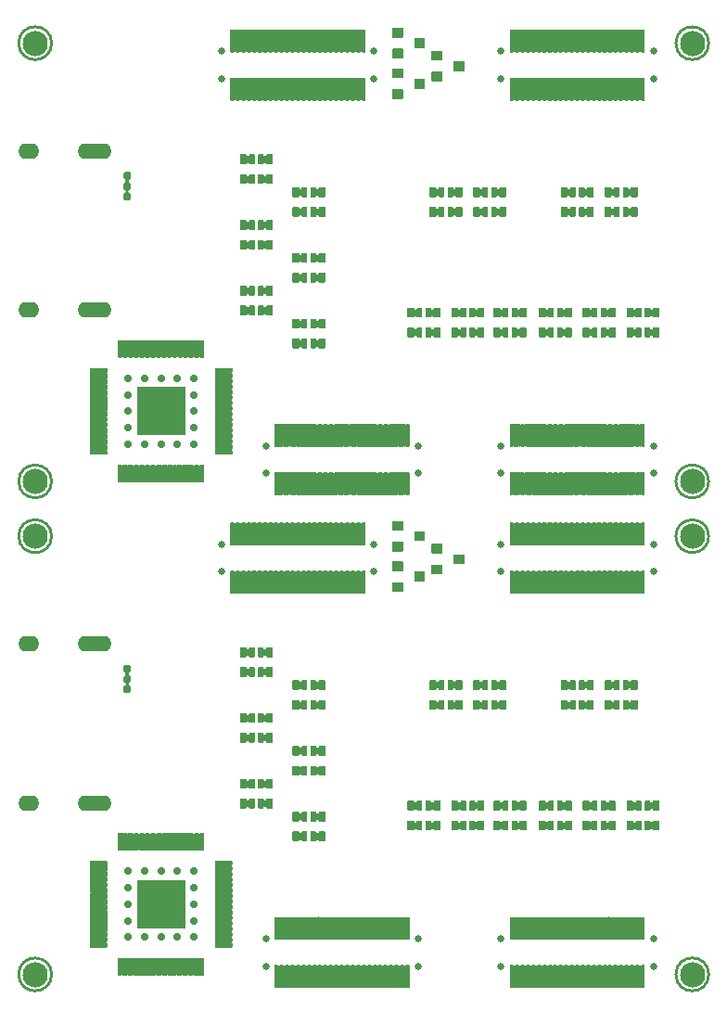
<source format=gbr>
G04 #@! TF.GenerationSoftware,KiCad,Pcbnew,(5.99.0-3349-gc9824bbd9)*
G04 #@! TF.CreationDate,2020-09-22T10:36:59-07:00*
G04 #@! TF.ProjectId,Alchitry_IO_Shield,416c6368-6974-4727-995f-494f5f536869,rev?*
G04 #@! TF.SameCoordinates,Original*
G04 #@! TF.FileFunction,Soldermask,Bot*
G04 #@! TF.FilePolarity,Negative*
%FSLAX46Y46*%
G04 Gerber Fmt 4.6, Leading zero omitted, Abs format (unit mm)*
G04 Created by KiCad (PCBNEW (5.99.0-3349-gc9824bbd9)) date 2020-09-22 10:36:59*
%MOMM*%
%LPD*%
G01*
G04 APERTURE LIST*
%ADD10C,0.254000*%
%ADD11O,1.902000X1.402000*%
%ADD12O,3.102000X1.402000*%
%ADD13R,4.400000X4.400000*%
%ADD14C,0.702000*%
%ADD15C,0.652000*%
%ADD16C,2.302000*%
G04 APERTURE END LIST*
D10*
X16000000Y-99500000D02*
G75*
G03*
X16000000Y-99500000I-1500000J0D01*
G01*
X76000000Y-99500000D02*
G75*
G03*
X76000000Y-99500000I-1500000J0D01*
G01*
X16000000Y-59500000D02*
G75*
G03*
X16000000Y-59500000I-1500000J0D01*
G01*
X76000000Y-59500000D02*
G75*
G03*
X76000000Y-59500000I-1500000J0D01*
G01*
X16000000Y-54500000D02*
G75*
G03*
X16000000Y-54500000I-1500000J0D01*
G01*
X76000000Y-54500000D02*
G75*
G03*
X76000000Y-54500000I-1500000J0D01*
G01*
X16000000Y-14500000D02*
G75*
G03*
X16000000Y-14500000I-1500000J0D01*
G01*
X76000000Y-14500000D02*
G75*
G03*
X76000000Y-14500000I-1500000J0D01*
G01*
X16000000Y-99500000D02*
G75*
G03*
X16000000Y-99500000I-1500000J0D01*
G01*
X76000000Y-99500000D02*
G75*
G03*
X76000000Y-99500000I-1500000J0D01*
G01*
X16000000Y-59500000D02*
G75*
G03*
X16000000Y-59500000I-1500000J0D01*
G01*
X76000000Y-59500000D02*
G75*
G03*
X76000000Y-59500000I-1500000J0D01*
G01*
X16000000Y-54500000D02*
G75*
G03*
X16000000Y-54500000I-1500000J0D01*
G01*
X76000000Y-54500000D02*
G75*
G03*
X76000000Y-54500000I-1500000J0D01*
G01*
X16000000Y-14500000D02*
G75*
G03*
X16000000Y-14500000I-1500000J0D01*
G01*
X76000000Y-14500000D02*
G75*
G03*
X76000000Y-14500000I-1500000J0D01*
G01*
D11*
X13900000Y-83850000D03*
D12*
X19900000Y-69350000D03*
D11*
X13900000Y-69350000D03*
D12*
X19900000Y-83850000D03*
G36*
G01*
X51450000Y-86351000D02*
X50950000Y-86351000D01*
G75*
G02*
X50899000Y-86300000I0J51000D01*
G01*
X50899000Y-85500000D01*
G75*
G02*
X50950000Y-85449000I51000J0D01*
G01*
X51450000Y-85449000D01*
G75*
G02*
X51501000Y-85500000I0J-51000D01*
G01*
X51501000Y-86300000D01*
G75*
G02*
X51450000Y-86351000I-51000J0D01*
G01*
G37*
G36*
G01*
X50600000Y-86351000D02*
X50200000Y-86351000D01*
G75*
G02*
X50149000Y-86300000I0J51000D01*
G01*
X50149000Y-85500000D01*
G75*
G02*
X50200000Y-85449000I51000J0D01*
G01*
X50600000Y-85449000D01*
G75*
G02*
X50651000Y-85500000I0J-51000D01*
G01*
X50651000Y-86300000D01*
G75*
G02*
X50600000Y-86351000I-51000J0D01*
G01*
G37*
G36*
G01*
X49800000Y-86351000D02*
X49400000Y-86351000D01*
G75*
G02*
X49349000Y-86300000I0J51000D01*
G01*
X49349000Y-85500000D01*
G75*
G02*
X49400000Y-85449000I51000J0D01*
G01*
X49800000Y-85449000D01*
G75*
G02*
X49851000Y-85500000I0J-51000D01*
G01*
X49851000Y-86300000D01*
G75*
G02*
X49800000Y-86351000I-51000J0D01*
G01*
G37*
G36*
G01*
X49050000Y-86351000D02*
X48550000Y-86351000D01*
G75*
G02*
X48499000Y-86300000I0J51000D01*
G01*
X48499000Y-85500000D01*
G75*
G02*
X48550000Y-85449000I51000J0D01*
G01*
X49050000Y-85449000D01*
G75*
G02*
X49101000Y-85500000I0J-51000D01*
G01*
X49101000Y-86300000D01*
G75*
G02*
X49050000Y-86351000I-51000J0D01*
G01*
G37*
G36*
G01*
X49050000Y-84551000D02*
X48550000Y-84551000D01*
G75*
G02*
X48499000Y-84500000I0J51000D01*
G01*
X48499000Y-83700000D01*
G75*
G02*
X48550000Y-83649000I51000J0D01*
G01*
X49050000Y-83649000D01*
G75*
G02*
X49101000Y-83700000I0J-51000D01*
G01*
X49101000Y-84500000D01*
G75*
G02*
X49050000Y-84551000I-51000J0D01*
G01*
G37*
G36*
G01*
X49800000Y-84551000D02*
X49400000Y-84551000D01*
G75*
G02*
X49349000Y-84500000I0J51000D01*
G01*
X49349000Y-83700000D01*
G75*
G02*
X49400000Y-83649000I51000J0D01*
G01*
X49800000Y-83649000D01*
G75*
G02*
X49851000Y-83700000I0J-51000D01*
G01*
X49851000Y-84500000D01*
G75*
G02*
X49800000Y-84551000I-51000J0D01*
G01*
G37*
G36*
G01*
X50600000Y-84551000D02*
X50200000Y-84551000D01*
G75*
G02*
X50149000Y-84500000I0J51000D01*
G01*
X50149000Y-83700000D01*
G75*
G02*
X50200000Y-83649000I51000J0D01*
G01*
X50600000Y-83649000D01*
G75*
G02*
X50651000Y-83700000I0J-51000D01*
G01*
X50651000Y-84500000D01*
G75*
G02*
X50600000Y-84551000I-51000J0D01*
G01*
G37*
G36*
G01*
X51450000Y-84551000D02*
X50950000Y-84551000D01*
G75*
G02*
X50899000Y-84500000I0J51000D01*
G01*
X50899000Y-83700000D01*
G75*
G02*
X50950000Y-83649000I51000J0D01*
G01*
X51450000Y-83649000D01*
G75*
G02*
X51501000Y-83700000I0J-51000D01*
G01*
X51501000Y-84500000D01*
G75*
G02*
X51450000Y-84551000I-51000J0D01*
G01*
G37*
G36*
G01*
X55450000Y-86351000D02*
X54950000Y-86351000D01*
G75*
G02*
X54899000Y-86300000I0J51000D01*
G01*
X54899000Y-85500000D01*
G75*
G02*
X54950000Y-85449000I51000J0D01*
G01*
X55450000Y-85449000D01*
G75*
G02*
X55501000Y-85500000I0J-51000D01*
G01*
X55501000Y-86300000D01*
G75*
G02*
X55450000Y-86351000I-51000J0D01*
G01*
G37*
G36*
G01*
X54600000Y-86351000D02*
X54200000Y-86351000D01*
G75*
G02*
X54149000Y-86300000I0J51000D01*
G01*
X54149000Y-85500000D01*
G75*
G02*
X54200000Y-85449000I51000J0D01*
G01*
X54600000Y-85449000D01*
G75*
G02*
X54651000Y-85500000I0J-51000D01*
G01*
X54651000Y-86300000D01*
G75*
G02*
X54600000Y-86351000I-51000J0D01*
G01*
G37*
G36*
G01*
X53800000Y-86351000D02*
X53400000Y-86351000D01*
G75*
G02*
X53349000Y-86300000I0J51000D01*
G01*
X53349000Y-85500000D01*
G75*
G02*
X53400000Y-85449000I51000J0D01*
G01*
X53800000Y-85449000D01*
G75*
G02*
X53851000Y-85500000I0J-51000D01*
G01*
X53851000Y-86300000D01*
G75*
G02*
X53800000Y-86351000I-51000J0D01*
G01*
G37*
G36*
G01*
X53050000Y-86351000D02*
X52550000Y-86351000D01*
G75*
G02*
X52499000Y-86300000I0J51000D01*
G01*
X52499000Y-85500000D01*
G75*
G02*
X52550000Y-85449000I51000J0D01*
G01*
X53050000Y-85449000D01*
G75*
G02*
X53101000Y-85500000I0J-51000D01*
G01*
X53101000Y-86300000D01*
G75*
G02*
X53050000Y-86351000I-51000J0D01*
G01*
G37*
G36*
G01*
X53050000Y-84551000D02*
X52550000Y-84551000D01*
G75*
G02*
X52499000Y-84500000I0J51000D01*
G01*
X52499000Y-83700000D01*
G75*
G02*
X52550000Y-83649000I51000J0D01*
G01*
X53050000Y-83649000D01*
G75*
G02*
X53101000Y-83700000I0J-51000D01*
G01*
X53101000Y-84500000D01*
G75*
G02*
X53050000Y-84551000I-51000J0D01*
G01*
G37*
G36*
G01*
X53800000Y-84551000D02*
X53400000Y-84551000D01*
G75*
G02*
X53349000Y-84500000I0J51000D01*
G01*
X53349000Y-83700000D01*
G75*
G02*
X53400000Y-83649000I51000J0D01*
G01*
X53800000Y-83649000D01*
G75*
G02*
X53851000Y-83700000I0J-51000D01*
G01*
X53851000Y-84500000D01*
G75*
G02*
X53800000Y-84551000I-51000J0D01*
G01*
G37*
G36*
G01*
X54600000Y-84551000D02*
X54200000Y-84551000D01*
G75*
G02*
X54149000Y-84500000I0J51000D01*
G01*
X54149000Y-83700000D01*
G75*
G02*
X54200000Y-83649000I51000J0D01*
G01*
X54600000Y-83649000D01*
G75*
G02*
X54651000Y-83700000I0J-51000D01*
G01*
X54651000Y-84500000D01*
G75*
G02*
X54600000Y-84551000I-51000J0D01*
G01*
G37*
G36*
G01*
X55450000Y-84551000D02*
X54950000Y-84551000D01*
G75*
G02*
X54899000Y-84500000I0J51000D01*
G01*
X54899000Y-83700000D01*
G75*
G02*
X54950000Y-83649000I51000J0D01*
G01*
X55450000Y-83649000D01*
G75*
G02*
X55501000Y-83700000I0J-51000D01*
G01*
X55501000Y-84500000D01*
G75*
G02*
X55450000Y-84551000I-51000J0D01*
G01*
G37*
G36*
G01*
X59300000Y-86351000D02*
X58800000Y-86351000D01*
G75*
G02*
X58749000Y-86300000I0J51000D01*
G01*
X58749000Y-85500000D01*
G75*
G02*
X58800000Y-85449000I51000J0D01*
G01*
X59300000Y-85449000D01*
G75*
G02*
X59351000Y-85500000I0J-51000D01*
G01*
X59351000Y-86300000D01*
G75*
G02*
X59300000Y-86351000I-51000J0D01*
G01*
G37*
G36*
G01*
X58450000Y-86351000D02*
X58050000Y-86351000D01*
G75*
G02*
X57999000Y-86300000I0J51000D01*
G01*
X57999000Y-85500000D01*
G75*
G02*
X58050000Y-85449000I51000J0D01*
G01*
X58450000Y-85449000D01*
G75*
G02*
X58501000Y-85500000I0J-51000D01*
G01*
X58501000Y-86300000D01*
G75*
G02*
X58450000Y-86351000I-51000J0D01*
G01*
G37*
G36*
G01*
X57650000Y-86351000D02*
X57250000Y-86351000D01*
G75*
G02*
X57199000Y-86300000I0J51000D01*
G01*
X57199000Y-85500000D01*
G75*
G02*
X57250000Y-85449000I51000J0D01*
G01*
X57650000Y-85449000D01*
G75*
G02*
X57701000Y-85500000I0J-51000D01*
G01*
X57701000Y-86300000D01*
G75*
G02*
X57650000Y-86351000I-51000J0D01*
G01*
G37*
G36*
G01*
X56900000Y-86351000D02*
X56400000Y-86351000D01*
G75*
G02*
X56349000Y-86300000I0J51000D01*
G01*
X56349000Y-85500000D01*
G75*
G02*
X56400000Y-85449000I51000J0D01*
G01*
X56900000Y-85449000D01*
G75*
G02*
X56951000Y-85500000I0J-51000D01*
G01*
X56951000Y-86300000D01*
G75*
G02*
X56900000Y-86351000I-51000J0D01*
G01*
G37*
G36*
G01*
X56900000Y-84551000D02*
X56400000Y-84551000D01*
G75*
G02*
X56349000Y-84500000I0J51000D01*
G01*
X56349000Y-83700000D01*
G75*
G02*
X56400000Y-83649000I51000J0D01*
G01*
X56900000Y-83649000D01*
G75*
G02*
X56951000Y-83700000I0J-51000D01*
G01*
X56951000Y-84500000D01*
G75*
G02*
X56900000Y-84551000I-51000J0D01*
G01*
G37*
G36*
G01*
X57650000Y-84551000D02*
X57250000Y-84551000D01*
G75*
G02*
X57199000Y-84500000I0J51000D01*
G01*
X57199000Y-83700000D01*
G75*
G02*
X57250000Y-83649000I51000J0D01*
G01*
X57650000Y-83649000D01*
G75*
G02*
X57701000Y-83700000I0J-51000D01*
G01*
X57701000Y-84500000D01*
G75*
G02*
X57650000Y-84551000I-51000J0D01*
G01*
G37*
G36*
G01*
X58450000Y-84551000D02*
X58050000Y-84551000D01*
G75*
G02*
X57999000Y-84500000I0J51000D01*
G01*
X57999000Y-83700000D01*
G75*
G02*
X58050000Y-83649000I51000J0D01*
G01*
X58450000Y-83649000D01*
G75*
G02*
X58501000Y-83700000I0J-51000D01*
G01*
X58501000Y-84500000D01*
G75*
G02*
X58450000Y-84551000I-51000J0D01*
G01*
G37*
G36*
G01*
X59300000Y-84551000D02*
X58800000Y-84551000D01*
G75*
G02*
X58749000Y-84500000I0J51000D01*
G01*
X58749000Y-83700000D01*
G75*
G02*
X58800000Y-83649000I51000J0D01*
G01*
X59300000Y-83649000D01*
G75*
G02*
X59351000Y-83700000I0J-51000D01*
G01*
X59351000Y-84500000D01*
G75*
G02*
X59300000Y-84551000I-51000J0D01*
G01*
G37*
G36*
G01*
X67450000Y-86351000D02*
X66950000Y-86351000D01*
G75*
G02*
X66899000Y-86300000I0J51000D01*
G01*
X66899000Y-85500000D01*
G75*
G02*
X66950000Y-85449000I51000J0D01*
G01*
X67450000Y-85449000D01*
G75*
G02*
X67501000Y-85500000I0J-51000D01*
G01*
X67501000Y-86300000D01*
G75*
G02*
X67450000Y-86351000I-51000J0D01*
G01*
G37*
G36*
G01*
X66600000Y-86351000D02*
X66200000Y-86351000D01*
G75*
G02*
X66149000Y-86300000I0J51000D01*
G01*
X66149000Y-85500000D01*
G75*
G02*
X66200000Y-85449000I51000J0D01*
G01*
X66600000Y-85449000D01*
G75*
G02*
X66651000Y-85500000I0J-51000D01*
G01*
X66651000Y-86300000D01*
G75*
G02*
X66600000Y-86351000I-51000J0D01*
G01*
G37*
G36*
G01*
X65800000Y-86351000D02*
X65400000Y-86351000D01*
G75*
G02*
X65349000Y-86300000I0J51000D01*
G01*
X65349000Y-85500000D01*
G75*
G02*
X65400000Y-85449000I51000J0D01*
G01*
X65800000Y-85449000D01*
G75*
G02*
X65851000Y-85500000I0J-51000D01*
G01*
X65851000Y-86300000D01*
G75*
G02*
X65800000Y-86351000I-51000J0D01*
G01*
G37*
G36*
G01*
X65050000Y-86351000D02*
X64550000Y-86351000D01*
G75*
G02*
X64499000Y-86300000I0J51000D01*
G01*
X64499000Y-85500000D01*
G75*
G02*
X64550000Y-85449000I51000J0D01*
G01*
X65050000Y-85449000D01*
G75*
G02*
X65101000Y-85500000I0J-51000D01*
G01*
X65101000Y-86300000D01*
G75*
G02*
X65050000Y-86351000I-51000J0D01*
G01*
G37*
G36*
G01*
X65050000Y-84551000D02*
X64550000Y-84551000D01*
G75*
G02*
X64499000Y-84500000I0J51000D01*
G01*
X64499000Y-83700000D01*
G75*
G02*
X64550000Y-83649000I51000J0D01*
G01*
X65050000Y-83649000D01*
G75*
G02*
X65101000Y-83700000I0J-51000D01*
G01*
X65101000Y-84500000D01*
G75*
G02*
X65050000Y-84551000I-51000J0D01*
G01*
G37*
G36*
G01*
X65800000Y-84551000D02*
X65400000Y-84551000D01*
G75*
G02*
X65349000Y-84500000I0J51000D01*
G01*
X65349000Y-83700000D01*
G75*
G02*
X65400000Y-83649000I51000J0D01*
G01*
X65800000Y-83649000D01*
G75*
G02*
X65851000Y-83700000I0J-51000D01*
G01*
X65851000Y-84500000D01*
G75*
G02*
X65800000Y-84551000I-51000J0D01*
G01*
G37*
G36*
G01*
X66600000Y-84551000D02*
X66200000Y-84551000D01*
G75*
G02*
X66149000Y-84500000I0J51000D01*
G01*
X66149000Y-83700000D01*
G75*
G02*
X66200000Y-83649000I51000J0D01*
G01*
X66600000Y-83649000D01*
G75*
G02*
X66651000Y-83700000I0J-51000D01*
G01*
X66651000Y-84500000D01*
G75*
G02*
X66600000Y-84551000I-51000J0D01*
G01*
G37*
G36*
G01*
X67450000Y-84551000D02*
X66950000Y-84551000D01*
G75*
G02*
X66899000Y-84500000I0J51000D01*
G01*
X66899000Y-83700000D01*
G75*
G02*
X66950000Y-83649000I51000J0D01*
G01*
X67450000Y-83649000D01*
G75*
G02*
X67501000Y-83700000I0J-51000D01*
G01*
X67501000Y-84500000D01*
G75*
G02*
X67450000Y-84551000I-51000J0D01*
G01*
G37*
G36*
G01*
X63450000Y-86351000D02*
X62950000Y-86351000D01*
G75*
G02*
X62899000Y-86300000I0J51000D01*
G01*
X62899000Y-85500000D01*
G75*
G02*
X62950000Y-85449000I51000J0D01*
G01*
X63450000Y-85449000D01*
G75*
G02*
X63501000Y-85500000I0J-51000D01*
G01*
X63501000Y-86300000D01*
G75*
G02*
X63450000Y-86351000I-51000J0D01*
G01*
G37*
G36*
G01*
X62600000Y-86351000D02*
X62200000Y-86351000D01*
G75*
G02*
X62149000Y-86300000I0J51000D01*
G01*
X62149000Y-85500000D01*
G75*
G02*
X62200000Y-85449000I51000J0D01*
G01*
X62600000Y-85449000D01*
G75*
G02*
X62651000Y-85500000I0J-51000D01*
G01*
X62651000Y-86300000D01*
G75*
G02*
X62600000Y-86351000I-51000J0D01*
G01*
G37*
G36*
G01*
X61800000Y-86351000D02*
X61400000Y-86351000D01*
G75*
G02*
X61349000Y-86300000I0J51000D01*
G01*
X61349000Y-85500000D01*
G75*
G02*
X61400000Y-85449000I51000J0D01*
G01*
X61800000Y-85449000D01*
G75*
G02*
X61851000Y-85500000I0J-51000D01*
G01*
X61851000Y-86300000D01*
G75*
G02*
X61800000Y-86351000I-51000J0D01*
G01*
G37*
G36*
G01*
X61050000Y-86351000D02*
X60550000Y-86351000D01*
G75*
G02*
X60499000Y-86300000I0J51000D01*
G01*
X60499000Y-85500000D01*
G75*
G02*
X60550000Y-85449000I51000J0D01*
G01*
X61050000Y-85449000D01*
G75*
G02*
X61101000Y-85500000I0J-51000D01*
G01*
X61101000Y-86300000D01*
G75*
G02*
X61050000Y-86351000I-51000J0D01*
G01*
G37*
G36*
G01*
X61050000Y-84551000D02*
X60550000Y-84551000D01*
G75*
G02*
X60499000Y-84500000I0J51000D01*
G01*
X60499000Y-83700000D01*
G75*
G02*
X60550000Y-83649000I51000J0D01*
G01*
X61050000Y-83649000D01*
G75*
G02*
X61101000Y-83700000I0J-51000D01*
G01*
X61101000Y-84500000D01*
G75*
G02*
X61050000Y-84551000I-51000J0D01*
G01*
G37*
G36*
G01*
X61800000Y-84551000D02*
X61400000Y-84551000D01*
G75*
G02*
X61349000Y-84500000I0J51000D01*
G01*
X61349000Y-83700000D01*
G75*
G02*
X61400000Y-83649000I51000J0D01*
G01*
X61800000Y-83649000D01*
G75*
G02*
X61851000Y-83700000I0J-51000D01*
G01*
X61851000Y-84500000D01*
G75*
G02*
X61800000Y-84551000I-51000J0D01*
G01*
G37*
G36*
G01*
X62600000Y-84551000D02*
X62200000Y-84551000D01*
G75*
G02*
X62149000Y-84500000I0J51000D01*
G01*
X62149000Y-83700000D01*
G75*
G02*
X62200000Y-83649000I51000J0D01*
G01*
X62600000Y-83649000D01*
G75*
G02*
X62651000Y-83700000I0J-51000D01*
G01*
X62651000Y-84500000D01*
G75*
G02*
X62600000Y-84551000I-51000J0D01*
G01*
G37*
G36*
G01*
X63450000Y-84551000D02*
X62950000Y-84551000D01*
G75*
G02*
X62899000Y-84500000I0J51000D01*
G01*
X62899000Y-83700000D01*
G75*
G02*
X62950000Y-83649000I51000J0D01*
G01*
X63450000Y-83649000D01*
G75*
G02*
X63501000Y-83700000I0J-51000D01*
G01*
X63501000Y-84500000D01*
G75*
G02*
X63450000Y-84551000I-51000J0D01*
G01*
G37*
G36*
G01*
X71450000Y-86351000D02*
X70950000Y-86351000D01*
G75*
G02*
X70899000Y-86300000I0J51000D01*
G01*
X70899000Y-85500000D01*
G75*
G02*
X70950000Y-85449000I51000J0D01*
G01*
X71450000Y-85449000D01*
G75*
G02*
X71501000Y-85500000I0J-51000D01*
G01*
X71501000Y-86300000D01*
G75*
G02*
X71450000Y-86351000I-51000J0D01*
G01*
G37*
G36*
G01*
X70600000Y-86351000D02*
X70200000Y-86351000D01*
G75*
G02*
X70149000Y-86300000I0J51000D01*
G01*
X70149000Y-85500000D01*
G75*
G02*
X70200000Y-85449000I51000J0D01*
G01*
X70600000Y-85449000D01*
G75*
G02*
X70651000Y-85500000I0J-51000D01*
G01*
X70651000Y-86300000D01*
G75*
G02*
X70600000Y-86351000I-51000J0D01*
G01*
G37*
G36*
G01*
X69800000Y-86351000D02*
X69400000Y-86351000D01*
G75*
G02*
X69349000Y-86300000I0J51000D01*
G01*
X69349000Y-85500000D01*
G75*
G02*
X69400000Y-85449000I51000J0D01*
G01*
X69800000Y-85449000D01*
G75*
G02*
X69851000Y-85500000I0J-51000D01*
G01*
X69851000Y-86300000D01*
G75*
G02*
X69800000Y-86351000I-51000J0D01*
G01*
G37*
G36*
G01*
X69050000Y-86351000D02*
X68550000Y-86351000D01*
G75*
G02*
X68499000Y-86300000I0J51000D01*
G01*
X68499000Y-85500000D01*
G75*
G02*
X68550000Y-85449000I51000J0D01*
G01*
X69050000Y-85449000D01*
G75*
G02*
X69101000Y-85500000I0J-51000D01*
G01*
X69101000Y-86300000D01*
G75*
G02*
X69050000Y-86351000I-51000J0D01*
G01*
G37*
G36*
G01*
X69050000Y-84551000D02*
X68550000Y-84551000D01*
G75*
G02*
X68499000Y-84500000I0J51000D01*
G01*
X68499000Y-83700000D01*
G75*
G02*
X68550000Y-83649000I51000J0D01*
G01*
X69050000Y-83649000D01*
G75*
G02*
X69101000Y-83700000I0J-51000D01*
G01*
X69101000Y-84500000D01*
G75*
G02*
X69050000Y-84551000I-51000J0D01*
G01*
G37*
G36*
G01*
X69800000Y-84551000D02*
X69400000Y-84551000D01*
G75*
G02*
X69349000Y-84500000I0J51000D01*
G01*
X69349000Y-83700000D01*
G75*
G02*
X69400000Y-83649000I51000J0D01*
G01*
X69800000Y-83649000D01*
G75*
G02*
X69851000Y-83700000I0J-51000D01*
G01*
X69851000Y-84500000D01*
G75*
G02*
X69800000Y-84551000I-51000J0D01*
G01*
G37*
G36*
G01*
X70600000Y-84551000D02*
X70200000Y-84551000D01*
G75*
G02*
X70149000Y-84500000I0J51000D01*
G01*
X70149000Y-83700000D01*
G75*
G02*
X70200000Y-83649000I51000J0D01*
G01*
X70600000Y-83649000D01*
G75*
G02*
X70651000Y-83700000I0J-51000D01*
G01*
X70651000Y-84500000D01*
G75*
G02*
X70600000Y-84551000I-51000J0D01*
G01*
G37*
G36*
G01*
X71450000Y-84551000D02*
X70950000Y-84551000D01*
G75*
G02*
X70899000Y-84500000I0J51000D01*
G01*
X70899000Y-83700000D01*
G75*
G02*
X70950000Y-83649000I51000J0D01*
G01*
X71450000Y-83649000D01*
G75*
G02*
X71501000Y-83700000I0J-51000D01*
G01*
X71501000Y-84500000D01*
G75*
G02*
X71450000Y-84551000I-51000J0D01*
G01*
G37*
G36*
G01*
X47099000Y-64550000D02*
X47099000Y-63750000D01*
G75*
G02*
X47150000Y-63699000I51000J0D01*
G01*
X48050000Y-63699000D01*
G75*
G02*
X48101000Y-63750000I0J-51000D01*
G01*
X48101000Y-64550000D01*
G75*
G02*
X48050000Y-64601000I-51000J0D01*
G01*
X47150000Y-64601000D01*
G75*
G02*
X47099000Y-64550000I0J51000D01*
G01*
G37*
G36*
G01*
X47099000Y-62650000D02*
X47099000Y-61850000D01*
G75*
G02*
X47150000Y-61799000I51000J0D01*
G01*
X48050000Y-61799000D01*
G75*
G02*
X48101000Y-61850000I0J-51000D01*
G01*
X48101000Y-62650000D01*
G75*
G02*
X48050000Y-62701000I-51000J0D01*
G01*
X47150000Y-62701000D01*
G75*
G02*
X47099000Y-62650000I0J51000D01*
G01*
G37*
G36*
G01*
X49099000Y-63600000D02*
X49099000Y-62800000D01*
G75*
G02*
X49150000Y-62749000I51000J0D01*
G01*
X50050000Y-62749000D01*
G75*
G02*
X50101000Y-62800000I0J-51000D01*
G01*
X50101000Y-63600000D01*
G75*
G02*
X50050000Y-63651000I-51000J0D01*
G01*
X49150000Y-63651000D01*
G75*
G02*
X49099000Y-63600000I0J51000D01*
G01*
G37*
G36*
G01*
X50699000Y-62950000D02*
X50699000Y-62150000D01*
G75*
G02*
X50750000Y-62099000I51000J0D01*
G01*
X51650000Y-62099000D01*
G75*
G02*
X51701000Y-62150000I0J-51000D01*
G01*
X51701000Y-62950000D01*
G75*
G02*
X51650000Y-63001000I-51000J0D01*
G01*
X50750000Y-63001000D01*
G75*
G02*
X50699000Y-62950000I0J51000D01*
G01*
G37*
G36*
G01*
X50699000Y-61050000D02*
X50699000Y-60250000D01*
G75*
G02*
X50750000Y-60199000I51000J0D01*
G01*
X51650000Y-60199000D01*
G75*
G02*
X51701000Y-60250000I0J-51000D01*
G01*
X51701000Y-61050000D01*
G75*
G02*
X51650000Y-61101000I-51000J0D01*
G01*
X50750000Y-61101000D01*
G75*
G02*
X50699000Y-61050000I0J51000D01*
G01*
G37*
G36*
G01*
X52699000Y-62000000D02*
X52699000Y-61200000D01*
G75*
G02*
X52750000Y-61149000I51000J0D01*
G01*
X53650000Y-61149000D01*
G75*
G02*
X53701000Y-61200000I0J-51000D01*
G01*
X53701000Y-62000000D01*
G75*
G02*
X53650000Y-62051000I-51000J0D01*
G01*
X52750000Y-62051000D01*
G75*
G02*
X52699000Y-62000000I0J51000D01*
G01*
G37*
G36*
G01*
X47099000Y-60850000D02*
X47099000Y-60050000D01*
G75*
G02*
X47150000Y-59999000I51000J0D01*
G01*
X48050000Y-59999000D01*
G75*
G02*
X48101000Y-60050000I0J-51000D01*
G01*
X48101000Y-60850000D01*
G75*
G02*
X48050000Y-60901000I-51000J0D01*
G01*
X47150000Y-60901000D01*
G75*
G02*
X47099000Y-60850000I0J51000D01*
G01*
G37*
G36*
G01*
X47099000Y-58950000D02*
X47099000Y-58150000D01*
G75*
G02*
X47150000Y-58099000I51000J0D01*
G01*
X48050000Y-58099000D01*
G75*
G02*
X48101000Y-58150000I0J-51000D01*
G01*
X48101000Y-58950000D01*
G75*
G02*
X48050000Y-59001000I-51000J0D01*
G01*
X47150000Y-59001000D01*
G75*
G02*
X47099000Y-58950000I0J51000D01*
G01*
G37*
G36*
G01*
X49099000Y-59900000D02*
X49099000Y-59100000D01*
G75*
G02*
X49150000Y-59049000I51000J0D01*
G01*
X50050000Y-59049000D01*
G75*
G02*
X50101000Y-59100000I0J-51000D01*
G01*
X50101000Y-59900000D01*
G75*
G02*
X50050000Y-59951000I-51000J0D01*
G01*
X49150000Y-59951000D01*
G75*
G02*
X49099000Y-59900000I0J51000D01*
G01*
G37*
G36*
G01*
X65450000Y-75351000D02*
X64950000Y-75351000D01*
G75*
G02*
X64899000Y-75300000I0J51000D01*
G01*
X64899000Y-74500000D01*
G75*
G02*
X64950000Y-74449000I51000J0D01*
G01*
X65450000Y-74449000D01*
G75*
G02*
X65501000Y-74500000I0J-51000D01*
G01*
X65501000Y-75300000D01*
G75*
G02*
X65450000Y-75351000I-51000J0D01*
G01*
G37*
G36*
G01*
X64600000Y-75351000D02*
X64200000Y-75351000D01*
G75*
G02*
X64149000Y-75300000I0J51000D01*
G01*
X64149000Y-74500000D01*
G75*
G02*
X64200000Y-74449000I51000J0D01*
G01*
X64600000Y-74449000D01*
G75*
G02*
X64651000Y-74500000I0J-51000D01*
G01*
X64651000Y-75300000D01*
G75*
G02*
X64600000Y-75351000I-51000J0D01*
G01*
G37*
G36*
G01*
X63800000Y-75351000D02*
X63400000Y-75351000D01*
G75*
G02*
X63349000Y-75300000I0J51000D01*
G01*
X63349000Y-74500000D01*
G75*
G02*
X63400000Y-74449000I51000J0D01*
G01*
X63800000Y-74449000D01*
G75*
G02*
X63851000Y-74500000I0J-51000D01*
G01*
X63851000Y-75300000D01*
G75*
G02*
X63800000Y-75351000I-51000J0D01*
G01*
G37*
G36*
G01*
X63050000Y-75351000D02*
X62550000Y-75351000D01*
G75*
G02*
X62499000Y-75300000I0J51000D01*
G01*
X62499000Y-74500000D01*
G75*
G02*
X62550000Y-74449000I51000J0D01*
G01*
X63050000Y-74449000D01*
G75*
G02*
X63101000Y-74500000I0J-51000D01*
G01*
X63101000Y-75300000D01*
G75*
G02*
X63050000Y-75351000I-51000J0D01*
G01*
G37*
G36*
G01*
X63050000Y-73551000D02*
X62550000Y-73551000D01*
G75*
G02*
X62499000Y-73500000I0J51000D01*
G01*
X62499000Y-72700000D01*
G75*
G02*
X62550000Y-72649000I51000J0D01*
G01*
X63050000Y-72649000D01*
G75*
G02*
X63101000Y-72700000I0J-51000D01*
G01*
X63101000Y-73500000D01*
G75*
G02*
X63050000Y-73551000I-51000J0D01*
G01*
G37*
G36*
G01*
X63800000Y-73551000D02*
X63400000Y-73551000D01*
G75*
G02*
X63349000Y-73500000I0J51000D01*
G01*
X63349000Y-72700000D01*
G75*
G02*
X63400000Y-72649000I51000J0D01*
G01*
X63800000Y-72649000D01*
G75*
G02*
X63851000Y-72700000I0J-51000D01*
G01*
X63851000Y-73500000D01*
G75*
G02*
X63800000Y-73551000I-51000J0D01*
G01*
G37*
G36*
G01*
X64600000Y-73551000D02*
X64200000Y-73551000D01*
G75*
G02*
X64149000Y-73500000I0J51000D01*
G01*
X64149000Y-72700000D01*
G75*
G02*
X64200000Y-72649000I51000J0D01*
G01*
X64600000Y-72649000D01*
G75*
G02*
X64651000Y-72700000I0J-51000D01*
G01*
X64651000Y-73500000D01*
G75*
G02*
X64600000Y-73551000I-51000J0D01*
G01*
G37*
G36*
G01*
X65450000Y-73551000D02*
X64950000Y-73551000D01*
G75*
G02*
X64899000Y-73500000I0J51000D01*
G01*
X64899000Y-72700000D01*
G75*
G02*
X64950000Y-72649000I51000J0D01*
G01*
X65450000Y-72649000D01*
G75*
G02*
X65501000Y-72700000I0J-51000D01*
G01*
X65501000Y-73500000D01*
G75*
G02*
X65450000Y-73551000I-51000J0D01*
G01*
G37*
G36*
G01*
X40950000Y-81351000D02*
X40450000Y-81351000D01*
G75*
G02*
X40399000Y-81300000I0J51000D01*
G01*
X40399000Y-80500000D01*
G75*
G02*
X40450000Y-80449000I51000J0D01*
G01*
X40950000Y-80449000D01*
G75*
G02*
X41001000Y-80500000I0J-51000D01*
G01*
X41001000Y-81300000D01*
G75*
G02*
X40950000Y-81351000I-51000J0D01*
G01*
G37*
G36*
G01*
X40100000Y-81351000D02*
X39700000Y-81351000D01*
G75*
G02*
X39649000Y-81300000I0J51000D01*
G01*
X39649000Y-80500000D01*
G75*
G02*
X39700000Y-80449000I51000J0D01*
G01*
X40100000Y-80449000D01*
G75*
G02*
X40151000Y-80500000I0J-51000D01*
G01*
X40151000Y-81300000D01*
G75*
G02*
X40100000Y-81351000I-51000J0D01*
G01*
G37*
G36*
G01*
X39300000Y-81351000D02*
X38900000Y-81351000D01*
G75*
G02*
X38849000Y-81300000I0J51000D01*
G01*
X38849000Y-80500000D01*
G75*
G02*
X38900000Y-80449000I51000J0D01*
G01*
X39300000Y-80449000D01*
G75*
G02*
X39351000Y-80500000I0J-51000D01*
G01*
X39351000Y-81300000D01*
G75*
G02*
X39300000Y-81351000I-51000J0D01*
G01*
G37*
G36*
G01*
X38550000Y-81351000D02*
X38050000Y-81351000D01*
G75*
G02*
X37999000Y-81300000I0J51000D01*
G01*
X37999000Y-80500000D01*
G75*
G02*
X38050000Y-80449000I51000J0D01*
G01*
X38550000Y-80449000D01*
G75*
G02*
X38601000Y-80500000I0J-51000D01*
G01*
X38601000Y-81300000D01*
G75*
G02*
X38550000Y-81351000I-51000J0D01*
G01*
G37*
G36*
G01*
X38550000Y-79551000D02*
X38050000Y-79551000D01*
G75*
G02*
X37999000Y-79500000I0J51000D01*
G01*
X37999000Y-78700000D01*
G75*
G02*
X38050000Y-78649000I51000J0D01*
G01*
X38550000Y-78649000D01*
G75*
G02*
X38601000Y-78700000I0J-51000D01*
G01*
X38601000Y-79500000D01*
G75*
G02*
X38550000Y-79551000I-51000J0D01*
G01*
G37*
G36*
G01*
X39300000Y-79551000D02*
X38900000Y-79551000D01*
G75*
G02*
X38849000Y-79500000I0J51000D01*
G01*
X38849000Y-78700000D01*
G75*
G02*
X38900000Y-78649000I51000J0D01*
G01*
X39300000Y-78649000D01*
G75*
G02*
X39351000Y-78700000I0J-51000D01*
G01*
X39351000Y-79500000D01*
G75*
G02*
X39300000Y-79551000I-51000J0D01*
G01*
G37*
G36*
G01*
X40100000Y-79551000D02*
X39700000Y-79551000D01*
G75*
G02*
X39649000Y-79500000I0J51000D01*
G01*
X39649000Y-78700000D01*
G75*
G02*
X39700000Y-78649000I51000J0D01*
G01*
X40100000Y-78649000D01*
G75*
G02*
X40151000Y-78700000I0J-51000D01*
G01*
X40151000Y-79500000D01*
G75*
G02*
X40100000Y-79551000I-51000J0D01*
G01*
G37*
G36*
G01*
X40950000Y-79551000D02*
X40450000Y-79551000D01*
G75*
G02*
X40399000Y-79500000I0J51000D01*
G01*
X40399000Y-78700000D01*
G75*
G02*
X40450000Y-78649000I51000J0D01*
G01*
X40950000Y-78649000D01*
G75*
G02*
X41001000Y-78700000I0J-51000D01*
G01*
X41001000Y-79500000D01*
G75*
G02*
X40950000Y-79551000I-51000J0D01*
G01*
G37*
G36*
G01*
X36150000Y-84351000D02*
X35650000Y-84351000D01*
G75*
G02*
X35599000Y-84300000I0J51000D01*
G01*
X35599000Y-83500000D01*
G75*
G02*
X35650000Y-83449000I51000J0D01*
G01*
X36150000Y-83449000D01*
G75*
G02*
X36201000Y-83500000I0J-51000D01*
G01*
X36201000Y-84300000D01*
G75*
G02*
X36150000Y-84351000I-51000J0D01*
G01*
G37*
G36*
G01*
X35300000Y-84351000D02*
X34900000Y-84351000D01*
G75*
G02*
X34849000Y-84300000I0J51000D01*
G01*
X34849000Y-83500000D01*
G75*
G02*
X34900000Y-83449000I51000J0D01*
G01*
X35300000Y-83449000D01*
G75*
G02*
X35351000Y-83500000I0J-51000D01*
G01*
X35351000Y-84300000D01*
G75*
G02*
X35300000Y-84351000I-51000J0D01*
G01*
G37*
G36*
G01*
X34500000Y-84351000D02*
X34100000Y-84351000D01*
G75*
G02*
X34049000Y-84300000I0J51000D01*
G01*
X34049000Y-83500000D01*
G75*
G02*
X34100000Y-83449000I51000J0D01*
G01*
X34500000Y-83449000D01*
G75*
G02*
X34551000Y-83500000I0J-51000D01*
G01*
X34551000Y-84300000D01*
G75*
G02*
X34500000Y-84351000I-51000J0D01*
G01*
G37*
G36*
G01*
X33750000Y-84351000D02*
X33250000Y-84351000D01*
G75*
G02*
X33199000Y-84300000I0J51000D01*
G01*
X33199000Y-83500000D01*
G75*
G02*
X33250000Y-83449000I51000J0D01*
G01*
X33750000Y-83449000D01*
G75*
G02*
X33801000Y-83500000I0J-51000D01*
G01*
X33801000Y-84300000D01*
G75*
G02*
X33750000Y-84351000I-51000J0D01*
G01*
G37*
G36*
G01*
X33750000Y-82551000D02*
X33250000Y-82551000D01*
G75*
G02*
X33199000Y-82500000I0J51000D01*
G01*
X33199000Y-81700000D01*
G75*
G02*
X33250000Y-81649000I51000J0D01*
G01*
X33750000Y-81649000D01*
G75*
G02*
X33801000Y-81700000I0J-51000D01*
G01*
X33801000Y-82500000D01*
G75*
G02*
X33750000Y-82551000I-51000J0D01*
G01*
G37*
G36*
G01*
X34500000Y-82551000D02*
X34100000Y-82551000D01*
G75*
G02*
X34049000Y-82500000I0J51000D01*
G01*
X34049000Y-81700000D01*
G75*
G02*
X34100000Y-81649000I51000J0D01*
G01*
X34500000Y-81649000D01*
G75*
G02*
X34551000Y-81700000I0J-51000D01*
G01*
X34551000Y-82500000D01*
G75*
G02*
X34500000Y-82551000I-51000J0D01*
G01*
G37*
G36*
G01*
X35300000Y-82551000D02*
X34900000Y-82551000D01*
G75*
G02*
X34849000Y-82500000I0J51000D01*
G01*
X34849000Y-81700000D01*
G75*
G02*
X34900000Y-81649000I51000J0D01*
G01*
X35300000Y-81649000D01*
G75*
G02*
X35351000Y-81700000I0J-51000D01*
G01*
X35351000Y-82500000D01*
G75*
G02*
X35300000Y-82551000I-51000J0D01*
G01*
G37*
G36*
G01*
X36150000Y-82551000D02*
X35650000Y-82551000D01*
G75*
G02*
X35599000Y-82500000I0J51000D01*
G01*
X35599000Y-81700000D01*
G75*
G02*
X35650000Y-81649000I51000J0D01*
G01*
X36150000Y-81649000D01*
G75*
G02*
X36201000Y-81700000I0J-51000D01*
G01*
X36201000Y-82500000D01*
G75*
G02*
X36150000Y-82551000I-51000J0D01*
G01*
G37*
D13*
X26000000Y-93100000D03*
G36*
G01*
X29900000Y-99601000D02*
X29600000Y-99601000D01*
G75*
G02*
X29549000Y-99550000I0J51000D01*
G01*
X29549000Y-98050000D01*
G75*
G02*
X29600000Y-97999000I51000J0D01*
G01*
X29900000Y-97999000D01*
G75*
G02*
X29951000Y-98050000I0J-51000D01*
G01*
X29951000Y-99550000D01*
G75*
G02*
X29900000Y-99601000I-51000J0D01*
G01*
G37*
G36*
G01*
X29400000Y-99601000D02*
X29100000Y-99601000D01*
G75*
G02*
X29049000Y-99550000I0J51000D01*
G01*
X29049000Y-98050000D01*
G75*
G02*
X29100000Y-97999000I51000J0D01*
G01*
X29400000Y-97999000D01*
G75*
G02*
X29451000Y-98050000I0J-51000D01*
G01*
X29451000Y-99550000D01*
G75*
G02*
X29400000Y-99601000I-51000J0D01*
G01*
G37*
G36*
G01*
X28900000Y-99601000D02*
X28600000Y-99601000D01*
G75*
G02*
X28549000Y-99550000I0J51000D01*
G01*
X28549000Y-98050000D01*
G75*
G02*
X28600000Y-97999000I51000J0D01*
G01*
X28900000Y-97999000D01*
G75*
G02*
X28951000Y-98050000I0J-51000D01*
G01*
X28951000Y-99550000D01*
G75*
G02*
X28900000Y-99601000I-51000J0D01*
G01*
G37*
G36*
G01*
X28400000Y-99601000D02*
X28100000Y-99601000D01*
G75*
G02*
X28049000Y-99550000I0J51000D01*
G01*
X28049000Y-98050000D01*
G75*
G02*
X28100000Y-97999000I51000J0D01*
G01*
X28400000Y-97999000D01*
G75*
G02*
X28451000Y-98050000I0J-51000D01*
G01*
X28451000Y-99550000D01*
G75*
G02*
X28400000Y-99601000I-51000J0D01*
G01*
G37*
G36*
G01*
X27900000Y-99601000D02*
X27600000Y-99601000D01*
G75*
G02*
X27549000Y-99550000I0J51000D01*
G01*
X27549000Y-98050000D01*
G75*
G02*
X27600000Y-97999000I51000J0D01*
G01*
X27900000Y-97999000D01*
G75*
G02*
X27951000Y-98050000I0J-51000D01*
G01*
X27951000Y-99550000D01*
G75*
G02*
X27900000Y-99601000I-51000J0D01*
G01*
G37*
G36*
G01*
X27400000Y-99601000D02*
X27100000Y-99601000D01*
G75*
G02*
X27049000Y-99550000I0J51000D01*
G01*
X27049000Y-98050000D01*
G75*
G02*
X27100000Y-97999000I51000J0D01*
G01*
X27400000Y-97999000D01*
G75*
G02*
X27451000Y-98050000I0J-51000D01*
G01*
X27451000Y-99550000D01*
G75*
G02*
X27400000Y-99601000I-51000J0D01*
G01*
G37*
G36*
G01*
X26900000Y-99601000D02*
X26600000Y-99601000D01*
G75*
G02*
X26549000Y-99550000I0J51000D01*
G01*
X26549000Y-98050000D01*
G75*
G02*
X26600000Y-97999000I51000J0D01*
G01*
X26900000Y-97999000D01*
G75*
G02*
X26951000Y-98050000I0J-51000D01*
G01*
X26951000Y-99550000D01*
G75*
G02*
X26900000Y-99601000I-51000J0D01*
G01*
G37*
G36*
G01*
X26400000Y-99601000D02*
X26100000Y-99601000D01*
G75*
G02*
X26049000Y-99550000I0J51000D01*
G01*
X26049000Y-98050000D01*
G75*
G02*
X26100000Y-97999000I51000J0D01*
G01*
X26400000Y-97999000D01*
G75*
G02*
X26451000Y-98050000I0J-51000D01*
G01*
X26451000Y-99550000D01*
G75*
G02*
X26400000Y-99601000I-51000J0D01*
G01*
G37*
G36*
G01*
X25900000Y-99601000D02*
X25600000Y-99601000D01*
G75*
G02*
X25549000Y-99550000I0J51000D01*
G01*
X25549000Y-98050000D01*
G75*
G02*
X25600000Y-97999000I51000J0D01*
G01*
X25900000Y-97999000D01*
G75*
G02*
X25951000Y-98050000I0J-51000D01*
G01*
X25951000Y-99550000D01*
G75*
G02*
X25900000Y-99601000I-51000J0D01*
G01*
G37*
G36*
G01*
X25400000Y-99601000D02*
X25100000Y-99601000D01*
G75*
G02*
X25049000Y-99550000I0J51000D01*
G01*
X25049000Y-98050000D01*
G75*
G02*
X25100000Y-97999000I51000J0D01*
G01*
X25400000Y-97999000D01*
G75*
G02*
X25451000Y-98050000I0J-51000D01*
G01*
X25451000Y-99550000D01*
G75*
G02*
X25400000Y-99601000I-51000J0D01*
G01*
G37*
G36*
G01*
X24900000Y-99601000D02*
X24600000Y-99601000D01*
G75*
G02*
X24549000Y-99550000I0J51000D01*
G01*
X24549000Y-98050000D01*
G75*
G02*
X24600000Y-97999000I51000J0D01*
G01*
X24900000Y-97999000D01*
G75*
G02*
X24951000Y-98050000I0J-51000D01*
G01*
X24951000Y-99550000D01*
G75*
G02*
X24900000Y-99601000I-51000J0D01*
G01*
G37*
G36*
G01*
X24400000Y-99601000D02*
X24100000Y-99601000D01*
G75*
G02*
X24049000Y-99550000I0J51000D01*
G01*
X24049000Y-98050000D01*
G75*
G02*
X24100000Y-97999000I51000J0D01*
G01*
X24400000Y-97999000D01*
G75*
G02*
X24451000Y-98050000I0J-51000D01*
G01*
X24451000Y-99550000D01*
G75*
G02*
X24400000Y-99601000I-51000J0D01*
G01*
G37*
G36*
G01*
X23900000Y-99601000D02*
X23600000Y-99601000D01*
G75*
G02*
X23549000Y-99550000I0J51000D01*
G01*
X23549000Y-98050000D01*
G75*
G02*
X23600000Y-97999000I51000J0D01*
G01*
X23900000Y-97999000D01*
G75*
G02*
X23951000Y-98050000I0J-51000D01*
G01*
X23951000Y-99550000D01*
G75*
G02*
X23900000Y-99601000I-51000J0D01*
G01*
G37*
G36*
G01*
X23400000Y-99601000D02*
X23100000Y-99601000D01*
G75*
G02*
X23049000Y-99550000I0J51000D01*
G01*
X23049000Y-98050000D01*
G75*
G02*
X23100000Y-97999000I51000J0D01*
G01*
X23400000Y-97999000D01*
G75*
G02*
X23451000Y-98050000I0J-51000D01*
G01*
X23451000Y-99550000D01*
G75*
G02*
X23400000Y-99601000I-51000J0D01*
G01*
G37*
G36*
G01*
X22900000Y-99601000D02*
X22600000Y-99601000D01*
G75*
G02*
X22549000Y-99550000I0J51000D01*
G01*
X22549000Y-98050000D01*
G75*
G02*
X22600000Y-97999000I51000J0D01*
G01*
X22900000Y-97999000D01*
G75*
G02*
X22951000Y-98050000I0J-51000D01*
G01*
X22951000Y-99550000D01*
G75*
G02*
X22900000Y-99601000I-51000J0D01*
G01*
G37*
G36*
G01*
X22400000Y-99601000D02*
X22100000Y-99601000D01*
G75*
G02*
X22049000Y-99550000I0J51000D01*
G01*
X22049000Y-98050000D01*
G75*
G02*
X22100000Y-97999000I51000J0D01*
G01*
X22400000Y-97999000D01*
G75*
G02*
X22451000Y-98050000I0J-51000D01*
G01*
X22451000Y-99550000D01*
G75*
G02*
X22400000Y-99601000I-51000J0D01*
G01*
G37*
G36*
G01*
X19499000Y-97000000D02*
X19499000Y-96700000D01*
G75*
G02*
X19550000Y-96649000I51000J0D01*
G01*
X21050000Y-96649000D01*
G75*
G02*
X21101000Y-96700000I0J-51000D01*
G01*
X21101000Y-97000000D01*
G75*
G02*
X21050000Y-97051000I-51000J0D01*
G01*
X19550000Y-97051000D01*
G75*
G02*
X19499000Y-97000000I0J51000D01*
G01*
G37*
G36*
G01*
X19499000Y-96500000D02*
X19499000Y-96200000D01*
G75*
G02*
X19550000Y-96149000I51000J0D01*
G01*
X21050000Y-96149000D01*
G75*
G02*
X21101000Y-96200000I0J-51000D01*
G01*
X21101000Y-96500000D01*
G75*
G02*
X21050000Y-96551000I-51000J0D01*
G01*
X19550000Y-96551000D01*
G75*
G02*
X19499000Y-96500000I0J51000D01*
G01*
G37*
G36*
G01*
X19499000Y-96000000D02*
X19499000Y-95700000D01*
G75*
G02*
X19550000Y-95649000I51000J0D01*
G01*
X21050000Y-95649000D01*
G75*
G02*
X21101000Y-95700000I0J-51000D01*
G01*
X21101000Y-96000000D01*
G75*
G02*
X21050000Y-96051000I-51000J0D01*
G01*
X19550000Y-96051000D01*
G75*
G02*
X19499000Y-96000000I0J51000D01*
G01*
G37*
G36*
G01*
X19499000Y-95500000D02*
X19499000Y-95200000D01*
G75*
G02*
X19550000Y-95149000I51000J0D01*
G01*
X21050000Y-95149000D01*
G75*
G02*
X21101000Y-95200000I0J-51000D01*
G01*
X21101000Y-95500000D01*
G75*
G02*
X21050000Y-95551000I-51000J0D01*
G01*
X19550000Y-95551000D01*
G75*
G02*
X19499000Y-95500000I0J51000D01*
G01*
G37*
G36*
G01*
X19499000Y-95000000D02*
X19499000Y-94700000D01*
G75*
G02*
X19550000Y-94649000I51000J0D01*
G01*
X21050000Y-94649000D01*
G75*
G02*
X21101000Y-94700000I0J-51000D01*
G01*
X21101000Y-95000000D01*
G75*
G02*
X21050000Y-95051000I-51000J0D01*
G01*
X19550000Y-95051000D01*
G75*
G02*
X19499000Y-95000000I0J51000D01*
G01*
G37*
G36*
G01*
X19499000Y-94500000D02*
X19499000Y-94200000D01*
G75*
G02*
X19550000Y-94149000I51000J0D01*
G01*
X21050000Y-94149000D01*
G75*
G02*
X21101000Y-94200000I0J-51000D01*
G01*
X21101000Y-94500000D01*
G75*
G02*
X21050000Y-94551000I-51000J0D01*
G01*
X19550000Y-94551000D01*
G75*
G02*
X19499000Y-94500000I0J51000D01*
G01*
G37*
G36*
G01*
X19499000Y-94000000D02*
X19499000Y-93700000D01*
G75*
G02*
X19550000Y-93649000I51000J0D01*
G01*
X21050000Y-93649000D01*
G75*
G02*
X21101000Y-93700000I0J-51000D01*
G01*
X21101000Y-94000000D01*
G75*
G02*
X21050000Y-94051000I-51000J0D01*
G01*
X19550000Y-94051000D01*
G75*
G02*
X19499000Y-94000000I0J51000D01*
G01*
G37*
G36*
G01*
X19499000Y-93500000D02*
X19499000Y-93200000D01*
G75*
G02*
X19550000Y-93149000I51000J0D01*
G01*
X21050000Y-93149000D01*
G75*
G02*
X21101000Y-93200000I0J-51000D01*
G01*
X21101000Y-93500000D01*
G75*
G02*
X21050000Y-93551000I-51000J0D01*
G01*
X19550000Y-93551000D01*
G75*
G02*
X19499000Y-93500000I0J51000D01*
G01*
G37*
G36*
G01*
X19499000Y-93000000D02*
X19499000Y-92700000D01*
G75*
G02*
X19550000Y-92649000I51000J0D01*
G01*
X21050000Y-92649000D01*
G75*
G02*
X21101000Y-92700000I0J-51000D01*
G01*
X21101000Y-93000000D01*
G75*
G02*
X21050000Y-93051000I-51000J0D01*
G01*
X19550000Y-93051000D01*
G75*
G02*
X19499000Y-93000000I0J51000D01*
G01*
G37*
G36*
G01*
X19499000Y-92500000D02*
X19499000Y-92200000D01*
G75*
G02*
X19550000Y-92149000I51000J0D01*
G01*
X21050000Y-92149000D01*
G75*
G02*
X21101000Y-92200000I0J-51000D01*
G01*
X21101000Y-92500000D01*
G75*
G02*
X21050000Y-92551000I-51000J0D01*
G01*
X19550000Y-92551000D01*
G75*
G02*
X19499000Y-92500000I0J51000D01*
G01*
G37*
G36*
G01*
X19499000Y-92000000D02*
X19499000Y-91700000D01*
G75*
G02*
X19550000Y-91649000I51000J0D01*
G01*
X21050000Y-91649000D01*
G75*
G02*
X21101000Y-91700000I0J-51000D01*
G01*
X21101000Y-92000000D01*
G75*
G02*
X21050000Y-92051000I-51000J0D01*
G01*
X19550000Y-92051000D01*
G75*
G02*
X19499000Y-92000000I0J51000D01*
G01*
G37*
G36*
G01*
X19499000Y-91500000D02*
X19499000Y-91200000D01*
G75*
G02*
X19550000Y-91149000I51000J0D01*
G01*
X21050000Y-91149000D01*
G75*
G02*
X21101000Y-91200000I0J-51000D01*
G01*
X21101000Y-91500000D01*
G75*
G02*
X21050000Y-91551000I-51000J0D01*
G01*
X19550000Y-91551000D01*
G75*
G02*
X19499000Y-91500000I0J51000D01*
G01*
G37*
G36*
G01*
X19499000Y-91000000D02*
X19499000Y-90700000D01*
G75*
G02*
X19550000Y-90649000I51000J0D01*
G01*
X21050000Y-90649000D01*
G75*
G02*
X21101000Y-90700000I0J-51000D01*
G01*
X21101000Y-91000000D01*
G75*
G02*
X21050000Y-91051000I-51000J0D01*
G01*
X19550000Y-91051000D01*
G75*
G02*
X19499000Y-91000000I0J51000D01*
G01*
G37*
G36*
G01*
X19499000Y-90500000D02*
X19499000Y-90200000D01*
G75*
G02*
X19550000Y-90149000I51000J0D01*
G01*
X21050000Y-90149000D01*
G75*
G02*
X21101000Y-90200000I0J-51000D01*
G01*
X21101000Y-90500000D01*
G75*
G02*
X21050000Y-90551000I-51000J0D01*
G01*
X19550000Y-90551000D01*
G75*
G02*
X19499000Y-90500000I0J51000D01*
G01*
G37*
G36*
G01*
X19499000Y-90000000D02*
X19499000Y-89700000D01*
G75*
G02*
X19550000Y-89649000I51000J0D01*
G01*
X21050000Y-89649000D01*
G75*
G02*
X21101000Y-89700000I0J-51000D01*
G01*
X21101000Y-90000000D01*
G75*
G02*
X21050000Y-90051000I-51000J0D01*
G01*
X19550000Y-90051000D01*
G75*
G02*
X19499000Y-90000000I0J51000D01*
G01*
G37*
G36*
G01*
X19499000Y-89500000D02*
X19499000Y-89200000D01*
G75*
G02*
X19550000Y-89149000I51000J0D01*
G01*
X21050000Y-89149000D01*
G75*
G02*
X21101000Y-89200000I0J-51000D01*
G01*
X21101000Y-89500000D01*
G75*
G02*
X21050000Y-89551000I-51000J0D01*
G01*
X19550000Y-89551000D01*
G75*
G02*
X19499000Y-89500000I0J51000D01*
G01*
G37*
G36*
G01*
X22400000Y-88201000D02*
X22100000Y-88201000D01*
G75*
G02*
X22049000Y-88150000I0J51000D01*
G01*
X22049000Y-86650000D01*
G75*
G02*
X22100000Y-86599000I51000J0D01*
G01*
X22400000Y-86599000D01*
G75*
G02*
X22451000Y-86650000I0J-51000D01*
G01*
X22451000Y-88150000D01*
G75*
G02*
X22400000Y-88201000I-51000J0D01*
G01*
G37*
G36*
G01*
X22900000Y-88201000D02*
X22600000Y-88201000D01*
G75*
G02*
X22549000Y-88150000I0J51000D01*
G01*
X22549000Y-86650000D01*
G75*
G02*
X22600000Y-86599000I51000J0D01*
G01*
X22900000Y-86599000D01*
G75*
G02*
X22951000Y-86650000I0J-51000D01*
G01*
X22951000Y-88150000D01*
G75*
G02*
X22900000Y-88201000I-51000J0D01*
G01*
G37*
G36*
G01*
X23400000Y-88201000D02*
X23100000Y-88201000D01*
G75*
G02*
X23049000Y-88150000I0J51000D01*
G01*
X23049000Y-86650000D01*
G75*
G02*
X23100000Y-86599000I51000J0D01*
G01*
X23400000Y-86599000D01*
G75*
G02*
X23451000Y-86650000I0J-51000D01*
G01*
X23451000Y-88150000D01*
G75*
G02*
X23400000Y-88201000I-51000J0D01*
G01*
G37*
G36*
G01*
X23900000Y-88201000D02*
X23600000Y-88201000D01*
G75*
G02*
X23549000Y-88150000I0J51000D01*
G01*
X23549000Y-86650000D01*
G75*
G02*
X23600000Y-86599000I51000J0D01*
G01*
X23900000Y-86599000D01*
G75*
G02*
X23951000Y-86650000I0J-51000D01*
G01*
X23951000Y-88150000D01*
G75*
G02*
X23900000Y-88201000I-51000J0D01*
G01*
G37*
G36*
G01*
X24400000Y-88201000D02*
X24100000Y-88201000D01*
G75*
G02*
X24049000Y-88150000I0J51000D01*
G01*
X24049000Y-86650000D01*
G75*
G02*
X24100000Y-86599000I51000J0D01*
G01*
X24400000Y-86599000D01*
G75*
G02*
X24451000Y-86650000I0J-51000D01*
G01*
X24451000Y-88150000D01*
G75*
G02*
X24400000Y-88201000I-51000J0D01*
G01*
G37*
G36*
G01*
X24900000Y-88201000D02*
X24600000Y-88201000D01*
G75*
G02*
X24549000Y-88150000I0J51000D01*
G01*
X24549000Y-86650000D01*
G75*
G02*
X24600000Y-86599000I51000J0D01*
G01*
X24900000Y-86599000D01*
G75*
G02*
X24951000Y-86650000I0J-51000D01*
G01*
X24951000Y-88150000D01*
G75*
G02*
X24900000Y-88201000I-51000J0D01*
G01*
G37*
G36*
G01*
X25400000Y-88201000D02*
X25100000Y-88201000D01*
G75*
G02*
X25049000Y-88150000I0J51000D01*
G01*
X25049000Y-86650000D01*
G75*
G02*
X25100000Y-86599000I51000J0D01*
G01*
X25400000Y-86599000D01*
G75*
G02*
X25451000Y-86650000I0J-51000D01*
G01*
X25451000Y-88150000D01*
G75*
G02*
X25400000Y-88201000I-51000J0D01*
G01*
G37*
G36*
G01*
X25900000Y-88201000D02*
X25600000Y-88201000D01*
G75*
G02*
X25549000Y-88150000I0J51000D01*
G01*
X25549000Y-86650000D01*
G75*
G02*
X25600000Y-86599000I51000J0D01*
G01*
X25900000Y-86599000D01*
G75*
G02*
X25951000Y-86650000I0J-51000D01*
G01*
X25951000Y-88150000D01*
G75*
G02*
X25900000Y-88201000I-51000J0D01*
G01*
G37*
G36*
G01*
X26400000Y-88201000D02*
X26100000Y-88201000D01*
G75*
G02*
X26049000Y-88150000I0J51000D01*
G01*
X26049000Y-86650000D01*
G75*
G02*
X26100000Y-86599000I51000J0D01*
G01*
X26400000Y-86599000D01*
G75*
G02*
X26451000Y-86650000I0J-51000D01*
G01*
X26451000Y-88150000D01*
G75*
G02*
X26400000Y-88201000I-51000J0D01*
G01*
G37*
G36*
G01*
X26900000Y-88201000D02*
X26600000Y-88201000D01*
G75*
G02*
X26549000Y-88150000I0J51000D01*
G01*
X26549000Y-86650000D01*
G75*
G02*
X26600000Y-86599000I51000J0D01*
G01*
X26900000Y-86599000D01*
G75*
G02*
X26951000Y-86650000I0J-51000D01*
G01*
X26951000Y-88150000D01*
G75*
G02*
X26900000Y-88201000I-51000J0D01*
G01*
G37*
G36*
G01*
X27400000Y-88201000D02*
X27100000Y-88201000D01*
G75*
G02*
X27049000Y-88150000I0J51000D01*
G01*
X27049000Y-86650000D01*
G75*
G02*
X27100000Y-86599000I51000J0D01*
G01*
X27400000Y-86599000D01*
G75*
G02*
X27451000Y-86650000I0J-51000D01*
G01*
X27451000Y-88150000D01*
G75*
G02*
X27400000Y-88201000I-51000J0D01*
G01*
G37*
G36*
G01*
X27900000Y-88201000D02*
X27600000Y-88201000D01*
G75*
G02*
X27549000Y-88150000I0J51000D01*
G01*
X27549000Y-86650000D01*
G75*
G02*
X27600000Y-86599000I51000J0D01*
G01*
X27900000Y-86599000D01*
G75*
G02*
X27951000Y-86650000I0J-51000D01*
G01*
X27951000Y-88150000D01*
G75*
G02*
X27900000Y-88201000I-51000J0D01*
G01*
G37*
G36*
G01*
X28400000Y-88201000D02*
X28100000Y-88201000D01*
G75*
G02*
X28049000Y-88150000I0J51000D01*
G01*
X28049000Y-86650000D01*
G75*
G02*
X28100000Y-86599000I51000J0D01*
G01*
X28400000Y-86599000D01*
G75*
G02*
X28451000Y-86650000I0J-51000D01*
G01*
X28451000Y-88150000D01*
G75*
G02*
X28400000Y-88201000I-51000J0D01*
G01*
G37*
G36*
G01*
X28900000Y-88201000D02*
X28600000Y-88201000D01*
G75*
G02*
X28549000Y-88150000I0J51000D01*
G01*
X28549000Y-86650000D01*
G75*
G02*
X28600000Y-86599000I51000J0D01*
G01*
X28900000Y-86599000D01*
G75*
G02*
X28951000Y-86650000I0J-51000D01*
G01*
X28951000Y-88150000D01*
G75*
G02*
X28900000Y-88201000I-51000J0D01*
G01*
G37*
G36*
G01*
X29400000Y-88201000D02*
X29100000Y-88201000D01*
G75*
G02*
X29049000Y-88150000I0J51000D01*
G01*
X29049000Y-86650000D01*
G75*
G02*
X29100000Y-86599000I51000J0D01*
G01*
X29400000Y-86599000D01*
G75*
G02*
X29451000Y-86650000I0J-51000D01*
G01*
X29451000Y-88150000D01*
G75*
G02*
X29400000Y-88201000I-51000J0D01*
G01*
G37*
G36*
G01*
X29900000Y-88201000D02*
X29600000Y-88201000D01*
G75*
G02*
X29549000Y-88150000I0J51000D01*
G01*
X29549000Y-86650000D01*
G75*
G02*
X29600000Y-86599000I51000J0D01*
G01*
X29900000Y-86599000D01*
G75*
G02*
X29951000Y-86650000I0J-51000D01*
G01*
X29951000Y-88150000D01*
G75*
G02*
X29900000Y-88201000I-51000J0D01*
G01*
G37*
G36*
G01*
X30899000Y-89500000D02*
X30899000Y-89200000D01*
G75*
G02*
X30950000Y-89149000I51000J0D01*
G01*
X32450000Y-89149000D01*
G75*
G02*
X32501000Y-89200000I0J-51000D01*
G01*
X32501000Y-89500000D01*
G75*
G02*
X32450000Y-89551000I-51000J0D01*
G01*
X30950000Y-89551000D01*
G75*
G02*
X30899000Y-89500000I0J51000D01*
G01*
G37*
G36*
G01*
X30899000Y-90000000D02*
X30899000Y-89700000D01*
G75*
G02*
X30950000Y-89649000I51000J0D01*
G01*
X32450000Y-89649000D01*
G75*
G02*
X32501000Y-89700000I0J-51000D01*
G01*
X32501000Y-90000000D01*
G75*
G02*
X32450000Y-90051000I-51000J0D01*
G01*
X30950000Y-90051000D01*
G75*
G02*
X30899000Y-90000000I0J51000D01*
G01*
G37*
G36*
G01*
X30899000Y-90500000D02*
X30899000Y-90200000D01*
G75*
G02*
X30950000Y-90149000I51000J0D01*
G01*
X32450000Y-90149000D01*
G75*
G02*
X32501000Y-90200000I0J-51000D01*
G01*
X32501000Y-90500000D01*
G75*
G02*
X32450000Y-90551000I-51000J0D01*
G01*
X30950000Y-90551000D01*
G75*
G02*
X30899000Y-90500000I0J51000D01*
G01*
G37*
G36*
G01*
X30899000Y-91000000D02*
X30899000Y-90700000D01*
G75*
G02*
X30950000Y-90649000I51000J0D01*
G01*
X32450000Y-90649000D01*
G75*
G02*
X32501000Y-90700000I0J-51000D01*
G01*
X32501000Y-91000000D01*
G75*
G02*
X32450000Y-91051000I-51000J0D01*
G01*
X30950000Y-91051000D01*
G75*
G02*
X30899000Y-91000000I0J51000D01*
G01*
G37*
G36*
G01*
X30899000Y-91500000D02*
X30899000Y-91200000D01*
G75*
G02*
X30950000Y-91149000I51000J0D01*
G01*
X32450000Y-91149000D01*
G75*
G02*
X32501000Y-91200000I0J-51000D01*
G01*
X32501000Y-91500000D01*
G75*
G02*
X32450000Y-91551000I-51000J0D01*
G01*
X30950000Y-91551000D01*
G75*
G02*
X30899000Y-91500000I0J51000D01*
G01*
G37*
G36*
G01*
X30899000Y-92000000D02*
X30899000Y-91700000D01*
G75*
G02*
X30950000Y-91649000I51000J0D01*
G01*
X32450000Y-91649000D01*
G75*
G02*
X32501000Y-91700000I0J-51000D01*
G01*
X32501000Y-92000000D01*
G75*
G02*
X32450000Y-92051000I-51000J0D01*
G01*
X30950000Y-92051000D01*
G75*
G02*
X30899000Y-92000000I0J51000D01*
G01*
G37*
G36*
G01*
X30899000Y-92500000D02*
X30899000Y-92200000D01*
G75*
G02*
X30950000Y-92149000I51000J0D01*
G01*
X32450000Y-92149000D01*
G75*
G02*
X32501000Y-92200000I0J-51000D01*
G01*
X32501000Y-92500000D01*
G75*
G02*
X32450000Y-92551000I-51000J0D01*
G01*
X30950000Y-92551000D01*
G75*
G02*
X30899000Y-92500000I0J51000D01*
G01*
G37*
G36*
G01*
X30899000Y-93000000D02*
X30899000Y-92700000D01*
G75*
G02*
X30950000Y-92649000I51000J0D01*
G01*
X32450000Y-92649000D01*
G75*
G02*
X32501000Y-92700000I0J-51000D01*
G01*
X32501000Y-93000000D01*
G75*
G02*
X32450000Y-93051000I-51000J0D01*
G01*
X30950000Y-93051000D01*
G75*
G02*
X30899000Y-93000000I0J51000D01*
G01*
G37*
G36*
G01*
X30899000Y-93500000D02*
X30899000Y-93200000D01*
G75*
G02*
X30950000Y-93149000I51000J0D01*
G01*
X32450000Y-93149000D01*
G75*
G02*
X32501000Y-93200000I0J-51000D01*
G01*
X32501000Y-93500000D01*
G75*
G02*
X32450000Y-93551000I-51000J0D01*
G01*
X30950000Y-93551000D01*
G75*
G02*
X30899000Y-93500000I0J51000D01*
G01*
G37*
G36*
G01*
X30899000Y-94000000D02*
X30899000Y-93700000D01*
G75*
G02*
X30950000Y-93649000I51000J0D01*
G01*
X32450000Y-93649000D01*
G75*
G02*
X32501000Y-93700000I0J-51000D01*
G01*
X32501000Y-94000000D01*
G75*
G02*
X32450000Y-94051000I-51000J0D01*
G01*
X30950000Y-94051000D01*
G75*
G02*
X30899000Y-94000000I0J51000D01*
G01*
G37*
G36*
G01*
X30899000Y-94500000D02*
X30899000Y-94200000D01*
G75*
G02*
X30950000Y-94149000I51000J0D01*
G01*
X32450000Y-94149000D01*
G75*
G02*
X32501000Y-94200000I0J-51000D01*
G01*
X32501000Y-94500000D01*
G75*
G02*
X32450000Y-94551000I-51000J0D01*
G01*
X30950000Y-94551000D01*
G75*
G02*
X30899000Y-94500000I0J51000D01*
G01*
G37*
G36*
G01*
X30899000Y-95000000D02*
X30899000Y-94700000D01*
G75*
G02*
X30950000Y-94649000I51000J0D01*
G01*
X32450000Y-94649000D01*
G75*
G02*
X32501000Y-94700000I0J-51000D01*
G01*
X32501000Y-95000000D01*
G75*
G02*
X32450000Y-95051000I-51000J0D01*
G01*
X30950000Y-95051000D01*
G75*
G02*
X30899000Y-95000000I0J51000D01*
G01*
G37*
G36*
G01*
X30899000Y-95500000D02*
X30899000Y-95200000D01*
G75*
G02*
X30950000Y-95149000I51000J0D01*
G01*
X32450000Y-95149000D01*
G75*
G02*
X32501000Y-95200000I0J-51000D01*
G01*
X32501000Y-95500000D01*
G75*
G02*
X32450000Y-95551000I-51000J0D01*
G01*
X30950000Y-95551000D01*
G75*
G02*
X30899000Y-95500000I0J51000D01*
G01*
G37*
G36*
G01*
X30899000Y-96000000D02*
X30899000Y-95700000D01*
G75*
G02*
X30950000Y-95649000I51000J0D01*
G01*
X32450000Y-95649000D01*
G75*
G02*
X32501000Y-95700000I0J-51000D01*
G01*
X32501000Y-96000000D01*
G75*
G02*
X32450000Y-96051000I-51000J0D01*
G01*
X30950000Y-96051000D01*
G75*
G02*
X30899000Y-96000000I0J51000D01*
G01*
G37*
G36*
G01*
X30899000Y-96500000D02*
X30899000Y-96200000D01*
G75*
G02*
X30950000Y-96149000I51000J0D01*
G01*
X32450000Y-96149000D01*
G75*
G02*
X32501000Y-96200000I0J-51000D01*
G01*
X32501000Y-96500000D01*
G75*
G02*
X32450000Y-96551000I-51000J0D01*
G01*
X30950000Y-96551000D01*
G75*
G02*
X30899000Y-96500000I0J51000D01*
G01*
G37*
G36*
G01*
X30899000Y-97000000D02*
X30899000Y-96700000D01*
G75*
G02*
X30950000Y-96649000I51000J0D01*
G01*
X32450000Y-96649000D01*
G75*
G02*
X32501000Y-96700000I0J-51000D01*
G01*
X32501000Y-97000000D01*
G75*
G02*
X32450000Y-97051000I-51000J0D01*
G01*
X30950000Y-97051000D01*
G75*
G02*
X30899000Y-97000000I0J51000D01*
G01*
G37*
D14*
X23000000Y-96100000D03*
X29000000Y-91600000D03*
X26000000Y-93100000D03*
X26000000Y-90100000D03*
X23000000Y-90100000D03*
X27500000Y-93100000D03*
X27500000Y-96100000D03*
X29000000Y-93100000D03*
X23000000Y-93100000D03*
X29000000Y-90100000D03*
X24500000Y-96100000D03*
X27500000Y-94600000D03*
X24500000Y-94600000D03*
X27500000Y-91600000D03*
X29000000Y-94600000D03*
X23000000Y-94600000D03*
X24500000Y-91600000D03*
X29000000Y-96100000D03*
X24500000Y-90100000D03*
X27500000Y-90100000D03*
X26000000Y-91600000D03*
X23000000Y-91600000D03*
X26000000Y-96100000D03*
X24500000Y-93100000D03*
X26000000Y-94600000D03*
G36*
G01*
X53450000Y-75351000D02*
X52950000Y-75351000D01*
G75*
G02*
X52899000Y-75300000I0J51000D01*
G01*
X52899000Y-74500000D01*
G75*
G02*
X52950000Y-74449000I51000J0D01*
G01*
X53450000Y-74449000D01*
G75*
G02*
X53501000Y-74500000I0J-51000D01*
G01*
X53501000Y-75300000D01*
G75*
G02*
X53450000Y-75351000I-51000J0D01*
G01*
G37*
G36*
G01*
X52600000Y-75351000D02*
X52200000Y-75351000D01*
G75*
G02*
X52149000Y-75300000I0J51000D01*
G01*
X52149000Y-74500000D01*
G75*
G02*
X52200000Y-74449000I51000J0D01*
G01*
X52600000Y-74449000D01*
G75*
G02*
X52651000Y-74500000I0J-51000D01*
G01*
X52651000Y-75300000D01*
G75*
G02*
X52600000Y-75351000I-51000J0D01*
G01*
G37*
G36*
G01*
X51800000Y-75351000D02*
X51400000Y-75351000D01*
G75*
G02*
X51349000Y-75300000I0J51000D01*
G01*
X51349000Y-74500000D01*
G75*
G02*
X51400000Y-74449000I51000J0D01*
G01*
X51800000Y-74449000D01*
G75*
G02*
X51851000Y-74500000I0J-51000D01*
G01*
X51851000Y-75300000D01*
G75*
G02*
X51800000Y-75351000I-51000J0D01*
G01*
G37*
G36*
G01*
X51050000Y-75351000D02*
X50550000Y-75351000D01*
G75*
G02*
X50499000Y-75300000I0J51000D01*
G01*
X50499000Y-74500000D01*
G75*
G02*
X50550000Y-74449000I51000J0D01*
G01*
X51050000Y-74449000D01*
G75*
G02*
X51101000Y-74500000I0J-51000D01*
G01*
X51101000Y-75300000D01*
G75*
G02*
X51050000Y-75351000I-51000J0D01*
G01*
G37*
G36*
G01*
X51050000Y-73551000D02*
X50550000Y-73551000D01*
G75*
G02*
X50499000Y-73500000I0J51000D01*
G01*
X50499000Y-72700000D01*
G75*
G02*
X50550000Y-72649000I51000J0D01*
G01*
X51050000Y-72649000D01*
G75*
G02*
X51101000Y-72700000I0J-51000D01*
G01*
X51101000Y-73500000D01*
G75*
G02*
X51050000Y-73551000I-51000J0D01*
G01*
G37*
G36*
G01*
X51800000Y-73551000D02*
X51400000Y-73551000D01*
G75*
G02*
X51349000Y-73500000I0J51000D01*
G01*
X51349000Y-72700000D01*
G75*
G02*
X51400000Y-72649000I51000J0D01*
G01*
X51800000Y-72649000D01*
G75*
G02*
X51851000Y-72700000I0J-51000D01*
G01*
X51851000Y-73500000D01*
G75*
G02*
X51800000Y-73551000I-51000J0D01*
G01*
G37*
G36*
G01*
X52600000Y-73551000D02*
X52200000Y-73551000D01*
G75*
G02*
X52149000Y-73500000I0J51000D01*
G01*
X52149000Y-72700000D01*
G75*
G02*
X52200000Y-72649000I51000J0D01*
G01*
X52600000Y-72649000D01*
G75*
G02*
X52651000Y-72700000I0J-51000D01*
G01*
X52651000Y-73500000D01*
G75*
G02*
X52600000Y-73551000I-51000J0D01*
G01*
G37*
G36*
G01*
X53450000Y-73551000D02*
X52950000Y-73551000D01*
G75*
G02*
X52899000Y-73500000I0J51000D01*
G01*
X52899000Y-72700000D01*
G75*
G02*
X52950000Y-72649000I51000J0D01*
G01*
X53450000Y-72649000D01*
G75*
G02*
X53501000Y-72700000I0J-51000D01*
G01*
X53501000Y-73500000D01*
G75*
G02*
X53450000Y-73551000I-51000J0D01*
G01*
G37*
G36*
G01*
X22702000Y-71254000D02*
X23098000Y-71254000D01*
G75*
G02*
X23271000Y-71427000I0J-173000D01*
G01*
X23271000Y-71773000D01*
G75*
G02*
X23098000Y-71946000I-173000J0D01*
G01*
X22702000Y-71946000D01*
G75*
G02*
X22529000Y-71773000I0J173000D01*
G01*
X22529000Y-71427000D01*
G75*
G02*
X22702000Y-71254000I173000J0D01*
G01*
G37*
G36*
G01*
X22699000Y-72465500D02*
X22699000Y-71614500D01*
G75*
G02*
X22799500Y-71514000I100500J0D01*
G01*
X23000500Y-71514000D01*
G75*
G02*
X23101000Y-71614500I0J-100500D01*
G01*
X23101000Y-72465500D01*
G75*
G02*
X23000500Y-72566000I-100500J0D01*
G01*
X22799500Y-72566000D01*
G75*
G02*
X22699000Y-72465500I0J100500D01*
G01*
G37*
G36*
G01*
X22702000Y-72224000D02*
X23098000Y-72224000D01*
G75*
G02*
X23271000Y-72397000I0J-173000D01*
G01*
X23271000Y-72743000D01*
G75*
G02*
X23098000Y-72916000I-173000J0D01*
G01*
X22702000Y-72916000D01*
G75*
G02*
X22529000Y-72743000I0J173000D01*
G01*
X22529000Y-72397000D01*
G75*
G02*
X22702000Y-72224000I173000J0D01*
G01*
G37*
G36*
G01*
X22702000Y-73139000D02*
X23098000Y-73139000D01*
G75*
G02*
X23271000Y-73312000I0J-173000D01*
G01*
X23271000Y-73658000D01*
G75*
G02*
X23098000Y-73831000I-173000J0D01*
G01*
X22702000Y-73831000D01*
G75*
G02*
X22529000Y-73658000I0J173000D01*
G01*
X22529000Y-73312000D01*
G75*
G02*
X22702000Y-73139000I173000J0D01*
G01*
G37*
G36*
G01*
X40950000Y-87351000D02*
X40450000Y-87351000D01*
G75*
G02*
X40399000Y-87300000I0J51000D01*
G01*
X40399000Y-86500000D01*
G75*
G02*
X40450000Y-86449000I51000J0D01*
G01*
X40950000Y-86449000D01*
G75*
G02*
X41001000Y-86500000I0J-51000D01*
G01*
X41001000Y-87300000D01*
G75*
G02*
X40950000Y-87351000I-51000J0D01*
G01*
G37*
G36*
G01*
X40100000Y-87351000D02*
X39700000Y-87351000D01*
G75*
G02*
X39649000Y-87300000I0J51000D01*
G01*
X39649000Y-86500000D01*
G75*
G02*
X39700000Y-86449000I51000J0D01*
G01*
X40100000Y-86449000D01*
G75*
G02*
X40151000Y-86500000I0J-51000D01*
G01*
X40151000Y-87300000D01*
G75*
G02*
X40100000Y-87351000I-51000J0D01*
G01*
G37*
G36*
G01*
X39300000Y-87351000D02*
X38900000Y-87351000D01*
G75*
G02*
X38849000Y-87300000I0J51000D01*
G01*
X38849000Y-86500000D01*
G75*
G02*
X38900000Y-86449000I51000J0D01*
G01*
X39300000Y-86449000D01*
G75*
G02*
X39351000Y-86500000I0J-51000D01*
G01*
X39351000Y-87300000D01*
G75*
G02*
X39300000Y-87351000I-51000J0D01*
G01*
G37*
G36*
G01*
X38550000Y-87351000D02*
X38050000Y-87351000D01*
G75*
G02*
X37999000Y-87300000I0J51000D01*
G01*
X37999000Y-86500000D01*
G75*
G02*
X38050000Y-86449000I51000J0D01*
G01*
X38550000Y-86449000D01*
G75*
G02*
X38601000Y-86500000I0J-51000D01*
G01*
X38601000Y-87300000D01*
G75*
G02*
X38550000Y-87351000I-51000J0D01*
G01*
G37*
G36*
G01*
X38550000Y-85551000D02*
X38050000Y-85551000D01*
G75*
G02*
X37999000Y-85500000I0J51000D01*
G01*
X37999000Y-84700000D01*
G75*
G02*
X38050000Y-84649000I51000J0D01*
G01*
X38550000Y-84649000D01*
G75*
G02*
X38601000Y-84700000I0J-51000D01*
G01*
X38601000Y-85500000D01*
G75*
G02*
X38550000Y-85551000I-51000J0D01*
G01*
G37*
G36*
G01*
X39300000Y-85551000D02*
X38900000Y-85551000D01*
G75*
G02*
X38849000Y-85500000I0J51000D01*
G01*
X38849000Y-84700000D01*
G75*
G02*
X38900000Y-84649000I51000J0D01*
G01*
X39300000Y-84649000D01*
G75*
G02*
X39351000Y-84700000I0J-51000D01*
G01*
X39351000Y-85500000D01*
G75*
G02*
X39300000Y-85551000I-51000J0D01*
G01*
G37*
G36*
G01*
X40100000Y-85551000D02*
X39700000Y-85551000D01*
G75*
G02*
X39649000Y-85500000I0J51000D01*
G01*
X39649000Y-84700000D01*
G75*
G02*
X39700000Y-84649000I51000J0D01*
G01*
X40100000Y-84649000D01*
G75*
G02*
X40151000Y-84700000I0J-51000D01*
G01*
X40151000Y-85500000D01*
G75*
G02*
X40100000Y-85551000I-51000J0D01*
G01*
G37*
G36*
G01*
X40950000Y-85551000D02*
X40450000Y-85551000D01*
G75*
G02*
X40399000Y-85500000I0J51000D01*
G01*
X40399000Y-84700000D01*
G75*
G02*
X40450000Y-84649000I51000J0D01*
G01*
X40950000Y-84649000D01*
G75*
G02*
X41001000Y-84700000I0J-51000D01*
G01*
X41001000Y-85500000D01*
G75*
G02*
X40950000Y-85551000I-51000J0D01*
G01*
G37*
G36*
G01*
X36150000Y-72351000D02*
X35650000Y-72351000D01*
G75*
G02*
X35599000Y-72300000I0J51000D01*
G01*
X35599000Y-71500000D01*
G75*
G02*
X35650000Y-71449000I51000J0D01*
G01*
X36150000Y-71449000D01*
G75*
G02*
X36201000Y-71500000I0J-51000D01*
G01*
X36201000Y-72300000D01*
G75*
G02*
X36150000Y-72351000I-51000J0D01*
G01*
G37*
G36*
G01*
X35300000Y-72351000D02*
X34900000Y-72351000D01*
G75*
G02*
X34849000Y-72300000I0J51000D01*
G01*
X34849000Y-71500000D01*
G75*
G02*
X34900000Y-71449000I51000J0D01*
G01*
X35300000Y-71449000D01*
G75*
G02*
X35351000Y-71500000I0J-51000D01*
G01*
X35351000Y-72300000D01*
G75*
G02*
X35300000Y-72351000I-51000J0D01*
G01*
G37*
G36*
G01*
X34500000Y-72351000D02*
X34100000Y-72351000D01*
G75*
G02*
X34049000Y-72300000I0J51000D01*
G01*
X34049000Y-71500000D01*
G75*
G02*
X34100000Y-71449000I51000J0D01*
G01*
X34500000Y-71449000D01*
G75*
G02*
X34551000Y-71500000I0J-51000D01*
G01*
X34551000Y-72300000D01*
G75*
G02*
X34500000Y-72351000I-51000J0D01*
G01*
G37*
G36*
G01*
X33750000Y-72351000D02*
X33250000Y-72351000D01*
G75*
G02*
X33199000Y-72300000I0J51000D01*
G01*
X33199000Y-71500000D01*
G75*
G02*
X33250000Y-71449000I51000J0D01*
G01*
X33750000Y-71449000D01*
G75*
G02*
X33801000Y-71500000I0J-51000D01*
G01*
X33801000Y-72300000D01*
G75*
G02*
X33750000Y-72351000I-51000J0D01*
G01*
G37*
G36*
G01*
X33750000Y-70551000D02*
X33250000Y-70551000D01*
G75*
G02*
X33199000Y-70500000I0J51000D01*
G01*
X33199000Y-69700000D01*
G75*
G02*
X33250000Y-69649000I51000J0D01*
G01*
X33750000Y-69649000D01*
G75*
G02*
X33801000Y-69700000I0J-51000D01*
G01*
X33801000Y-70500000D01*
G75*
G02*
X33750000Y-70551000I-51000J0D01*
G01*
G37*
G36*
G01*
X34500000Y-70551000D02*
X34100000Y-70551000D01*
G75*
G02*
X34049000Y-70500000I0J51000D01*
G01*
X34049000Y-69700000D01*
G75*
G02*
X34100000Y-69649000I51000J0D01*
G01*
X34500000Y-69649000D01*
G75*
G02*
X34551000Y-69700000I0J-51000D01*
G01*
X34551000Y-70500000D01*
G75*
G02*
X34500000Y-70551000I-51000J0D01*
G01*
G37*
G36*
G01*
X35300000Y-70551000D02*
X34900000Y-70551000D01*
G75*
G02*
X34849000Y-70500000I0J51000D01*
G01*
X34849000Y-69700000D01*
G75*
G02*
X34900000Y-69649000I51000J0D01*
G01*
X35300000Y-69649000D01*
G75*
G02*
X35351000Y-69700000I0J-51000D01*
G01*
X35351000Y-70500000D01*
G75*
G02*
X35300000Y-70551000I-51000J0D01*
G01*
G37*
G36*
G01*
X36150000Y-70551000D02*
X35650000Y-70551000D01*
G75*
G02*
X35599000Y-70500000I0J51000D01*
G01*
X35599000Y-69700000D01*
G75*
G02*
X35650000Y-69649000I51000J0D01*
G01*
X36150000Y-69649000D01*
G75*
G02*
X36201000Y-69700000I0J-51000D01*
G01*
X36201000Y-70500000D01*
G75*
G02*
X36150000Y-70551000I-51000J0D01*
G01*
G37*
G36*
G01*
X36150000Y-78351000D02*
X35650000Y-78351000D01*
G75*
G02*
X35599000Y-78300000I0J51000D01*
G01*
X35599000Y-77500000D01*
G75*
G02*
X35650000Y-77449000I51000J0D01*
G01*
X36150000Y-77449000D01*
G75*
G02*
X36201000Y-77500000I0J-51000D01*
G01*
X36201000Y-78300000D01*
G75*
G02*
X36150000Y-78351000I-51000J0D01*
G01*
G37*
G36*
G01*
X35300000Y-78351000D02*
X34900000Y-78351000D01*
G75*
G02*
X34849000Y-78300000I0J51000D01*
G01*
X34849000Y-77500000D01*
G75*
G02*
X34900000Y-77449000I51000J0D01*
G01*
X35300000Y-77449000D01*
G75*
G02*
X35351000Y-77500000I0J-51000D01*
G01*
X35351000Y-78300000D01*
G75*
G02*
X35300000Y-78351000I-51000J0D01*
G01*
G37*
G36*
G01*
X34500000Y-78351000D02*
X34100000Y-78351000D01*
G75*
G02*
X34049000Y-78300000I0J51000D01*
G01*
X34049000Y-77500000D01*
G75*
G02*
X34100000Y-77449000I51000J0D01*
G01*
X34500000Y-77449000D01*
G75*
G02*
X34551000Y-77500000I0J-51000D01*
G01*
X34551000Y-78300000D01*
G75*
G02*
X34500000Y-78351000I-51000J0D01*
G01*
G37*
G36*
G01*
X33750000Y-78351000D02*
X33250000Y-78351000D01*
G75*
G02*
X33199000Y-78300000I0J51000D01*
G01*
X33199000Y-77500000D01*
G75*
G02*
X33250000Y-77449000I51000J0D01*
G01*
X33750000Y-77449000D01*
G75*
G02*
X33801000Y-77500000I0J-51000D01*
G01*
X33801000Y-78300000D01*
G75*
G02*
X33750000Y-78351000I-51000J0D01*
G01*
G37*
G36*
G01*
X33750000Y-76551000D02*
X33250000Y-76551000D01*
G75*
G02*
X33199000Y-76500000I0J51000D01*
G01*
X33199000Y-75700000D01*
G75*
G02*
X33250000Y-75649000I51000J0D01*
G01*
X33750000Y-75649000D01*
G75*
G02*
X33801000Y-75700000I0J-51000D01*
G01*
X33801000Y-76500000D01*
G75*
G02*
X33750000Y-76551000I-51000J0D01*
G01*
G37*
G36*
G01*
X34500000Y-76551000D02*
X34100000Y-76551000D01*
G75*
G02*
X34049000Y-76500000I0J51000D01*
G01*
X34049000Y-75700000D01*
G75*
G02*
X34100000Y-75649000I51000J0D01*
G01*
X34500000Y-75649000D01*
G75*
G02*
X34551000Y-75700000I0J-51000D01*
G01*
X34551000Y-76500000D01*
G75*
G02*
X34500000Y-76551000I-51000J0D01*
G01*
G37*
G36*
G01*
X35300000Y-76551000D02*
X34900000Y-76551000D01*
G75*
G02*
X34849000Y-76500000I0J51000D01*
G01*
X34849000Y-75700000D01*
G75*
G02*
X34900000Y-75649000I51000J0D01*
G01*
X35300000Y-75649000D01*
G75*
G02*
X35351000Y-75700000I0J-51000D01*
G01*
X35351000Y-76500000D01*
G75*
G02*
X35300000Y-76551000I-51000J0D01*
G01*
G37*
G36*
G01*
X36150000Y-76551000D02*
X35650000Y-76551000D01*
G75*
G02*
X35599000Y-76500000I0J51000D01*
G01*
X35599000Y-75700000D01*
G75*
G02*
X35650000Y-75649000I51000J0D01*
G01*
X36150000Y-75649000D01*
G75*
G02*
X36201000Y-75700000I0J-51000D01*
G01*
X36201000Y-76500000D01*
G75*
G02*
X36150000Y-76551000I-51000J0D01*
G01*
G37*
G36*
G01*
X40950000Y-75351000D02*
X40450000Y-75351000D01*
G75*
G02*
X40399000Y-75300000I0J51000D01*
G01*
X40399000Y-74500000D01*
G75*
G02*
X40450000Y-74449000I51000J0D01*
G01*
X40950000Y-74449000D01*
G75*
G02*
X41001000Y-74500000I0J-51000D01*
G01*
X41001000Y-75300000D01*
G75*
G02*
X40950000Y-75351000I-51000J0D01*
G01*
G37*
G36*
G01*
X40100000Y-75351000D02*
X39700000Y-75351000D01*
G75*
G02*
X39649000Y-75300000I0J51000D01*
G01*
X39649000Y-74500000D01*
G75*
G02*
X39700000Y-74449000I51000J0D01*
G01*
X40100000Y-74449000D01*
G75*
G02*
X40151000Y-74500000I0J-51000D01*
G01*
X40151000Y-75300000D01*
G75*
G02*
X40100000Y-75351000I-51000J0D01*
G01*
G37*
G36*
G01*
X39300000Y-75351000D02*
X38900000Y-75351000D01*
G75*
G02*
X38849000Y-75300000I0J51000D01*
G01*
X38849000Y-74500000D01*
G75*
G02*
X38900000Y-74449000I51000J0D01*
G01*
X39300000Y-74449000D01*
G75*
G02*
X39351000Y-74500000I0J-51000D01*
G01*
X39351000Y-75300000D01*
G75*
G02*
X39300000Y-75351000I-51000J0D01*
G01*
G37*
G36*
G01*
X38550000Y-75351000D02*
X38050000Y-75351000D01*
G75*
G02*
X37999000Y-75300000I0J51000D01*
G01*
X37999000Y-74500000D01*
G75*
G02*
X38050000Y-74449000I51000J0D01*
G01*
X38550000Y-74449000D01*
G75*
G02*
X38601000Y-74500000I0J-51000D01*
G01*
X38601000Y-75300000D01*
G75*
G02*
X38550000Y-75351000I-51000J0D01*
G01*
G37*
G36*
G01*
X38550000Y-73551000D02*
X38050000Y-73551000D01*
G75*
G02*
X37999000Y-73500000I0J51000D01*
G01*
X37999000Y-72700000D01*
G75*
G02*
X38050000Y-72649000I51000J0D01*
G01*
X38550000Y-72649000D01*
G75*
G02*
X38601000Y-72700000I0J-51000D01*
G01*
X38601000Y-73500000D01*
G75*
G02*
X38550000Y-73551000I-51000J0D01*
G01*
G37*
G36*
G01*
X39300000Y-73551000D02*
X38900000Y-73551000D01*
G75*
G02*
X38849000Y-73500000I0J51000D01*
G01*
X38849000Y-72700000D01*
G75*
G02*
X38900000Y-72649000I51000J0D01*
G01*
X39300000Y-72649000D01*
G75*
G02*
X39351000Y-72700000I0J-51000D01*
G01*
X39351000Y-73500000D01*
G75*
G02*
X39300000Y-73551000I-51000J0D01*
G01*
G37*
G36*
G01*
X40100000Y-73551000D02*
X39700000Y-73551000D01*
G75*
G02*
X39649000Y-73500000I0J51000D01*
G01*
X39649000Y-72700000D01*
G75*
G02*
X39700000Y-72649000I51000J0D01*
G01*
X40100000Y-72649000D01*
G75*
G02*
X40151000Y-72700000I0J-51000D01*
G01*
X40151000Y-73500000D01*
G75*
G02*
X40100000Y-73551000I-51000J0D01*
G01*
G37*
G36*
G01*
X40950000Y-73551000D02*
X40450000Y-73551000D01*
G75*
G02*
X40399000Y-73500000I0J51000D01*
G01*
X40399000Y-72700000D01*
G75*
G02*
X40450000Y-72649000I51000J0D01*
G01*
X40950000Y-72649000D01*
G75*
G02*
X41001000Y-72700000I0J-51000D01*
G01*
X41001000Y-73500000D01*
G75*
G02*
X40950000Y-73551000I-51000J0D01*
G01*
G37*
G36*
G01*
X57450000Y-75351000D02*
X56950000Y-75351000D01*
G75*
G02*
X56899000Y-75300000I0J51000D01*
G01*
X56899000Y-74500000D01*
G75*
G02*
X56950000Y-74449000I51000J0D01*
G01*
X57450000Y-74449000D01*
G75*
G02*
X57501000Y-74500000I0J-51000D01*
G01*
X57501000Y-75300000D01*
G75*
G02*
X57450000Y-75351000I-51000J0D01*
G01*
G37*
G36*
G01*
X56600000Y-75351000D02*
X56200000Y-75351000D01*
G75*
G02*
X56149000Y-75300000I0J51000D01*
G01*
X56149000Y-74500000D01*
G75*
G02*
X56200000Y-74449000I51000J0D01*
G01*
X56600000Y-74449000D01*
G75*
G02*
X56651000Y-74500000I0J-51000D01*
G01*
X56651000Y-75300000D01*
G75*
G02*
X56600000Y-75351000I-51000J0D01*
G01*
G37*
G36*
G01*
X55800000Y-75351000D02*
X55400000Y-75351000D01*
G75*
G02*
X55349000Y-75300000I0J51000D01*
G01*
X55349000Y-74500000D01*
G75*
G02*
X55400000Y-74449000I51000J0D01*
G01*
X55800000Y-74449000D01*
G75*
G02*
X55851000Y-74500000I0J-51000D01*
G01*
X55851000Y-75300000D01*
G75*
G02*
X55800000Y-75351000I-51000J0D01*
G01*
G37*
G36*
G01*
X55050000Y-75351000D02*
X54550000Y-75351000D01*
G75*
G02*
X54499000Y-75300000I0J51000D01*
G01*
X54499000Y-74500000D01*
G75*
G02*
X54550000Y-74449000I51000J0D01*
G01*
X55050000Y-74449000D01*
G75*
G02*
X55101000Y-74500000I0J-51000D01*
G01*
X55101000Y-75300000D01*
G75*
G02*
X55050000Y-75351000I-51000J0D01*
G01*
G37*
G36*
G01*
X55050000Y-73551000D02*
X54550000Y-73551000D01*
G75*
G02*
X54499000Y-73500000I0J51000D01*
G01*
X54499000Y-72700000D01*
G75*
G02*
X54550000Y-72649000I51000J0D01*
G01*
X55050000Y-72649000D01*
G75*
G02*
X55101000Y-72700000I0J-51000D01*
G01*
X55101000Y-73500000D01*
G75*
G02*
X55050000Y-73551000I-51000J0D01*
G01*
G37*
G36*
G01*
X55800000Y-73551000D02*
X55400000Y-73551000D01*
G75*
G02*
X55349000Y-73500000I0J51000D01*
G01*
X55349000Y-72700000D01*
G75*
G02*
X55400000Y-72649000I51000J0D01*
G01*
X55800000Y-72649000D01*
G75*
G02*
X55851000Y-72700000I0J-51000D01*
G01*
X55851000Y-73500000D01*
G75*
G02*
X55800000Y-73551000I-51000J0D01*
G01*
G37*
G36*
G01*
X56600000Y-73551000D02*
X56200000Y-73551000D01*
G75*
G02*
X56149000Y-73500000I0J51000D01*
G01*
X56149000Y-72700000D01*
G75*
G02*
X56200000Y-72649000I51000J0D01*
G01*
X56600000Y-72649000D01*
G75*
G02*
X56651000Y-72700000I0J-51000D01*
G01*
X56651000Y-73500000D01*
G75*
G02*
X56600000Y-73551000I-51000J0D01*
G01*
G37*
G36*
G01*
X57450000Y-73551000D02*
X56950000Y-73551000D01*
G75*
G02*
X56899000Y-73500000I0J51000D01*
G01*
X56899000Y-72700000D01*
G75*
G02*
X56950000Y-72649000I51000J0D01*
G01*
X57450000Y-72649000D01*
G75*
G02*
X57501000Y-72700000I0J-51000D01*
G01*
X57501000Y-73500000D01*
G75*
G02*
X57450000Y-73551000I-51000J0D01*
G01*
G37*
G36*
G01*
X69450000Y-75351000D02*
X68950000Y-75351000D01*
G75*
G02*
X68899000Y-75300000I0J51000D01*
G01*
X68899000Y-74500000D01*
G75*
G02*
X68950000Y-74449000I51000J0D01*
G01*
X69450000Y-74449000D01*
G75*
G02*
X69501000Y-74500000I0J-51000D01*
G01*
X69501000Y-75300000D01*
G75*
G02*
X69450000Y-75351000I-51000J0D01*
G01*
G37*
G36*
G01*
X68600000Y-75351000D02*
X68200000Y-75351000D01*
G75*
G02*
X68149000Y-75300000I0J51000D01*
G01*
X68149000Y-74500000D01*
G75*
G02*
X68200000Y-74449000I51000J0D01*
G01*
X68600000Y-74449000D01*
G75*
G02*
X68651000Y-74500000I0J-51000D01*
G01*
X68651000Y-75300000D01*
G75*
G02*
X68600000Y-75351000I-51000J0D01*
G01*
G37*
G36*
G01*
X67800000Y-75351000D02*
X67400000Y-75351000D01*
G75*
G02*
X67349000Y-75300000I0J51000D01*
G01*
X67349000Y-74500000D01*
G75*
G02*
X67400000Y-74449000I51000J0D01*
G01*
X67800000Y-74449000D01*
G75*
G02*
X67851000Y-74500000I0J-51000D01*
G01*
X67851000Y-75300000D01*
G75*
G02*
X67800000Y-75351000I-51000J0D01*
G01*
G37*
G36*
G01*
X67050000Y-75351000D02*
X66550000Y-75351000D01*
G75*
G02*
X66499000Y-75300000I0J51000D01*
G01*
X66499000Y-74500000D01*
G75*
G02*
X66550000Y-74449000I51000J0D01*
G01*
X67050000Y-74449000D01*
G75*
G02*
X67101000Y-74500000I0J-51000D01*
G01*
X67101000Y-75300000D01*
G75*
G02*
X67050000Y-75351000I-51000J0D01*
G01*
G37*
G36*
G01*
X67050000Y-73551000D02*
X66550000Y-73551000D01*
G75*
G02*
X66499000Y-73500000I0J51000D01*
G01*
X66499000Y-72700000D01*
G75*
G02*
X66550000Y-72649000I51000J0D01*
G01*
X67050000Y-72649000D01*
G75*
G02*
X67101000Y-72700000I0J-51000D01*
G01*
X67101000Y-73500000D01*
G75*
G02*
X67050000Y-73551000I-51000J0D01*
G01*
G37*
G36*
G01*
X67800000Y-73551000D02*
X67400000Y-73551000D01*
G75*
G02*
X67349000Y-73500000I0J51000D01*
G01*
X67349000Y-72700000D01*
G75*
G02*
X67400000Y-72649000I51000J0D01*
G01*
X67800000Y-72649000D01*
G75*
G02*
X67851000Y-72700000I0J-51000D01*
G01*
X67851000Y-73500000D01*
G75*
G02*
X67800000Y-73551000I-51000J0D01*
G01*
G37*
G36*
G01*
X68600000Y-73551000D02*
X68200000Y-73551000D01*
G75*
G02*
X68149000Y-73500000I0J51000D01*
G01*
X68149000Y-72700000D01*
G75*
G02*
X68200000Y-72649000I51000J0D01*
G01*
X68600000Y-72649000D01*
G75*
G02*
X68651000Y-72700000I0J-51000D01*
G01*
X68651000Y-73500000D01*
G75*
G02*
X68600000Y-73551000I-51000J0D01*
G01*
G37*
G36*
G01*
X69450000Y-73551000D02*
X68950000Y-73551000D01*
G75*
G02*
X68899000Y-73500000I0J51000D01*
G01*
X68899000Y-72700000D01*
G75*
G02*
X68950000Y-72649000I51000J0D01*
G01*
X69450000Y-72649000D01*
G75*
G02*
X69501000Y-72700000I0J-51000D01*
G01*
X69501000Y-73500000D01*
G75*
G02*
X69450000Y-73551000I-51000J0D01*
G01*
G37*
G36*
G01*
X32324000Y-64700000D02*
X32324000Y-62700000D01*
G75*
G02*
X32375000Y-62649000I51000J0D01*
G01*
X32625000Y-62649000D01*
G75*
G02*
X32676000Y-62700000I0J-51000D01*
G01*
X32676000Y-64700000D01*
G75*
G02*
X32625000Y-64751000I-51000J0D01*
G01*
X32375000Y-64751000D01*
G75*
G02*
X32324000Y-64700000I0J51000D01*
G01*
G37*
G36*
G01*
X32824000Y-64700000D02*
X32824000Y-62700000D01*
G75*
G02*
X32875000Y-62649000I51000J0D01*
G01*
X33125000Y-62649000D01*
G75*
G02*
X33176000Y-62700000I0J-51000D01*
G01*
X33176000Y-64700000D01*
G75*
G02*
X33125000Y-64751000I-51000J0D01*
G01*
X32875000Y-64751000D01*
G75*
G02*
X32824000Y-64700000I0J51000D01*
G01*
G37*
G36*
G01*
X33324000Y-64700000D02*
X33324000Y-62700000D01*
G75*
G02*
X33375000Y-62649000I51000J0D01*
G01*
X33625000Y-62649000D01*
G75*
G02*
X33676000Y-62700000I0J-51000D01*
G01*
X33676000Y-64700000D01*
G75*
G02*
X33625000Y-64751000I-51000J0D01*
G01*
X33375000Y-64751000D01*
G75*
G02*
X33324000Y-64700000I0J51000D01*
G01*
G37*
G36*
G01*
X33824000Y-64700000D02*
X33824000Y-62700000D01*
G75*
G02*
X33875000Y-62649000I51000J0D01*
G01*
X34125000Y-62649000D01*
G75*
G02*
X34176000Y-62700000I0J-51000D01*
G01*
X34176000Y-64700000D01*
G75*
G02*
X34125000Y-64751000I-51000J0D01*
G01*
X33875000Y-64751000D01*
G75*
G02*
X33824000Y-64700000I0J51000D01*
G01*
G37*
G36*
G01*
X34324000Y-64700000D02*
X34324000Y-62700000D01*
G75*
G02*
X34375000Y-62649000I51000J0D01*
G01*
X34625000Y-62649000D01*
G75*
G02*
X34676000Y-62700000I0J-51000D01*
G01*
X34676000Y-64700000D01*
G75*
G02*
X34625000Y-64751000I-51000J0D01*
G01*
X34375000Y-64751000D01*
G75*
G02*
X34324000Y-64700000I0J51000D01*
G01*
G37*
G36*
G01*
X34824000Y-64700000D02*
X34824000Y-62700000D01*
G75*
G02*
X34875000Y-62649000I51000J0D01*
G01*
X35125000Y-62649000D01*
G75*
G02*
X35176000Y-62700000I0J-51000D01*
G01*
X35176000Y-64700000D01*
G75*
G02*
X35125000Y-64751000I-51000J0D01*
G01*
X34875000Y-64751000D01*
G75*
G02*
X34824000Y-64700000I0J51000D01*
G01*
G37*
G36*
G01*
X35324000Y-64700000D02*
X35324000Y-62700000D01*
G75*
G02*
X35375000Y-62649000I51000J0D01*
G01*
X35625000Y-62649000D01*
G75*
G02*
X35676000Y-62700000I0J-51000D01*
G01*
X35676000Y-64700000D01*
G75*
G02*
X35625000Y-64751000I-51000J0D01*
G01*
X35375000Y-64751000D01*
G75*
G02*
X35324000Y-64700000I0J51000D01*
G01*
G37*
G36*
G01*
X35824000Y-64700000D02*
X35824000Y-62700000D01*
G75*
G02*
X35875000Y-62649000I51000J0D01*
G01*
X36125000Y-62649000D01*
G75*
G02*
X36176000Y-62700000I0J-51000D01*
G01*
X36176000Y-64700000D01*
G75*
G02*
X36125000Y-64751000I-51000J0D01*
G01*
X35875000Y-64751000D01*
G75*
G02*
X35824000Y-64700000I0J51000D01*
G01*
G37*
G36*
G01*
X36324000Y-64700000D02*
X36324000Y-62700000D01*
G75*
G02*
X36375000Y-62649000I51000J0D01*
G01*
X36625000Y-62649000D01*
G75*
G02*
X36676000Y-62700000I0J-51000D01*
G01*
X36676000Y-64700000D01*
G75*
G02*
X36625000Y-64751000I-51000J0D01*
G01*
X36375000Y-64751000D01*
G75*
G02*
X36324000Y-64700000I0J51000D01*
G01*
G37*
G36*
G01*
X36824000Y-64700000D02*
X36824000Y-62700000D01*
G75*
G02*
X36875000Y-62649000I51000J0D01*
G01*
X37125000Y-62649000D01*
G75*
G02*
X37176000Y-62700000I0J-51000D01*
G01*
X37176000Y-64700000D01*
G75*
G02*
X37125000Y-64751000I-51000J0D01*
G01*
X36875000Y-64751000D01*
G75*
G02*
X36824000Y-64700000I0J51000D01*
G01*
G37*
G36*
G01*
X37324000Y-64700000D02*
X37324000Y-62700000D01*
G75*
G02*
X37375000Y-62649000I51000J0D01*
G01*
X37625000Y-62649000D01*
G75*
G02*
X37676000Y-62700000I0J-51000D01*
G01*
X37676000Y-64700000D01*
G75*
G02*
X37625000Y-64751000I-51000J0D01*
G01*
X37375000Y-64751000D01*
G75*
G02*
X37324000Y-64700000I0J51000D01*
G01*
G37*
G36*
G01*
X37824000Y-64700000D02*
X37824000Y-62700000D01*
G75*
G02*
X37875000Y-62649000I51000J0D01*
G01*
X38125000Y-62649000D01*
G75*
G02*
X38176000Y-62700000I0J-51000D01*
G01*
X38176000Y-64700000D01*
G75*
G02*
X38125000Y-64751000I-51000J0D01*
G01*
X37875000Y-64751000D01*
G75*
G02*
X37824000Y-64700000I0J51000D01*
G01*
G37*
G36*
G01*
X38324000Y-64700000D02*
X38324000Y-62700000D01*
G75*
G02*
X38375000Y-62649000I51000J0D01*
G01*
X38625000Y-62649000D01*
G75*
G02*
X38676000Y-62700000I0J-51000D01*
G01*
X38676000Y-64700000D01*
G75*
G02*
X38625000Y-64751000I-51000J0D01*
G01*
X38375000Y-64751000D01*
G75*
G02*
X38324000Y-64700000I0J51000D01*
G01*
G37*
G36*
G01*
X38824000Y-64700000D02*
X38824000Y-62700000D01*
G75*
G02*
X38875000Y-62649000I51000J0D01*
G01*
X39125000Y-62649000D01*
G75*
G02*
X39176000Y-62700000I0J-51000D01*
G01*
X39176000Y-64700000D01*
G75*
G02*
X39125000Y-64751000I-51000J0D01*
G01*
X38875000Y-64751000D01*
G75*
G02*
X38824000Y-64700000I0J51000D01*
G01*
G37*
G36*
G01*
X39324000Y-64700000D02*
X39324000Y-62700000D01*
G75*
G02*
X39375000Y-62649000I51000J0D01*
G01*
X39625000Y-62649000D01*
G75*
G02*
X39676000Y-62700000I0J-51000D01*
G01*
X39676000Y-64700000D01*
G75*
G02*
X39625000Y-64751000I-51000J0D01*
G01*
X39375000Y-64751000D01*
G75*
G02*
X39324000Y-64700000I0J51000D01*
G01*
G37*
G36*
G01*
X39824000Y-64700000D02*
X39824000Y-62700000D01*
G75*
G02*
X39875000Y-62649000I51000J0D01*
G01*
X40125000Y-62649000D01*
G75*
G02*
X40176000Y-62700000I0J-51000D01*
G01*
X40176000Y-64700000D01*
G75*
G02*
X40125000Y-64751000I-51000J0D01*
G01*
X39875000Y-64751000D01*
G75*
G02*
X39824000Y-64700000I0J51000D01*
G01*
G37*
G36*
G01*
X40324000Y-64700000D02*
X40324000Y-62700000D01*
G75*
G02*
X40375000Y-62649000I51000J0D01*
G01*
X40625000Y-62649000D01*
G75*
G02*
X40676000Y-62700000I0J-51000D01*
G01*
X40676000Y-64700000D01*
G75*
G02*
X40625000Y-64751000I-51000J0D01*
G01*
X40375000Y-64751000D01*
G75*
G02*
X40324000Y-64700000I0J51000D01*
G01*
G37*
G36*
G01*
X40824000Y-64700000D02*
X40824000Y-62700000D01*
G75*
G02*
X40875000Y-62649000I51000J0D01*
G01*
X41125000Y-62649000D01*
G75*
G02*
X41176000Y-62700000I0J-51000D01*
G01*
X41176000Y-64700000D01*
G75*
G02*
X41125000Y-64751000I-51000J0D01*
G01*
X40875000Y-64751000D01*
G75*
G02*
X40824000Y-64700000I0J51000D01*
G01*
G37*
G36*
G01*
X41324000Y-64700000D02*
X41324000Y-62700000D01*
G75*
G02*
X41375000Y-62649000I51000J0D01*
G01*
X41625000Y-62649000D01*
G75*
G02*
X41676000Y-62700000I0J-51000D01*
G01*
X41676000Y-64700000D01*
G75*
G02*
X41625000Y-64751000I-51000J0D01*
G01*
X41375000Y-64751000D01*
G75*
G02*
X41324000Y-64700000I0J51000D01*
G01*
G37*
G36*
G01*
X41824000Y-64700000D02*
X41824000Y-62700000D01*
G75*
G02*
X41875000Y-62649000I51000J0D01*
G01*
X42125000Y-62649000D01*
G75*
G02*
X42176000Y-62700000I0J-51000D01*
G01*
X42176000Y-64700000D01*
G75*
G02*
X42125000Y-64751000I-51000J0D01*
G01*
X41875000Y-64751000D01*
G75*
G02*
X41824000Y-64700000I0J51000D01*
G01*
G37*
G36*
G01*
X42324000Y-64700000D02*
X42324000Y-62700000D01*
G75*
G02*
X42375000Y-62649000I51000J0D01*
G01*
X42625000Y-62649000D01*
G75*
G02*
X42676000Y-62700000I0J-51000D01*
G01*
X42676000Y-64700000D01*
G75*
G02*
X42625000Y-64751000I-51000J0D01*
G01*
X42375000Y-64751000D01*
G75*
G02*
X42324000Y-64700000I0J51000D01*
G01*
G37*
G36*
G01*
X42824000Y-64700000D02*
X42824000Y-62700000D01*
G75*
G02*
X42875000Y-62649000I51000J0D01*
G01*
X43125000Y-62649000D01*
G75*
G02*
X43176000Y-62700000I0J-51000D01*
G01*
X43176000Y-64700000D01*
G75*
G02*
X43125000Y-64751000I-51000J0D01*
G01*
X42875000Y-64751000D01*
G75*
G02*
X42824000Y-64700000I0J51000D01*
G01*
G37*
G36*
G01*
X43324000Y-64700000D02*
X43324000Y-62700000D01*
G75*
G02*
X43375000Y-62649000I51000J0D01*
G01*
X43625000Y-62649000D01*
G75*
G02*
X43676000Y-62700000I0J-51000D01*
G01*
X43676000Y-64700000D01*
G75*
G02*
X43625000Y-64751000I-51000J0D01*
G01*
X43375000Y-64751000D01*
G75*
G02*
X43324000Y-64700000I0J51000D01*
G01*
G37*
G36*
G01*
X43824000Y-64700000D02*
X43824000Y-62700000D01*
G75*
G02*
X43875000Y-62649000I51000J0D01*
G01*
X44125000Y-62649000D01*
G75*
G02*
X44176000Y-62700000I0J-51000D01*
G01*
X44176000Y-64700000D01*
G75*
G02*
X44125000Y-64751000I-51000J0D01*
G01*
X43875000Y-64751000D01*
G75*
G02*
X43824000Y-64700000I0J51000D01*
G01*
G37*
G36*
G01*
X44324000Y-64700000D02*
X44324000Y-62700000D01*
G75*
G02*
X44375000Y-62649000I51000J0D01*
G01*
X44625000Y-62649000D01*
G75*
G02*
X44676000Y-62700000I0J-51000D01*
G01*
X44676000Y-64700000D01*
G75*
G02*
X44625000Y-64751000I-51000J0D01*
G01*
X44375000Y-64751000D01*
G75*
G02*
X44324000Y-64700000I0J51000D01*
G01*
G37*
G36*
G01*
X44324000Y-60300000D02*
X44324000Y-58300000D01*
G75*
G02*
X44375000Y-58249000I51000J0D01*
G01*
X44625000Y-58249000D01*
G75*
G02*
X44676000Y-58300000I0J-51000D01*
G01*
X44676000Y-60300000D01*
G75*
G02*
X44625000Y-60351000I-51000J0D01*
G01*
X44375000Y-60351000D01*
G75*
G02*
X44324000Y-60300000I0J51000D01*
G01*
G37*
G36*
G01*
X43824000Y-60300000D02*
X43824000Y-58300000D01*
G75*
G02*
X43875000Y-58249000I51000J0D01*
G01*
X44125000Y-58249000D01*
G75*
G02*
X44176000Y-58300000I0J-51000D01*
G01*
X44176000Y-60300000D01*
G75*
G02*
X44125000Y-60351000I-51000J0D01*
G01*
X43875000Y-60351000D01*
G75*
G02*
X43824000Y-60300000I0J51000D01*
G01*
G37*
G36*
G01*
X43324000Y-60300000D02*
X43324000Y-58300000D01*
G75*
G02*
X43375000Y-58249000I51000J0D01*
G01*
X43625000Y-58249000D01*
G75*
G02*
X43676000Y-58300000I0J-51000D01*
G01*
X43676000Y-60300000D01*
G75*
G02*
X43625000Y-60351000I-51000J0D01*
G01*
X43375000Y-60351000D01*
G75*
G02*
X43324000Y-60300000I0J51000D01*
G01*
G37*
G36*
G01*
X42824000Y-60300000D02*
X42824000Y-58300000D01*
G75*
G02*
X42875000Y-58249000I51000J0D01*
G01*
X43125000Y-58249000D01*
G75*
G02*
X43176000Y-58300000I0J-51000D01*
G01*
X43176000Y-60300000D01*
G75*
G02*
X43125000Y-60351000I-51000J0D01*
G01*
X42875000Y-60351000D01*
G75*
G02*
X42824000Y-60300000I0J51000D01*
G01*
G37*
G36*
G01*
X42324000Y-60300000D02*
X42324000Y-58300000D01*
G75*
G02*
X42375000Y-58249000I51000J0D01*
G01*
X42625000Y-58249000D01*
G75*
G02*
X42676000Y-58300000I0J-51000D01*
G01*
X42676000Y-60300000D01*
G75*
G02*
X42625000Y-60351000I-51000J0D01*
G01*
X42375000Y-60351000D01*
G75*
G02*
X42324000Y-60300000I0J51000D01*
G01*
G37*
G36*
G01*
X41824000Y-60300000D02*
X41824000Y-58300000D01*
G75*
G02*
X41875000Y-58249000I51000J0D01*
G01*
X42125000Y-58249000D01*
G75*
G02*
X42176000Y-58300000I0J-51000D01*
G01*
X42176000Y-60300000D01*
G75*
G02*
X42125000Y-60351000I-51000J0D01*
G01*
X41875000Y-60351000D01*
G75*
G02*
X41824000Y-60300000I0J51000D01*
G01*
G37*
G36*
G01*
X41324000Y-60300000D02*
X41324000Y-58300000D01*
G75*
G02*
X41375000Y-58249000I51000J0D01*
G01*
X41625000Y-58249000D01*
G75*
G02*
X41676000Y-58300000I0J-51000D01*
G01*
X41676000Y-60300000D01*
G75*
G02*
X41625000Y-60351000I-51000J0D01*
G01*
X41375000Y-60351000D01*
G75*
G02*
X41324000Y-60300000I0J51000D01*
G01*
G37*
G36*
G01*
X40824000Y-60300000D02*
X40824000Y-58300000D01*
G75*
G02*
X40875000Y-58249000I51000J0D01*
G01*
X41125000Y-58249000D01*
G75*
G02*
X41176000Y-58300000I0J-51000D01*
G01*
X41176000Y-60300000D01*
G75*
G02*
X41125000Y-60351000I-51000J0D01*
G01*
X40875000Y-60351000D01*
G75*
G02*
X40824000Y-60300000I0J51000D01*
G01*
G37*
G36*
G01*
X40324000Y-60300000D02*
X40324000Y-58300000D01*
G75*
G02*
X40375000Y-58249000I51000J0D01*
G01*
X40625000Y-58249000D01*
G75*
G02*
X40676000Y-58300000I0J-51000D01*
G01*
X40676000Y-60300000D01*
G75*
G02*
X40625000Y-60351000I-51000J0D01*
G01*
X40375000Y-60351000D01*
G75*
G02*
X40324000Y-60300000I0J51000D01*
G01*
G37*
G36*
G01*
X39824000Y-60300000D02*
X39824000Y-58300000D01*
G75*
G02*
X39875000Y-58249000I51000J0D01*
G01*
X40125000Y-58249000D01*
G75*
G02*
X40176000Y-58300000I0J-51000D01*
G01*
X40176000Y-60300000D01*
G75*
G02*
X40125000Y-60351000I-51000J0D01*
G01*
X39875000Y-60351000D01*
G75*
G02*
X39824000Y-60300000I0J51000D01*
G01*
G37*
G36*
G01*
X39324000Y-60300000D02*
X39324000Y-58300000D01*
G75*
G02*
X39375000Y-58249000I51000J0D01*
G01*
X39625000Y-58249000D01*
G75*
G02*
X39676000Y-58300000I0J-51000D01*
G01*
X39676000Y-60300000D01*
G75*
G02*
X39625000Y-60351000I-51000J0D01*
G01*
X39375000Y-60351000D01*
G75*
G02*
X39324000Y-60300000I0J51000D01*
G01*
G37*
G36*
G01*
X38824000Y-60300000D02*
X38824000Y-58300000D01*
G75*
G02*
X38875000Y-58249000I51000J0D01*
G01*
X39125000Y-58249000D01*
G75*
G02*
X39176000Y-58300000I0J-51000D01*
G01*
X39176000Y-60300000D01*
G75*
G02*
X39125000Y-60351000I-51000J0D01*
G01*
X38875000Y-60351000D01*
G75*
G02*
X38824000Y-60300000I0J51000D01*
G01*
G37*
G36*
G01*
X38324000Y-60300000D02*
X38324000Y-58300000D01*
G75*
G02*
X38375000Y-58249000I51000J0D01*
G01*
X38625000Y-58249000D01*
G75*
G02*
X38676000Y-58300000I0J-51000D01*
G01*
X38676000Y-60300000D01*
G75*
G02*
X38625000Y-60351000I-51000J0D01*
G01*
X38375000Y-60351000D01*
G75*
G02*
X38324000Y-60300000I0J51000D01*
G01*
G37*
G36*
G01*
X37824000Y-60300000D02*
X37824000Y-58300000D01*
G75*
G02*
X37875000Y-58249000I51000J0D01*
G01*
X38125000Y-58249000D01*
G75*
G02*
X38176000Y-58300000I0J-51000D01*
G01*
X38176000Y-60300000D01*
G75*
G02*
X38125000Y-60351000I-51000J0D01*
G01*
X37875000Y-60351000D01*
G75*
G02*
X37824000Y-60300000I0J51000D01*
G01*
G37*
G36*
G01*
X37324000Y-60300000D02*
X37324000Y-58300000D01*
G75*
G02*
X37375000Y-58249000I51000J0D01*
G01*
X37625000Y-58249000D01*
G75*
G02*
X37676000Y-58300000I0J-51000D01*
G01*
X37676000Y-60300000D01*
G75*
G02*
X37625000Y-60351000I-51000J0D01*
G01*
X37375000Y-60351000D01*
G75*
G02*
X37324000Y-60300000I0J51000D01*
G01*
G37*
G36*
G01*
X36824000Y-60300000D02*
X36824000Y-58300000D01*
G75*
G02*
X36875000Y-58249000I51000J0D01*
G01*
X37125000Y-58249000D01*
G75*
G02*
X37176000Y-58300000I0J-51000D01*
G01*
X37176000Y-60300000D01*
G75*
G02*
X37125000Y-60351000I-51000J0D01*
G01*
X36875000Y-60351000D01*
G75*
G02*
X36824000Y-60300000I0J51000D01*
G01*
G37*
G36*
G01*
X36324000Y-60300000D02*
X36324000Y-58300000D01*
G75*
G02*
X36375000Y-58249000I51000J0D01*
G01*
X36625000Y-58249000D01*
G75*
G02*
X36676000Y-58300000I0J-51000D01*
G01*
X36676000Y-60300000D01*
G75*
G02*
X36625000Y-60351000I-51000J0D01*
G01*
X36375000Y-60351000D01*
G75*
G02*
X36324000Y-60300000I0J51000D01*
G01*
G37*
G36*
G01*
X35824000Y-60300000D02*
X35824000Y-58300000D01*
G75*
G02*
X35875000Y-58249000I51000J0D01*
G01*
X36125000Y-58249000D01*
G75*
G02*
X36176000Y-58300000I0J-51000D01*
G01*
X36176000Y-60300000D01*
G75*
G02*
X36125000Y-60351000I-51000J0D01*
G01*
X35875000Y-60351000D01*
G75*
G02*
X35824000Y-60300000I0J51000D01*
G01*
G37*
G36*
G01*
X35324000Y-60300000D02*
X35324000Y-58300000D01*
G75*
G02*
X35375000Y-58249000I51000J0D01*
G01*
X35625000Y-58249000D01*
G75*
G02*
X35676000Y-58300000I0J-51000D01*
G01*
X35676000Y-60300000D01*
G75*
G02*
X35625000Y-60351000I-51000J0D01*
G01*
X35375000Y-60351000D01*
G75*
G02*
X35324000Y-60300000I0J51000D01*
G01*
G37*
G36*
G01*
X34824000Y-60300000D02*
X34824000Y-58300000D01*
G75*
G02*
X34875000Y-58249000I51000J0D01*
G01*
X35125000Y-58249000D01*
G75*
G02*
X35176000Y-58300000I0J-51000D01*
G01*
X35176000Y-60300000D01*
G75*
G02*
X35125000Y-60351000I-51000J0D01*
G01*
X34875000Y-60351000D01*
G75*
G02*
X34824000Y-60300000I0J51000D01*
G01*
G37*
G36*
G01*
X34324000Y-60300000D02*
X34324000Y-58300000D01*
G75*
G02*
X34375000Y-58249000I51000J0D01*
G01*
X34625000Y-58249000D01*
G75*
G02*
X34676000Y-58300000I0J-51000D01*
G01*
X34676000Y-60300000D01*
G75*
G02*
X34625000Y-60351000I-51000J0D01*
G01*
X34375000Y-60351000D01*
G75*
G02*
X34324000Y-60300000I0J51000D01*
G01*
G37*
G36*
G01*
X33824000Y-60300000D02*
X33824000Y-58300000D01*
G75*
G02*
X33875000Y-58249000I51000J0D01*
G01*
X34125000Y-58249000D01*
G75*
G02*
X34176000Y-58300000I0J-51000D01*
G01*
X34176000Y-60300000D01*
G75*
G02*
X34125000Y-60351000I-51000J0D01*
G01*
X33875000Y-60351000D01*
G75*
G02*
X33824000Y-60300000I0J51000D01*
G01*
G37*
G36*
G01*
X33324000Y-60300000D02*
X33324000Y-58300000D01*
G75*
G02*
X33375000Y-58249000I51000J0D01*
G01*
X33625000Y-58249000D01*
G75*
G02*
X33676000Y-58300000I0J-51000D01*
G01*
X33676000Y-60300000D01*
G75*
G02*
X33625000Y-60351000I-51000J0D01*
G01*
X33375000Y-60351000D01*
G75*
G02*
X33324000Y-60300000I0J51000D01*
G01*
G37*
G36*
G01*
X32824000Y-60300000D02*
X32824000Y-58300000D01*
G75*
G02*
X32875000Y-58249000I51000J0D01*
G01*
X33125000Y-58249000D01*
G75*
G02*
X33176000Y-58300000I0J-51000D01*
G01*
X33176000Y-60300000D01*
G75*
G02*
X33125000Y-60351000I-51000J0D01*
G01*
X32875000Y-60351000D01*
G75*
G02*
X32824000Y-60300000I0J51000D01*
G01*
G37*
G36*
G01*
X32324000Y-60300000D02*
X32324000Y-58300000D01*
G75*
G02*
X32375000Y-58249000I51000J0D01*
G01*
X32625000Y-58249000D01*
G75*
G02*
X32676000Y-58300000I0J-51000D01*
G01*
X32676000Y-60300000D01*
G75*
G02*
X32625000Y-60351000I-51000J0D01*
G01*
X32375000Y-60351000D01*
G75*
G02*
X32324000Y-60300000I0J51000D01*
G01*
G37*
G36*
G01*
X57824000Y-64700000D02*
X57824000Y-62700000D01*
G75*
G02*
X57875000Y-62649000I51000J0D01*
G01*
X58125000Y-62649000D01*
G75*
G02*
X58176000Y-62700000I0J-51000D01*
G01*
X58176000Y-64700000D01*
G75*
G02*
X58125000Y-64751000I-51000J0D01*
G01*
X57875000Y-64751000D01*
G75*
G02*
X57824000Y-64700000I0J51000D01*
G01*
G37*
G36*
G01*
X58324000Y-64700000D02*
X58324000Y-62700000D01*
G75*
G02*
X58375000Y-62649000I51000J0D01*
G01*
X58625000Y-62649000D01*
G75*
G02*
X58676000Y-62700000I0J-51000D01*
G01*
X58676000Y-64700000D01*
G75*
G02*
X58625000Y-64751000I-51000J0D01*
G01*
X58375000Y-64751000D01*
G75*
G02*
X58324000Y-64700000I0J51000D01*
G01*
G37*
G36*
G01*
X58824000Y-64700000D02*
X58824000Y-62700000D01*
G75*
G02*
X58875000Y-62649000I51000J0D01*
G01*
X59125000Y-62649000D01*
G75*
G02*
X59176000Y-62700000I0J-51000D01*
G01*
X59176000Y-64700000D01*
G75*
G02*
X59125000Y-64751000I-51000J0D01*
G01*
X58875000Y-64751000D01*
G75*
G02*
X58824000Y-64700000I0J51000D01*
G01*
G37*
G36*
G01*
X59324000Y-64700000D02*
X59324000Y-62700000D01*
G75*
G02*
X59375000Y-62649000I51000J0D01*
G01*
X59625000Y-62649000D01*
G75*
G02*
X59676000Y-62700000I0J-51000D01*
G01*
X59676000Y-64700000D01*
G75*
G02*
X59625000Y-64751000I-51000J0D01*
G01*
X59375000Y-64751000D01*
G75*
G02*
X59324000Y-64700000I0J51000D01*
G01*
G37*
G36*
G01*
X59824000Y-64700000D02*
X59824000Y-62700000D01*
G75*
G02*
X59875000Y-62649000I51000J0D01*
G01*
X60125000Y-62649000D01*
G75*
G02*
X60176000Y-62700000I0J-51000D01*
G01*
X60176000Y-64700000D01*
G75*
G02*
X60125000Y-64751000I-51000J0D01*
G01*
X59875000Y-64751000D01*
G75*
G02*
X59824000Y-64700000I0J51000D01*
G01*
G37*
G36*
G01*
X60324000Y-64700000D02*
X60324000Y-62700000D01*
G75*
G02*
X60375000Y-62649000I51000J0D01*
G01*
X60625000Y-62649000D01*
G75*
G02*
X60676000Y-62700000I0J-51000D01*
G01*
X60676000Y-64700000D01*
G75*
G02*
X60625000Y-64751000I-51000J0D01*
G01*
X60375000Y-64751000D01*
G75*
G02*
X60324000Y-64700000I0J51000D01*
G01*
G37*
G36*
G01*
X60824000Y-64700000D02*
X60824000Y-62700000D01*
G75*
G02*
X60875000Y-62649000I51000J0D01*
G01*
X61125000Y-62649000D01*
G75*
G02*
X61176000Y-62700000I0J-51000D01*
G01*
X61176000Y-64700000D01*
G75*
G02*
X61125000Y-64751000I-51000J0D01*
G01*
X60875000Y-64751000D01*
G75*
G02*
X60824000Y-64700000I0J51000D01*
G01*
G37*
G36*
G01*
X61324000Y-64700000D02*
X61324000Y-62700000D01*
G75*
G02*
X61375000Y-62649000I51000J0D01*
G01*
X61625000Y-62649000D01*
G75*
G02*
X61676000Y-62700000I0J-51000D01*
G01*
X61676000Y-64700000D01*
G75*
G02*
X61625000Y-64751000I-51000J0D01*
G01*
X61375000Y-64751000D01*
G75*
G02*
X61324000Y-64700000I0J51000D01*
G01*
G37*
G36*
G01*
X61824000Y-64700000D02*
X61824000Y-62700000D01*
G75*
G02*
X61875000Y-62649000I51000J0D01*
G01*
X62125000Y-62649000D01*
G75*
G02*
X62176000Y-62700000I0J-51000D01*
G01*
X62176000Y-64700000D01*
G75*
G02*
X62125000Y-64751000I-51000J0D01*
G01*
X61875000Y-64751000D01*
G75*
G02*
X61824000Y-64700000I0J51000D01*
G01*
G37*
G36*
G01*
X62324000Y-64700000D02*
X62324000Y-62700000D01*
G75*
G02*
X62375000Y-62649000I51000J0D01*
G01*
X62625000Y-62649000D01*
G75*
G02*
X62676000Y-62700000I0J-51000D01*
G01*
X62676000Y-64700000D01*
G75*
G02*
X62625000Y-64751000I-51000J0D01*
G01*
X62375000Y-64751000D01*
G75*
G02*
X62324000Y-64700000I0J51000D01*
G01*
G37*
G36*
G01*
X62824000Y-64700000D02*
X62824000Y-62700000D01*
G75*
G02*
X62875000Y-62649000I51000J0D01*
G01*
X63125000Y-62649000D01*
G75*
G02*
X63176000Y-62700000I0J-51000D01*
G01*
X63176000Y-64700000D01*
G75*
G02*
X63125000Y-64751000I-51000J0D01*
G01*
X62875000Y-64751000D01*
G75*
G02*
X62824000Y-64700000I0J51000D01*
G01*
G37*
G36*
G01*
X63324000Y-64700000D02*
X63324000Y-62700000D01*
G75*
G02*
X63375000Y-62649000I51000J0D01*
G01*
X63625000Y-62649000D01*
G75*
G02*
X63676000Y-62700000I0J-51000D01*
G01*
X63676000Y-64700000D01*
G75*
G02*
X63625000Y-64751000I-51000J0D01*
G01*
X63375000Y-64751000D01*
G75*
G02*
X63324000Y-64700000I0J51000D01*
G01*
G37*
G36*
G01*
X63824000Y-64700000D02*
X63824000Y-62700000D01*
G75*
G02*
X63875000Y-62649000I51000J0D01*
G01*
X64125000Y-62649000D01*
G75*
G02*
X64176000Y-62700000I0J-51000D01*
G01*
X64176000Y-64700000D01*
G75*
G02*
X64125000Y-64751000I-51000J0D01*
G01*
X63875000Y-64751000D01*
G75*
G02*
X63824000Y-64700000I0J51000D01*
G01*
G37*
G36*
G01*
X64324000Y-64700000D02*
X64324000Y-62700000D01*
G75*
G02*
X64375000Y-62649000I51000J0D01*
G01*
X64625000Y-62649000D01*
G75*
G02*
X64676000Y-62700000I0J-51000D01*
G01*
X64676000Y-64700000D01*
G75*
G02*
X64625000Y-64751000I-51000J0D01*
G01*
X64375000Y-64751000D01*
G75*
G02*
X64324000Y-64700000I0J51000D01*
G01*
G37*
G36*
G01*
X64824000Y-64700000D02*
X64824000Y-62700000D01*
G75*
G02*
X64875000Y-62649000I51000J0D01*
G01*
X65125000Y-62649000D01*
G75*
G02*
X65176000Y-62700000I0J-51000D01*
G01*
X65176000Y-64700000D01*
G75*
G02*
X65125000Y-64751000I-51000J0D01*
G01*
X64875000Y-64751000D01*
G75*
G02*
X64824000Y-64700000I0J51000D01*
G01*
G37*
G36*
G01*
X65324000Y-64700000D02*
X65324000Y-62700000D01*
G75*
G02*
X65375000Y-62649000I51000J0D01*
G01*
X65625000Y-62649000D01*
G75*
G02*
X65676000Y-62700000I0J-51000D01*
G01*
X65676000Y-64700000D01*
G75*
G02*
X65625000Y-64751000I-51000J0D01*
G01*
X65375000Y-64751000D01*
G75*
G02*
X65324000Y-64700000I0J51000D01*
G01*
G37*
G36*
G01*
X65824000Y-64700000D02*
X65824000Y-62700000D01*
G75*
G02*
X65875000Y-62649000I51000J0D01*
G01*
X66125000Y-62649000D01*
G75*
G02*
X66176000Y-62700000I0J-51000D01*
G01*
X66176000Y-64700000D01*
G75*
G02*
X66125000Y-64751000I-51000J0D01*
G01*
X65875000Y-64751000D01*
G75*
G02*
X65824000Y-64700000I0J51000D01*
G01*
G37*
G36*
G01*
X66324000Y-64700000D02*
X66324000Y-62700000D01*
G75*
G02*
X66375000Y-62649000I51000J0D01*
G01*
X66625000Y-62649000D01*
G75*
G02*
X66676000Y-62700000I0J-51000D01*
G01*
X66676000Y-64700000D01*
G75*
G02*
X66625000Y-64751000I-51000J0D01*
G01*
X66375000Y-64751000D01*
G75*
G02*
X66324000Y-64700000I0J51000D01*
G01*
G37*
G36*
G01*
X66824000Y-64700000D02*
X66824000Y-62700000D01*
G75*
G02*
X66875000Y-62649000I51000J0D01*
G01*
X67125000Y-62649000D01*
G75*
G02*
X67176000Y-62700000I0J-51000D01*
G01*
X67176000Y-64700000D01*
G75*
G02*
X67125000Y-64751000I-51000J0D01*
G01*
X66875000Y-64751000D01*
G75*
G02*
X66824000Y-64700000I0J51000D01*
G01*
G37*
G36*
G01*
X67324000Y-64700000D02*
X67324000Y-62700000D01*
G75*
G02*
X67375000Y-62649000I51000J0D01*
G01*
X67625000Y-62649000D01*
G75*
G02*
X67676000Y-62700000I0J-51000D01*
G01*
X67676000Y-64700000D01*
G75*
G02*
X67625000Y-64751000I-51000J0D01*
G01*
X67375000Y-64751000D01*
G75*
G02*
X67324000Y-64700000I0J51000D01*
G01*
G37*
G36*
G01*
X67824000Y-64700000D02*
X67824000Y-62700000D01*
G75*
G02*
X67875000Y-62649000I51000J0D01*
G01*
X68125000Y-62649000D01*
G75*
G02*
X68176000Y-62700000I0J-51000D01*
G01*
X68176000Y-64700000D01*
G75*
G02*
X68125000Y-64751000I-51000J0D01*
G01*
X67875000Y-64751000D01*
G75*
G02*
X67824000Y-64700000I0J51000D01*
G01*
G37*
G36*
G01*
X68324000Y-64700000D02*
X68324000Y-62700000D01*
G75*
G02*
X68375000Y-62649000I51000J0D01*
G01*
X68625000Y-62649000D01*
G75*
G02*
X68676000Y-62700000I0J-51000D01*
G01*
X68676000Y-64700000D01*
G75*
G02*
X68625000Y-64751000I-51000J0D01*
G01*
X68375000Y-64751000D01*
G75*
G02*
X68324000Y-64700000I0J51000D01*
G01*
G37*
G36*
G01*
X68824000Y-64700000D02*
X68824000Y-62700000D01*
G75*
G02*
X68875000Y-62649000I51000J0D01*
G01*
X69125000Y-62649000D01*
G75*
G02*
X69176000Y-62700000I0J-51000D01*
G01*
X69176000Y-64700000D01*
G75*
G02*
X69125000Y-64751000I-51000J0D01*
G01*
X68875000Y-64751000D01*
G75*
G02*
X68824000Y-64700000I0J51000D01*
G01*
G37*
G36*
G01*
X69324000Y-64700000D02*
X69324000Y-62700000D01*
G75*
G02*
X69375000Y-62649000I51000J0D01*
G01*
X69625000Y-62649000D01*
G75*
G02*
X69676000Y-62700000I0J-51000D01*
G01*
X69676000Y-64700000D01*
G75*
G02*
X69625000Y-64751000I-51000J0D01*
G01*
X69375000Y-64751000D01*
G75*
G02*
X69324000Y-64700000I0J51000D01*
G01*
G37*
G36*
G01*
X69824000Y-64700000D02*
X69824000Y-62700000D01*
G75*
G02*
X69875000Y-62649000I51000J0D01*
G01*
X70125000Y-62649000D01*
G75*
G02*
X70176000Y-62700000I0J-51000D01*
G01*
X70176000Y-64700000D01*
G75*
G02*
X70125000Y-64751000I-51000J0D01*
G01*
X69875000Y-64751000D01*
G75*
G02*
X69824000Y-64700000I0J51000D01*
G01*
G37*
G36*
G01*
X69824000Y-60300000D02*
X69824000Y-58300000D01*
G75*
G02*
X69875000Y-58249000I51000J0D01*
G01*
X70125000Y-58249000D01*
G75*
G02*
X70176000Y-58300000I0J-51000D01*
G01*
X70176000Y-60300000D01*
G75*
G02*
X70125000Y-60351000I-51000J0D01*
G01*
X69875000Y-60351000D01*
G75*
G02*
X69824000Y-60300000I0J51000D01*
G01*
G37*
G36*
G01*
X69324000Y-60300000D02*
X69324000Y-58300000D01*
G75*
G02*
X69375000Y-58249000I51000J0D01*
G01*
X69625000Y-58249000D01*
G75*
G02*
X69676000Y-58300000I0J-51000D01*
G01*
X69676000Y-60300000D01*
G75*
G02*
X69625000Y-60351000I-51000J0D01*
G01*
X69375000Y-60351000D01*
G75*
G02*
X69324000Y-60300000I0J51000D01*
G01*
G37*
G36*
G01*
X68824000Y-60300000D02*
X68824000Y-58300000D01*
G75*
G02*
X68875000Y-58249000I51000J0D01*
G01*
X69125000Y-58249000D01*
G75*
G02*
X69176000Y-58300000I0J-51000D01*
G01*
X69176000Y-60300000D01*
G75*
G02*
X69125000Y-60351000I-51000J0D01*
G01*
X68875000Y-60351000D01*
G75*
G02*
X68824000Y-60300000I0J51000D01*
G01*
G37*
G36*
G01*
X68324000Y-60300000D02*
X68324000Y-58300000D01*
G75*
G02*
X68375000Y-58249000I51000J0D01*
G01*
X68625000Y-58249000D01*
G75*
G02*
X68676000Y-58300000I0J-51000D01*
G01*
X68676000Y-60300000D01*
G75*
G02*
X68625000Y-60351000I-51000J0D01*
G01*
X68375000Y-60351000D01*
G75*
G02*
X68324000Y-60300000I0J51000D01*
G01*
G37*
G36*
G01*
X67824000Y-60300000D02*
X67824000Y-58300000D01*
G75*
G02*
X67875000Y-58249000I51000J0D01*
G01*
X68125000Y-58249000D01*
G75*
G02*
X68176000Y-58300000I0J-51000D01*
G01*
X68176000Y-60300000D01*
G75*
G02*
X68125000Y-60351000I-51000J0D01*
G01*
X67875000Y-60351000D01*
G75*
G02*
X67824000Y-60300000I0J51000D01*
G01*
G37*
G36*
G01*
X67324000Y-60300000D02*
X67324000Y-58300000D01*
G75*
G02*
X67375000Y-58249000I51000J0D01*
G01*
X67625000Y-58249000D01*
G75*
G02*
X67676000Y-58300000I0J-51000D01*
G01*
X67676000Y-60300000D01*
G75*
G02*
X67625000Y-60351000I-51000J0D01*
G01*
X67375000Y-60351000D01*
G75*
G02*
X67324000Y-60300000I0J51000D01*
G01*
G37*
G36*
G01*
X66824000Y-60300000D02*
X66824000Y-58300000D01*
G75*
G02*
X66875000Y-58249000I51000J0D01*
G01*
X67125000Y-58249000D01*
G75*
G02*
X67176000Y-58300000I0J-51000D01*
G01*
X67176000Y-60300000D01*
G75*
G02*
X67125000Y-60351000I-51000J0D01*
G01*
X66875000Y-60351000D01*
G75*
G02*
X66824000Y-60300000I0J51000D01*
G01*
G37*
G36*
G01*
X66324000Y-60300000D02*
X66324000Y-58300000D01*
G75*
G02*
X66375000Y-58249000I51000J0D01*
G01*
X66625000Y-58249000D01*
G75*
G02*
X66676000Y-58300000I0J-51000D01*
G01*
X66676000Y-60300000D01*
G75*
G02*
X66625000Y-60351000I-51000J0D01*
G01*
X66375000Y-60351000D01*
G75*
G02*
X66324000Y-60300000I0J51000D01*
G01*
G37*
G36*
G01*
X65824000Y-60300000D02*
X65824000Y-58300000D01*
G75*
G02*
X65875000Y-58249000I51000J0D01*
G01*
X66125000Y-58249000D01*
G75*
G02*
X66176000Y-58300000I0J-51000D01*
G01*
X66176000Y-60300000D01*
G75*
G02*
X66125000Y-60351000I-51000J0D01*
G01*
X65875000Y-60351000D01*
G75*
G02*
X65824000Y-60300000I0J51000D01*
G01*
G37*
G36*
G01*
X65324000Y-60300000D02*
X65324000Y-58300000D01*
G75*
G02*
X65375000Y-58249000I51000J0D01*
G01*
X65625000Y-58249000D01*
G75*
G02*
X65676000Y-58300000I0J-51000D01*
G01*
X65676000Y-60300000D01*
G75*
G02*
X65625000Y-60351000I-51000J0D01*
G01*
X65375000Y-60351000D01*
G75*
G02*
X65324000Y-60300000I0J51000D01*
G01*
G37*
G36*
G01*
X64824000Y-60300000D02*
X64824000Y-58300000D01*
G75*
G02*
X64875000Y-58249000I51000J0D01*
G01*
X65125000Y-58249000D01*
G75*
G02*
X65176000Y-58300000I0J-51000D01*
G01*
X65176000Y-60300000D01*
G75*
G02*
X65125000Y-60351000I-51000J0D01*
G01*
X64875000Y-60351000D01*
G75*
G02*
X64824000Y-60300000I0J51000D01*
G01*
G37*
G36*
G01*
X64324000Y-60300000D02*
X64324000Y-58300000D01*
G75*
G02*
X64375000Y-58249000I51000J0D01*
G01*
X64625000Y-58249000D01*
G75*
G02*
X64676000Y-58300000I0J-51000D01*
G01*
X64676000Y-60300000D01*
G75*
G02*
X64625000Y-60351000I-51000J0D01*
G01*
X64375000Y-60351000D01*
G75*
G02*
X64324000Y-60300000I0J51000D01*
G01*
G37*
G36*
G01*
X63824000Y-60300000D02*
X63824000Y-58300000D01*
G75*
G02*
X63875000Y-58249000I51000J0D01*
G01*
X64125000Y-58249000D01*
G75*
G02*
X64176000Y-58300000I0J-51000D01*
G01*
X64176000Y-60300000D01*
G75*
G02*
X64125000Y-60351000I-51000J0D01*
G01*
X63875000Y-60351000D01*
G75*
G02*
X63824000Y-60300000I0J51000D01*
G01*
G37*
G36*
G01*
X63324000Y-60300000D02*
X63324000Y-58300000D01*
G75*
G02*
X63375000Y-58249000I51000J0D01*
G01*
X63625000Y-58249000D01*
G75*
G02*
X63676000Y-58300000I0J-51000D01*
G01*
X63676000Y-60300000D01*
G75*
G02*
X63625000Y-60351000I-51000J0D01*
G01*
X63375000Y-60351000D01*
G75*
G02*
X63324000Y-60300000I0J51000D01*
G01*
G37*
G36*
G01*
X62824000Y-60300000D02*
X62824000Y-58300000D01*
G75*
G02*
X62875000Y-58249000I51000J0D01*
G01*
X63125000Y-58249000D01*
G75*
G02*
X63176000Y-58300000I0J-51000D01*
G01*
X63176000Y-60300000D01*
G75*
G02*
X63125000Y-60351000I-51000J0D01*
G01*
X62875000Y-60351000D01*
G75*
G02*
X62824000Y-60300000I0J51000D01*
G01*
G37*
G36*
G01*
X62324000Y-60300000D02*
X62324000Y-58300000D01*
G75*
G02*
X62375000Y-58249000I51000J0D01*
G01*
X62625000Y-58249000D01*
G75*
G02*
X62676000Y-58300000I0J-51000D01*
G01*
X62676000Y-60300000D01*
G75*
G02*
X62625000Y-60351000I-51000J0D01*
G01*
X62375000Y-60351000D01*
G75*
G02*
X62324000Y-60300000I0J51000D01*
G01*
G37*
G36*
G01*
X61824000Y-60300000D02*
X61824000Y-58300000D01*
G75*
G02*
X61875000Y-58249000I51000J0D01*
G01*
X62125000Y-58249000D01*
G75*
G02*
X62176000Y-58300000I0J-51000D01*
G01*
X62176000Y-60300000D01*
G75*
G02*
X62125000Y-60351000I-51000J0D01*
G01*
X61875000Y-60351000D01*
G75*
G02*
X61824000Y-60300000I0J51000D01*
G01*
G37*
G36*
G01*
X61324000Y-60300000D02*
X61324000Y-58300000D01*
G75*
G02*
X61375000Y-58249000I51000J0D01*
G01*
X61625000Y-58249000D01*
G75*
G02*
X61676000Y-58300000I0J-51000D01*
G01*
X61676000Y-60300000D01*
G75*
G02*
X61625000Y-60351000I-51000J0D01*
G01*
X61375000Y-60351000D01*
G75*
G02*
X61324000Y-60300000I0J51000D01*
G01*
G37*
G36*
G01*
X60824000Y-60300000D02*
X60824000Y-58300000D01*
G75*
G02*
X60875000Y-58249000I51000J0D01*
G01*
X61125000Y-58249000D01*
G75*
G02*
X61176000Y-58300000I0J-51000D01*
G01*
X61176000Y-60300000D01*
G75*
G02*
X61125000Y-60351000I-51000J0D01*
G01*
X60875000Y-60351000D01*
G75*
G02*
X60824000Y-60300000I0J51000D01*
G01*
G37*
G36*
G01*
X60324000Y-60300000D02*
X60324000Y-58300000D01*
G75*
G02*
X60375000Y-58249000I51000J0D01*
G01*
X60625000Y-58249000D01*
G75*
G02*
X60676000Y-58300000I0J-51000D01*
G01*
X60676000Y-60300000D01*
G75*
G02*
X60625000Y-60351000I-51000J0D01*
G01*
X60375000Y-60351000D01*
G75*
G02*
X60324000Y-60300000I0J51000D01*
G01*
G37*
G36*
G01*
X59824000Y-60300000D02*
X59824000Y-58300000D01*
G75*
G02*
X59875000Y-58249000I51000J0D01*
G01*
X60125000Y-58249000D01*
G75*
G02*
X60176000Y-58300000I0J-51000D01*
G01*
X60176000Y-60300000D01*
G75*
G02*
X60125000Y-60351000I-51000J0D01*
G01*
X59875000Y-60351000D01*
G75*
G02*
X59824000Y-60300000I0J51000D01*
G01*
G37*
G36*
G01*
X59324000Y-60300000D02*
X59324000Y-58300000D01*
G75*
G02*
X59375000Y-58249000I51000J0D01*
G01*
X59625000Y-58249000D01*
G75*
G02*
X59676000Y-58300000I0J-51000D01*
G01*
X59676000Y-60300000D01*
G75*
G02*
X59625000Y-60351000I-51000J0D01*
G01*
X59375000Y-60351000D01*
G75*
G02*
X59324000Y-60300000I0J51000D01*
G01*
G37*
G36*
G01*
X58824000Y-60300000D02*
X58824000Y-58300000D01*
G75*
G02*
X58875000Y-58249000I51000J0D01*
G01*
X59125000Y-58249000D01*
G75*
G02*
X59176000Y-58300000I0J-51000D01*
G01*
X59176000Y-60300000D01*
G75*
G02*
X59125000Y-60351000I-51000J0D01*
G01*
X58875000Y-60351000D01*
G75*
G02*
X58824000Y-60300000I0J51000D01*
G01*
G37*
G36*
G01*
X58324000Y-60300000D02*
X58324000Y-58300000D01*
G75*
G02*
X58375000Y-58249000I51000J0D01*
G01*
X58625000Y-58249000D01*
G75*
G02*
X58676000Y-58300000I0J-51000D01*
G01*
X58676000Y-60300000D01*
G75*
G02*
X58625000Y-60351000I-51000J0D01*
G01*
X58375000Y-60351000D01*
G75*
G02*
X58324000Y-60300000I0J51000D01*
G01*
G37*
G36*
G01*
X57824000Y-60300000D02*
X57824000Y-58300000D01*
G75*
G02*
X57875000Y-58249000I51000J0D01*
G01*
X58125000Y-58249000D01*
G75*
G02*
X58176000Y-58300000I0J-51000D01*
G01*
X58176000Y-60300000D01*
G75*
G02*
X58125000Y-60351000I-51000J0D01*
G01*
X57875000Y-60351000D01*
G75*
G02*
X57824000Y-60300000I0J51000D01*
G01*
G37*
G36*
G01*
X36324000Y-100700000D02*
X36324000Y-98700000D01*
G75*
G02*
X36375000Y-98649000I51000J0D01*
G01*
X36625000Y-98649000D01*
G75*
G02*
X36676000Y-98700000I0J-51000D01*
G01*
X36676000Y-100700000D01*
G75*
G02*
X36625000Y-100751000I-51000J0D01*
G01*
X36375000Y-100751000D01*
G75*
G02*
X36324000Y-100700000I0J51000D01*
G01*
G37*
G36*
G01*
X36824000Y-100700000D02*
X36824000Y-98700000D01*
G75*
G02*
X36875000Y-98649000I51000J0D01*
G01*
X37125000Y-98649000D01*
G75*
G02*
X37176000Y-98700000I0J-51000D01*
G01*
X37176000Y-100700000D01*
G75*
G02*
X37125000Y-100751000I-51000J0D01*
G01*
X36875000Y-100751000D01*
G75*
G02*
X36824000Y-100700000I0J51000D01*
G01*
G37*
G36*
G01*
X37324000Y-100700000D02*
X37324000Y-98700000D01*
G75*
G02*
X37375000Y-98649000I51000J0D01*
G01*
X37625000Y-98649000D01*
G75*
G02*
X37676000Y-98700000I0J-51000D01*
G01*
X37676000Y-100700000D01*
G75*
G02*
X37625000Y-100751000I-51000J0D01*
G01*
X37375000Y-100751000D01*
G75*
G02*
X37324000Y-100700000I0J51000D01*
G01*
G37*
G36*
G01*
X37824000Y-100700000D02*
X37824000Y-98700000D01*
G75*
G02*
X37875000Y-98649000I51000J0D01*
G01*
X38125000Y-98649000D01*
G75*
G02*
X38176000Y-98700000I0J-51000D01*
G01*
X38176000Y-100700000D01*
G75*
G02*
X38125000Y-100751000I-51000J0D01*
G01*
X37875000Y-100751000D01*
G75*
G02*
X37824000Y-100700000I0J51000D01*
G01*
G37*
G36*
G01*
X38324000Y-100700000D02*
X38324000Y-98700000D01*
G75*
G02*
X38375000Y-98649000I51000J0D01*
G01*
X38625000Y-98649000D01*
G75*
G02*
X38676000Y-98700000I0J-51000D01*
G01*
X38676000Y-100700000D01*
G75*
G02*
X38625000Y-100751000I-51000J0D01*
G01*
X38375000Y-100751000D01*
G75*
G02*
X38324000Y-100700000I0J51000D01*
G01*
G37*
G36*
G01*
X38824000Y-100700000D02*
X38824000Y-98700000D01*
G75*
G02*
X38875000Y-98649000I51000J0D01*
G01*
X39125000Y-98649000D01*
G75*
G02*
X39176000Y-98700000I0J-51000D01*
G01*
X39176000Y-100700000D01*
G75*
G02*
X39125000Y-100751000I-51000J0D01*
G01*
X38875000Y-100751000D01*
G75*
G02*
X38824000Y-100700000I0J51000D01*
G01*
G37*
G36*
G01*
X39324000Y-100700000D02*
X39324000Y-98700000D01*
G75*
G02*
X39375000Y-98649000I51000J0D01*
G01*
X39625000Y-98649000D01*
G75*
G02*
X39676000Y-98700000I0J-51000D01*
G01*
X39676000Y-100700000D01*
G75*
G02*
X39625000Y-100751000I-51000J0D01*
G01*
X39375000Y-100751000D01*
G75*
G02*
X39324000Y-100700000I0J51000D01*
G01*
G37*
G36*
G01*
X39824000Y-100700000D02*
X39824000Y-98700000D01*
G75*
G02*
X39875000Y-98649000I51000J0D01*
G01*
X40125000Y-98649000D01*
G75*
G02*
X40176000Y-98700000I0J-51000D01*
G01*
X40176000Y-100700000D01*
G75*
G02*
X40125000Y-100751000I-51000J0D01*
G01*
X39875000Y-100751000D01*
G75*
G02*
X39824000Y-100700000I0J51000D01*
G01*
G37*
G36*
G01*
X40324000Y-100700000D02*
X40324000Y-98700000D01*
G75*
G02*
X40375000Y-98649000I51000J0D01*
G01*
X40625000Y-98649000D01*
G75*
G02*
X40676000Y-98700000I0J-51000D01*
G01*
X40676000Y-100700000D01*
G75*
G02*
X40625000Y-100751000I-51000J0D01*
G01*
X40375000Y-100751000D01*
G75*
G02*
X40324000Y-100700000I0J51000D01*
G01*
G37*
G36*
G01*
X40824000Y-100700000D02*
X40824000Y-98700000D01*
G75*
G02*
X40875000Y-98649000I51000J0D01*
G01*
X41125000Y-98649000D01*
G75*
G02*
X41176000Y-98700000I0J-51000D01*
G01*
X41176000Y-100700000D01*
G75*
G02*
X41125000Y-100751000I-51000J0D01*
G01*
X40875000Y-100751000D01*
G75*
G02*
X40824000Y-100700000I0J51000D01*
G01*
G37*
G36*
G01*
X41324000Y-100700000D02*
X41324000Y-98700000D01*
G75*
G02*
X41375000Y-98649000I51000J0D01*
G01*
X41625000Y-98649000D01*
G75*
G02*
X41676000Y-98700000I0J-51000D01*
G01*
X41676000Y-100700000D01*
G75*
G02*
X41625000Y-100751000I-51000J0D01*
G01*
X41375000Y-100751000D01*
G75*
G02*
X41324000Y-100700000I0J51000D01*
G01*
G37*
G36*
G01*
X41824000Y-100700000D02*
X41824000Y-98700000D01*
G75*
G02*
X41875000Y-98649000I51000J0D01*
G01*
X42125000Y-98649000D01*
G75*
G02*
X42176000Y-98700000I0J-51000D01*
G01*
X42176000Y-100700000D01*
G75*
G02*
X42125000Y-100751000I-51000J0D01*
G01*
X41875000Y-100751000D01*
G75*
G02*
X41824000Y-100700000I0J51000D01*
G01*
G37*
G36*
G01*
X42324000Y-100700000D02*
X42324000Y-98700000D01*
G75*
G02*
X42375000Y-98649000I51000J0D01*
G01*
X42625000Y-98649000D01*
G75*
G02*
X42676000Y-98700000I0J-51000D01*
G01*
X42676000Y-100700000D01*
G75*
G02*
X42625000Y-100751000I-51000J0D01*
G01*
X42375000Y-100751000D01*
G75*
G02*
X42324000Y-100700000I0J51000D01*
G01*
G37*
G36*
G01*
X42824000Y-100700000D02*
X42824000Y-98700000D01*
G75*
G02*
X42875000Y-98649000I51000J0D01*
G01*
X43125000Y-98649000D01*
G75*
G02*
X43176000Y-98700000I0J-51000D01*
G01*
X43176000Y-100700000D01*
G75*
G02*
X43125000Y-100751000I-51000J0D01*
G01*
X42875000Y-100751000D01*
G75*
G02*
X42824000Y-100700000I0J51000D01*
G01*
G37*
G36*
G01*
X43324000Y-100700000D02*
X43324000Y-98700000D01*
G75*
G02*
X43375000Y-98649000I51000J0D01*
G01*
X43625000Y-98649000D01*
G75*
G02*
X43676000Y-98700000I0J-51000D01*
G01*
X43676000Y-100700000D01*
G75*
G02*
X43625000Y-100751000I-51000J0D01*
G01*
X43375000Y-100751000D01*
G75*
G02*
X43324000Y-100700000I0J51000D01*
G01*
G37*
G36*
G01*
X43824000Y-100700000D02*
X43824000Y-98700000D01*
G75*
G02*
X43875000Y-98649000I51000J0D01*
G01*
X44125000Y-98649000D01*
G75*
G02*
X44176000Y-98700000I0J-51000D01*
G01*
X44176000Y-100700000D01*
G75*
G02*
X44125000Y-100751000I-51000J0D01*
G01*
X43875000Y-100751000D01*
G75*
G02*
X43824000Y-100700000I0J51000D01*
G01*
G37*
G36*
G01*
X44324000Y-100700000D02*
X44324000Y-98700000D01*
G75*
G02*
X44375000Y-98649000I51000J0D01*
G01*
X44625000Y-98649000D01*
G75*
G02*
X44676000Y-98700000I0J-51000D01*
G01*
X44676000Y-100700000D01*
G75*
G02*
X44625000Y-100751000I-51000J0D01*
G01*
X44375000Y-100751000D01*
G75*
G02*
X44324000Y-100700000I0J51000D01*
G01*
G37*
G36*
G01*
X44824000Y-100700000D02*
X44824000Y-98700000D01*
G75*
G02*
X44875000Y-98649000I51000J0D01*
G01*
X45125000Y-98649000D01*
G75*
G02*
X45176000Y-98700000I0J-51000D01*
G01*
X45176000Y-100700000D01*
G75*
G02*
X45125000Y-100751000I-51000J0D01*
G01*
X44875000Y-100751000D01*
G75*
G02*
X44824000Y-100700000I0J51000D01*
G01*
G37*
G36*
G01*
X45324000Y-100700000D02*
X45324000Y-98700000D01*
G75*
G02*
X45375000Y-98649000I51000J0D01*
G01*
X45625000Y-98649000D01*
G75*
G02*
X45676000Y-98700000I0J-51000D01*
G01*
X45676000Y-100700000D01*
G75*
G02*
X45625000Y-100751000I-51000J0D01*
G01*
X45375000Y-100751000D01*
G75*
G02*
X45324000Y-100700000I0J51000D01*
G01*
G37*
G36*
G01*
X45824000Y-100700000D02*
X45824000Y-98700000D01*
G75*
G02*
X45875000Y-98649000I51000J0D01*
G01*
X46125000Y-98649000D01*
G75*
G02*
X46176000Y-98700000I0J-51000D01*
G01*
X46176000Y-100700000D01*
G75*
G02*
X46125000Y-100751000I-51000J0D01*
G01*
X45875000Y-100751000D01*
G75*
G02*
X45824000Y-100700000I0J51000D01*
G01*
G37*
G36*
G01*
X46324000Y-100700000D02*
X46324000Y-98700000D01*
G75*
G02*
X46375000Y-98649000I51000J0D01*
G01*
X46625000Y-98649000D01*
G75*
G02*
X46676000Y-98700000I0J-51000D01*
G01*
X46676000Y-100700000D01*
G75*
G02*
X46625000Y-100751000I-51000J0D01*
G01*
X46375000Y-100751000D01*
G75*
G02*
X46324000Y-100700000I0J51000D01*
G01*
G37*
G36*
G01*
X46824000Y-100700000D02*
X46824000Y-98700000D01*
G75*
G02*
X46875000Y-98649000I51000J0D01*
G01*
X47125000Y-98649000D01*
G75*
G02*
X47176000Y-98700000I0J-51000D01*
G01*
X47176000Y-100700000D01*
G75*
G02*
X47125000Y-100751000I-51000J0D01*
G01*
X46875000Y-100751000D01*
G75*
G02*
X46824000Y-100700000I0J51000D01*
G01*
G37*
G36*
G01*
X47324000Y-100700000D02*
X47324000Y-98700000D01*
G75*
G02*
X47375000Y-98649000I51000J0D01*
G01*
X47625000Y-98649000D01*
G75*
G02*
X47676000Y-98700000I0J-51000D01*
G01*
X47676000Y-100700000D01*
G75*
G02*
X47625000Y-100751000I-51000J0D01*
G01*
X47375000Y-100751000D01*
G75*
G02*
X47324000Y-100700000I0J51000D01*
G01*
G37*
G36*
G01*
X47824000Y-100700000D02*
X47824000Y-98700000D01*
G75*
G02*
X47875000Y-98649000I51000J0D01*
G01*
X48125000Y-98649000D01*
G75*
G02*
X48176000Y-98700000I0J-51000D01*
G01*
X48176000Y-100700000D01*
G75*
G02*
X48125000Y-100751000I-51000J0D01*
G01*
X47875000Y-100751000D01*
G75*
G02*
X47824000Y-100700000I0J51000D01*
G01*
G37*
G36*
G01*
X48324000Y-100700000D02*
X48324000Y-98700000D01*
G75*
G02*
X48375000Y-98649000I51000J0D01*
G01*
X48625000Y-98649000D01*
G75*
G02*
X48676000Y-98700000I0J-51000D01*
G01*
X48676000Y-100700000D01*
G75*
G02*
X48625000Y-100751000I-51000J0D01*
G01*
X48375000Y-100751000D01*
G75*
G02*
X48324000Y-100700000I0J51000D01*
G01*
G37*
G36*
G01*
X48324000Y-96300000D02*
X48324000Y-94300000D01*
G75*
G02*
X48375000Y-94249000I51000J0D01*
G01*
X48625000Y-94249000D01*
G75*
G02*
X48676000Y-94300000I0J-51000D01*
G01*
X48676000Y-96300000D01*
G75*
G02*
X48625000Y-96351000I-51000J0D01*
G01*
X48375000Y-96351000D01*
G75*
G02*
X48324000Y-96300000I0J51000D01*
G01*
G37*
G36*
G01*
X47824000Y-96300000D02*
X47824000Y-94300000D01*
G75*
G02*
X47875000Y-94249000I51000J0D01*
G01*
X48125000Y-94249000D01*
G75*
G02*
X48176000Y-94300000I0J-51000D01*
G01*
X48176000Y-96300000D01*
G75*
G02*
X48125000Y-96351000I-51000J0D01*
G01*
X47875000Y-96351000D01*
G75*
G02*
X47824000Y-96300000I0J51000D01*
G01*
G37*
G36*
G01*
X47324000Y-96300000D02*
X47324000Y-94300000D01*
G75*
G02*
X47375000Y-94249000I51000J0D01*
G01*
X47625000Y-94249000D01*
G75*
G02*
X47676000Y-94300000I0J-51000D01*
G01*
X47676000Y-96300000D01*
G75*
G02*
X47625000Y-96351000I-51000J0D01*
G01*
X47375000Y-96351000D01*
G75*
G02*
X47324000Y-96300000I0J51000D01*
G01*
G37*
G36*
G01*
X46824000Y-96300000D02*
X46824000Y-94300000D01*
G75*
G02*
X46875000Y-94249000I51000J0D01*
G01*
X47125000Y-94249000D01*
G75*
G02*
X47176000Y-94300000I0J-51000D01*
G01*
X47176000Y-96300000D01*
G75*
G02*
X47125000Y-96351000I-51000J0D01*
G01*
X46875000Y-96351000D01*
G75*
G02*
X46824000Y-96300000I0J51000D01*
G01*
G37*
G36*
G01*
X46324000Y-96300000D02*
X46324000Y-94300000D01*
G75*
G02*
X46375000Y-94249000I51000J0D01*
G01*
X46625000Y-94249000D01*
G75*
G02*
X46676000Y-94300000I0J-51000D01*
G01*
X46676000Y-96300000D01*
G75*
G02*
X46625000Y-96351000I-51000J0D01*
G01*
X46375000Y-96351000D01*
G75*
G02*
X46324000Y-96300000I0J51000D01*
G01*
G37*
G36*
G01*
X45824000Y-96300000D02*
X45824000Y-94300000D01*
G75*
G02*
X45875000Y-94249000I51000J0D01*
G01*
X46125000Y-94249000D01*
G75*
G02*
X46176000Y-94300000I0J-51000D01*
G01*
X46176000Y-96300000D01*
G75*
G02*
X46125000Y-96351000I-51000J0D01*
G01*
X45875000Y-96351000D01*
G75*
G02*
X45824000Y-96300000I0J51000D01*
G01*
G37*
G36*
G01*
X45324000Y-96300000D02*
X45324000Y-94300000D01*
G75*
G02*
X45375000Y-94249000I51000J0D01*
G01*
X45625000Y-94249000D01*
G75*
G02*
X45676000Y-94300000I0J-51000D01*
G01*
X45676000Y-96300000D01*
G75*
G02*
X45625000Y-96351000I-51000J0D01*
G01*
X45375000Y-96351000D01*
G75*
G02*
X45324000Y-96300000I0J51000D01*
G01*
G37*
G36*
G01*
X44824000Y-96300000D02*
X44824000Y-94300000D01*
G75*
G02*
X44875000Y-94249000I51000J0D01*
G01*
X45125000Y-94249000D01*
G75*
G02*
X45176000Y-94300000I0J-51000D01*
G01*
X45176000Y-96300000D01*
G75*
G02*
X45125000Y-96351000I-51000J0D01*
G01*
X44875000Y-96351000D01*
G75*
G02*
X44824000Y-96300000I0J51000D01*
G01*
G37*
G36*
G01*
X44324000Y-96300000D02*
X44324000Y-94300000D01*
G75*
G02*
X44375000Y-94249000I51000J0D01*
G01*
X44625000Y-94249000D01*
G75*
G02*
X44676000Y-94300000I0J-51000D01*
G01*
X44676000Y-96300000D01*
G75*
G02*
X44625000Y-96351000I-51000J0D01*
G01*
X44375000Y-96351000D01*
G75*
G02*
X44324000Y-96300000I0J51000D01*
G01*
G37*
G36*
G01*
X43824000Y-96300000D02*
X43824000Y-94300000D01*
G75*
G02*
X43875000Y-94249000I51000J0D01*
G01*
X44125000Y-94249000D01*
G75*
G02*
X44176000Y-94300000I0J-51000D01*
G01*
X44176000Y-96300000D01*
G75*
G02*
X44125000Y-96351000I-51000J0D01*
G01*
X43875000Y-96351000D01*
G75*
G02*
X43824000Y-96300000I0J51000D01*
G01*
G37*
G36*
G01*
X43324000Y-96300000D02*
X43324000Y-94300000D01*
G75*
G02*
X43375000Y-94249000I51000J0D01*
G01*
X43625000Y-94249000D01*
G75*
G02*
X43676000Y-94300000I0J-51000D01*
G01*
X43676000Y-96300000D01*
G75*
G02*
X43625000Y-96351000I-51000J0D01*
G01*
X43375000Y-96351000D01*
G75*
G02*
X43324000Y-96300000I0J51000D01*
G01*
G37*
G36*
G01*
X42824000Y-96300000D02*
X42824000Y-94300000D01*
G75*
G02*
X42875000Y-94249000I51000J0D01*
G01*
X43125000Y-94249000D01*
G75*
G02*
X43176000Y-94300000I0J-51000D01*
G01*
X43176000Y-96300000D01*
G75*
G02*
X43125000Y-96351000I-51000J0D01*
G01*
X42875000Y-96351000D01*
G75*
G02*
X42824000Y-96300000I0J51000D01*
G01*
G37*
G36*
G01*
X42324000Y-96300000D02*
X42324000Y-94300000D01*
G75*
G02*
X42375000Y-94249000I51000J0D01*
G01*
X42625000Y-94249000D01*
G75*
G02*
X42676000Y-94300000I0J-51000D01*
G01*
X42676000Y-96300000D01*
G75*
G02*
X42625000Y-96351000I-51000J0D01*
G01*
X42375000Y-96351000D01*
G75*
G02*
X42324000Y-96300000I0J51000D01*
G01*
G37*
G36*
G01*
X41824000Y-96300000D02*
X41824000Y-94300000D01*
G75*
G02*
X41875000Y-94249000I51000J0D01*
G01*
X42125000Y-94249000D01*
G75*
G02*
X42176000Y-94300000I0J-51000D01*
G01*
X42176000Y-96300000D01*
G75*
G02*
X42125000Y-96351000I-51000J0D01*
G01*
X41875000Y-96351000D01*
G75*
G02*
X41824000Y-96300000I0J51000D01*
G01*
G37*
G36*
G01*
X41324000Y-96300000D02*
X41324000Y-94300000D01*
G75*
G02*
X41375000Y-94249000I51000J0D01*
G01*
X41625000Y-94249000D01*
G75*
G02*
X41676000Y-94300000I0J-51000D01*
G01*
X41676000Y-96300000D01*
G75*
G02*
X41625000Y-96351000I-51000J0D01*
G01*
X41375000Y-96351000D01*
G75*
G02*
X41324000Y-96300000I0J51000D01*
G01*
G37*
G36*
G01*
X40824000Y-96300000D02*
X40824000Y-94300000D01*
G75*
G02*
X40875000Y-94249000I51000J0D01*
G01*
X41125000Y-94249000D01*
G75*
G02*
X41176000Y-94300000I0J-51000D01*
G01*
X41176000Y-96300000D01*
G75*
G02*
X41125000Y-96351000I-51000J0D01*
G01*
X40875000Y-96351000D01*
G75*
G02*
X40824000Y-96300000I0J51000D01*
G01*
G37*
G36*
G01*
X40324000Y-96300000D02*
X40324000Y-94300000D01*
G75*
G02*
X40375000Y-94249000I51000J0D01*
G01*
X40625000Y-94249000D01*
G75*
G02*
X40676000Y-94300000I0J-51000D01*
G01*
X40676000Y-96300000D01*
G75*
G02*
X40625000Y-96351000I-51000J0D01*
G01*
X40375000Y-96351000D01*
G75*
G02*
X40324000Y-96300000I0J51000D01*
G01*
G37*
G36*
G01*
X39824000Y-96300000D02*
X39824000Y-94300000D01*
G75*
G02*
X39875000Y-94249000I51000J0D01*
G01*
X40125000Y-94249000D01*
G75*
G02*
X40176000Y-94300000I0J-51000D01*
G01*
X40176000Y-96300000D01*
G75*
G02*
X40125000Y-96351000I-51000J0D01*
G01*
X39875000Y-96351000D01*
G75*
G02*
X39824000Y-96300000I0J51000D01*
G01*
G37*
G36*
G01*
X39324000Y-96300000D02*
X39324000Y-94300000D01*
G75*
G02*
X39375000Y-94249000I51000J0D01*
G01*
X39625000Y-94249000D01*
G75*
G02*
X39676000Y-94300000I0J-51000D01*
G01*
X39676000Y-96300000D01*
G75*
G02*
X39625000Y-96351000I-51000J0D01*
G01*
X39375000Y-96351000D01*
G75*
G02*
X39324000Y-96300000I0J51000D01*
G01*
G37*
G36*
G01*
X38824000Y-96300000D02*
X38824000Y-94300000D01*
G75*
G02*
X38875000Y-94249000I51000J0D01*
G01*
X39125000Y-94249000D01*
G75*
G02*
X39176000Y-94300000I0J-51000D01*
G01*
X39176000Y-96300000D01*
G75*
G02*
X39125000Y-96351000I-51000J0D01*
G01*
X38875000Y-96351000D01*
G75*
G02*
X38824000Y-96300000I0J51000D01*
G01*
G37*
G36*
G01*
X38324000Y-96300000D02*
X38324000Y-94300000D01*
G75*
G02*
X38375000Y-94249000I51000J0D01*
G01*
X38625000Y-94249000D01*
G75*
G02*
X38676000Y-94300000I0J-51000D01*
G01*
X38676000Y-96300000D01*
G75*
G02*
X38625000Y-96351000I-51000J0D01*
G01*
X38375000Y-96351000D01*
G75*
G02*
X38324000Y-96300000I0J51000D01*
G01*
G37*
G36*
G01*
X37824000Y-96300000D02*
X37824000Y-94300000D01*
G75*
G02*
X37875000Y-94249000I51000J0D01*
G01*
X38125000Y-94249000D01*
G75*
G02*
X38176000Y-94300000I0J-51000D01*
G01*
X38176000Y-96300000D01*
G75*
G02*
X38125000Y-96351000I-51000J0D01*
G01*
X37875000Y-96351000D01*
G75*
G02*
X37824000Y-96300000I0J51000D01*
G01*
G37*
G36*
G01*
X37324000Y-96300000D02*
X37324000Y-94300000D01*
G75*
G02*
X37375000Y-94249000I51000J0D01*
G01*
X37625000Y-94249000D01*
G75*
G02*
X37676000Y-94300000I0J-51000D01*
G01*
X37676000Y-96300000D01*
G75*
G02*
X37625000Y-96351000I-51000J0D01*
G01*
X37375000Y-96351000D01*
G75*
G02*
X37324000Y-96300000I0J51000D01*
G01*
G37*
G36*
G01*
X36824000Y-96300000D02*
X36824000Y-94300000D01*
G75*
G02*
X36875000Y-94249000I51000J0D01*
G01*
X37125000Y-94249000D01*
G75*
G02*
X37176000Y-94300000I0J-51000D01*
G01*
X37176000Y-96300000D01*
G75*
G02*
X37125000Y-96351000I-51000J0D01*
G01*
X36875000Y-96351000D01*
G75*
G02*
X36824000Y-96300000I0J51000D01*
G01*
G37*
G36*
G01*
X36324000Y-96300000D02*
X36324000Y-94300000D01*
G75*
G02*
X36375000Y-94249000I51000J0D01*
G01*
X36625000Y-94249000D01*
G75*
G02*
X36676000Y-94300000I0J-51000D01*
G01*
X36676000Y-96300000D01*
G75*
G02*
X36625000Y-96351000I-51000J0D01*
G01*
X36375000Y-96351000D01*
G75*
G02*
X36324000Y-96300000I0J51000D01*
G01*
G37*
G36*
G01*
X57824000Y-100700000D02*
X57824000Y-98700000D01*
G75*
G02*
X57875000Y-98649000I51000J0D01*
G01*
X58125000Y-98649000D01*
G75*
G02*
X58176000Y-98700000I0J-51000D01*
G01*
X58176000Y-100700000D01*
G75*
G02*
X58125000Y-100751000I-51000J0D01*
G01*
X57875000Y-100751000D01*
G75*
G02*
X57824000Y-100700000I0J51000D01*
G01*
G37*
G36*
G01*
X58324000Y-100700000D02*
X58324000Y-98700000D01*
G75*
G02*
X58375000Y-98649000I51000J0D01*
G01*
X58625000Y-98649000D01*
G75*
G02*
X58676000Y-98700000I0J-51000D01*
G01*
X58676000Y-100700000D01*
G75*
G02*
X58625000Y-100751000I-51000J0D01*
G01*
X58375000Y-100751000D01*
G75*
G02*
X58324000Y-100700000I0J51000D01*
G01*
G37*
G36*
G01*
X58824000Y-100700000D02*
X58824000Y-98700000D01*
G75*
G02*
X58875000Y-98649000I51000J0D01*
G01*
X59125000Y-98649000D01*
G75*
G02*
X59176000Y-98700000I0J-51000D01*
G01*
X59176000Y-100700000D01*
G75*
G02*
X59125000Y-100751000I-51000J0D01*
G01*
X58875000Y-100751000D01*
G75*
G02*
X58824000Y-100700000I0J51000D01*
G01*
G37*
G36*
G01*
X59324000Y-100700000D02*
X59324000Y-98700000D01*
G75*
G02*
X59375000Y-98649000I51000J0D01*
G01*
X59625000Y-98649000D01*
G75*
G02*
X59676000Y-98700000I0J-51000D01*
G01*
X59676000Y-100700000D01*
G75*
G02*
X59625000Y-100751000I-51000J0D01*
G01*
X59375000Y-100751000D01*
G75*
G02*
X59324000Y-100700000I0J51000D01*
G01*
G37*
G36*
G01*
X59824000Y-100700000D02*
X59824000Y-98700000D01*
G75*
G02*
X59875000Y-98649000I51000J0D01*
G01*
X60125000Y-98649000D01*
G75*
G02*
X60176000Y-98700000I0J-51000D01*
G01*
X60176000Y-100700000D01*
G75*
G02*
X60125000Y-100751000I-51000J0D01*
G01*
X59875000Y-100751000D01*
G75*
G02*
X59824000Y-100700000I0J51000D01*
G01*
G37*
G36*
G01*
X60324000Y-100700000D02*
X60324000Y-98700000D01*
G75*
G02*
X60375000Y-98649000I51000J0D01*
G01*
X60625000Y-98649000D01*
G75*
G02*
X60676000Y-98700000I0J-51000D01*
G01*
X60676000Y-100700000D01*
G75*
G02*
X60625000Y-100751000I-51000J0D01*
G01*
X60375000Y-100751000D01*
G75*
G02*
X60324000Y-100700000I0J51000D01*
G01*
G37*
G36*
G01*
X60824000Y-100700000D02*
X60824000Y-98700000D01*
G75*
G02*
X60875000Y-98649000I51000J0D01*
G01*
X61125000Y-98649000D01*
G75*
G02*
X61176000Y-98700000I0J-51000D01*
G01*
X61176000Y-100700000D01*
G75*
G02*
X61125000Y-100751000I-51000J0D01*
G01*
X60875000Y-100751000D01*
G75*
G02*
X60824000Y-100700000I0J51000D01*
G01*
G37*
G36*
G01*
X61324000Y-100700000D02*
X61324000Y-98700000D01*
G75*
G02*
X61375000Y-98649000I51000J0D01*
G01*
X61625000Y-98649000D01*
G75*
G02*
X61676000Y-98700000I0J-51000D01*
G01*
X61676000Y-100700000D01*
G75*
G02*
X61625000Y-100751000I-51000J0D01*
G01*
X61375000Y-100751000D01*
G75*
G02*
X61324000Y-100700000I0J51000D01*
G01*
G37*
G36*
G01*
X61824000Y-100700000D02*
X61824000Y-98700000D01*
G75*
G02*
X61875000Y-98649000I51000J0D01*
G01*
X62125000Y-98649000D01*
G75*
G02*
X62176000Y-98700000I0J-51000D01*
G01*
X62176000Y-100700000D01*
G75*
G02*
X62125000Y-100751000I-51000J0D01*
G01*
X61875000Y-100751000D01*
G75*
G02*
X61824000Y-100700000I0J51000D01*
G01*
G37*
G36*
G01*
X62324000Y-100700000D02*
X62324000Y-98700000D01*
G75*
G02*
X62375000Y-98649000I51000J0D01*
G01*
X62625000Y-98649000D01*
G75*
G02*
X62676000Y-98700000I0J-51000D01*
G01*
X62676000Y-100700000D01*
G75*
G02*
X62625000Y-100751000I-51000J0D01*
G01*
X62375000Y-100751000D01*
G75*
G02*
X62324000Y-100700000I0J51000D01*
G01*
G37*
G36*
G01*
X62824000Y-100700000D02*
X62824000Y-98700000D01*
G75*
G02*
X62875000Y-98649000I51000J0D01*
G01*
X63125000Y-98649000D01*
G75*
G02*
X63176000Y-98700000I0J-51000D01*
G01*
X63176000Y-100700000D01*
G75*
G02*
X63125000Y-100751000I-51000J0D01*
G01*
X62875000Y-100751000D01*
G75*
G02*
X62824000Y-100700000I0J51000D01*
G01*
G37*
G36*
G01*
X63324000Y-100700000D02*
X63324000Y-98700000D01*
G75*
G02*
X63375000Y-98649000I51000J0D01*
G01*
X63625000Y-98649000D01*
G75*
G02*
X63676000Y-98700000I0J-51000D01*
G01*
X63676000Y-100700000D01*
G75*
G02*
X63625000Y-100751000I-51000J0D01*
G01*
X63375000Y-100751000D01*
G75*
G02*
X63324000Y-100700000I0J51000D01*
G01*
G37*
G36*
G01*
X63824000Y-100700000D02*
X63824000Y-98700000D01*
G75*
G02*
X63875000Y-98649000I51000J0D01*
G01*
X64125000Y-98649000D01*
G75*
G02*
X64176000Y-98700000I0J-51000D01*
G01*
X64176000Y-100700000D01*
G75*
G02*
X64125000Y-100751000I-51000J0D01*
G01*
X63875000Y-100751000D01*
G75*
G02*
X63824000Y-100700000I0J51000D01*
G01*
G37*
G36*
G01*
X64324000Y-100700000D02*
X64324000Y-98700000D01*
G75*
G02*
X64375000Y-98649000I51000J0D01*
G01*
X64625000Y-98649000D01*
G75*
G02*
X64676000Y-98700000I0J-51000D01*
G01*
X64676000Y-100700000D01*
G75*
G02*
X64625000Y-100751000I-51000J0D01*
G01*
X64375000Y-100751000D01*
G75*
G02*
X64324000Y-100700000I0J51000D01*
G01*
G37*
G36*
G01*
X64824000Y-100700000D02*
X64824000Y-98700000D01*
G75*
G02*
X64875000Y-98649000I51000J0D01*
G01*
X65125000Y-98649000D01*
G75*
G02*
X65176000Y-98700000I0J-51000D01*
G01*
X65176000Y-100700000D01*
G75*
G02*
X65125000Y-100751000I-51000J0D01*
G01*
X64875000Y-100751000D01*
G75*
G02*
X64824000Y-100700000I0J51000D01*
G01*
G37*
G36*
G01*
X65324000Y-100700000D02*
X65324000Y-98700000D01*
G75*
G02*
X65375000Y-98649000I51000J0D01*
G01*
X65625000Y-98649000D01*
G75*
G02*
X65676000Y-98700000I0J-51000D01*
G01*
X65676000Y-100700000D01*
G75*
G02*
X65625000Y-100751000I-51000J0D01*
G01*
X65375000Y-100751000D01*
G75*
G02*
X65324000Y-100700000I0J51000D01*
G01*
G37*
G36*
G01*
X65824000Y-100700000D02*
X65824000Y-98700000D01*
G75*
G02*
X65875000Y-98649000I51000J0D01*
G01*
X66125000Y-98649000D01*
G75*
G02*
X66176000Y-98700000I0J-51000D01*
G01*
X66176000Y-100700000D01*
G75*
G02*
X66125000Y-100751000I-51000J0D01*
G01*
X65875000Y-100751000D01*
G75*
G02*
X65824000Y-100700000I0J51000D01*
G01*
G37*
G36*
G01*
X66324000Y-100700000D02*
X66324000Y-98700000D01*
G75*
G02*
X66375000Y-98649000I51000J0D01*
G01*
X66625000Y-98649000D01*
G75*
G02*
X66676000Y-98700000I0J-51000D01*
G01*
X66676000Y-100700000D01*
G75*
G02*
X66625000Y-100751000I-51000J0D01*
G01*
X66375000Y-100751000D01*
G75*
G02*
X66324000Y-100700000I0J51000D01*
G01*
G37*
G36*
G01*
X66824000Y-100700000D02*
X66824000Y-98700000D01*
G75*
G02*
X66875000Y-98649000I51000J0D01*
G01*
X67125000Y-98649000D01*
G75*
G02*
X67176000Y-98700000I0J-51000D01*
G01*
X67176000Y-100700000D01*
G75*
G02*
X67125000Y-100751000I-51000J0D01*
G01*
X66875000Y-100751000D01*
G75*
G02*
X66824000Y-100700000I0J51000D01*
G01*
G37*
G36*
G01*
X67324000Y-100700000D02*
X67324000Y-98700000D01*
G75*
G02*
X67375000Y-98649000I51000J0D01*
G01*
X67625000Y-98649000D01*
G75*
G02*
X67676000Y-98700000I0J-51000D01*
G01*
X67676000Y-100700000D01*
G75*
G02*
X67625000Y-100751000I-51000J0D01*
G01*
X67375000Y-100751000D01*
G75*
G02*
X67324000Y-100700000I0J51000D01*
G01*
G37*
G36*
G01*
X67824000Y-100700000D02*
X67824000Y-98700000D01*
G75*
G02*
X67875000Y-98649000I51000J0D01*
G01*
X68125000Y-98649000D01*
G75*
G02*
X68176000Y-98700000I0J-51000D01*
G01*
X68176000Y-100700000D01*
G75*
G02*
X68125000Y-100751000I-51000J0D01*
G01*
X67875000Y-100751000D01*
G75*
G02*
X67824000Y-100700000I0J51000D01*
G01*
G37*
G36*
G01*
X68324000Y-100700000D02*
X68324000Y-98700000D01*
G75*
G02*
X68375000Y-98649000I51000J0D01*
G01*
X68625000Y-98649000D01*
G75*
G02*
X68676000Y-98700000I0J-51000D01*
G01*
X68676000Y-100700000D01*
G75*
G02*
X68625000Y-100751000I-51000J0D01*
G01*
X68375000Y-100751000D01*
G75*
G02*
X68324000Y-100700000I0J51000D01*
G01*
G37*
G36*
G01*
X68824000Y-100700000D02*
X68824000Y-98700000D01*
G75*
G02*
X68875000Y-98649000I51000J0D01*
G01*
X69125000Y-98649000D01*
G75*
G02*
X69176000Y-98700000I0J-51000D01*
G01*
X69176000Y-100700000D01*
G75*
G02*
X69125000Y-100751000I-51000J0D01*
G01*
X68875000Y-100751000D01*
G75*
G02*
X68824000Y-100700000I0J51000D01*
G01*
G37*
G36*
G01*
X69324000Y-100700000D02*
X69324000Y-98700000D01*
G75*
G02*
X69375000Y-98649000I51000J0D01*
G01*
X69625000Y-98649000D01*
G75*
G02*
X69676000Y-98700000I0J-51000D01*
G01*
X69676000Y-100700000D01*
G75*
G02*
X69625000Y-100751000I-51000J0D01*
G01*
X69375000Y-100751000D01*
G75*
G02*
X69324000Y-100700000I0J51000D01*
G01*
G37*
G36*
G01*
X69824000Y-100700000D02*
X69824000Y-98700000D01*
G75*
G02*
X69875000Y-98649000I51000J0D01*
G01*
X70125000Y-98649000D01*
G75*
G02*
X70176000Y-98700000I0J-51000D01*
G01*
X70176000Y-100700000D01*
G75*
G02*
X70125000Y-100751000I-51000J0D01*
G01*
X69875000Y-100751000D01*
G75*
G02*
X69824000Y-100700000I0J51000D01*
G01*
G37*
G36*
G01*
X69824000Y-96300000D02*
X69824000Y-94300000D01*
G75*
G02*
X69875000Y-94249000I51000J0D01*
G01*
X70125000Y-94249000D01*
G75*
G02*
X70176000Y-94300000I0J-51000D01*
G01*
X70176000Y-96300000D01*
G75*
G02*
X70125000Y-96351000I-51000J0D01*
G01*
X69875000Y-96351000D01*
G75*
G02*
X69824000Y-96300000I0J51000D01*
G01*
G37*
G36*
G01*
X69324000Y-96300000D02*
X69324000Y-94300000D01*
G75*
G02*
X69375000Y-94249000I51000J0D01*
G01*
X69625000Y-94249000D01*
G75*
G02*
X69676000Y-94300000I0J-51000D01*
G01*
X69676000Y-96300000D01*
G75*
G02*
X69625000Y-96351000I-51000J0D01*
G01*
X69375000Y-96351000D01*
G75*
G02*
X69324000Y-96300000I0J51000D01*
G01*
G37*
G36*
G01*
X68824000Y-96300000D02*
X68824000Y-94300000D01*
G75*
G02*
X68875000Y-94249000I51000J0D01*
G01*
X69125000Y-94249000D01*
G75*
G02*
X69176000Y-94300000I0J-51000D01*
G01*
X69176000Y-96300000D01*
G75*
G02*
X69125000Y-96351000I-51000J0D01*
G01*
X68875000Y-96351000D01*
G75*
G02*
X68824000Y-96300000I0J51000D01*
G01*
G37*
G36*
G01*
X68324000Y-96300000D02*
X68324000Y-94300000D01*
G75*
G02*
X68375000Y-94249000I51000J0D01*
G01*
X68625000Y-94249000D01*
G75*
G02*
X68676000Y-94300000I0J-51000D01*
G01*
X68676000Y-96300000D01*
G75*
G02*
X68625000Y-96351000I-51000J0D01*
G01*
X68375000Y-96351000D01*
G75*
G02*
X68324000Y-96300000I0J51000D01*
G01*
G37*
G36*
G01*
X67824000Y-96300000D02*
X67824000Y-94300000D01*
G75*
G02*
X67875000Y-94249000I51000J0D01*
G01*
X68125000Y-94249000D01*
G75*
G02*
X68176000Y-94300000I0J-51000D01*
G01*
X68176000Y-96300000D01*
G75*
G02*
X68125000Y-96351000I-51000J0D01*
G01*
X67875000Y-96351000D01*
G75*
G02*
X67824000Y-96300000I0J51000D01*
G01*
G37*
G36*
G01*
X67324000Y-96300000D02*
X67324000Y-94300000D01*
G75*
G02*
X67375000Y-94249000I51000J0D01*
G01*
X67625000Y-94249000D01*
G75*
G02*
X67676000Y-94300000I0J-51000D01*
G01*
X67676000Y-96300000D01*
G75*
G02*
X67625000Y-96351000I-51000J0D01*
G01*
X67375000Y-96351000D01*
G75*
G02*
X67324000Y-96300000I0J51000D01*
G01*
G37*
G36*
G01*
X66824000Y-96300000D02*
X66824000Y-94300000D01*
G75*
G02*
X66875000Y-94249000I51000J0D01*
G01*
X67125000Y-94249000D01*
G75*
G02*
X67176000Y-94300000I0J-51000D01*
G01*
X67176000Y-96300000D01*
G75*
G02*
X67125000Y-96351000I-51000J0D01*
G01*
X66875000Y-96351000D01*
G75*
G02*
X66824000Y-96300000I0J51000D01*
G01*
G37*
G36*
G01*
X66324000Y-96300000D02*
X66324000Y-94300000D01*
G75*
G02*
X66375000Y-94249000I51000J0D01*
G01*
X66625000Y-94249000D01*
G75*
G02*
X66676000Y-94300000I0J-51000D01*
G01*
X66676000Y-96300000D01*
G75*
G02*
X66625000Y-96351000I-51000J0D01*
G01*
X66375000Y-96351000D01*
G75*
G02*
X66324000Y-96300000I0J51000D01*
G01*
G37*
G36*
G01*
X65824000Y-96300000D02*
X65824000Y-94300000D01*
G75*
G02*
X65875000Y-94249000I51000J0D01*
G01*
X66125000Y-94249000D01*
G75*
G02*
X66176000Y-94300000I0J-51000D01*
G01*
X66176000Y-96300000D01*
G75*
G02*
X66125000Y-96351000I-51000J0D01*
G01*
X65875000Y-96351000D01*
G75*
G02*
X65824000Y-96300000I0J51000D01*
G01*
G37*
G36*
G01*
X65324000Y-96300000D02*
X65324000Y-94300000D01*
G75*
G02*
X65375000Y-94249000I51000J0D01*
G01*
X65625000Y-94249000D01*
G75*
G02*
X65676000Y-94300000I0J-51000D01*
G01*
X65676000Y-96300000D01*
G75*
G02*
X65625000Y-96351000I-51000J0D01*
G01*
X65375000Y-96351000D01*
G75*
G02*
X65324000Y-96300000I0J51000D01*
G01*
G37*
G36*
G01*
X64824000Y-96300000D02*
X64824000Y-94300000D01*
G75*
G02*
X64875000Y-94249000I51000J0D01*
G01*
X65125000Y-94249000D01*
G75*
G02*
X65176000Y-94300000I0J-51000D01*
G01*
X65176000Y-96300000D01*
G75*
G02*
X65125000Y-96351000I-51000J0D01*
G01*
X64875000Y-96351000D01*
G75*
G02*
X64824000Y-96300000I0J51000D01*
G01*
G37*
G36*
G01*
X64324000Y-96300000D02*
X64324000Y-94300000D01*
G75*
G02*
X64375000Y-94249000I51000J0D01*
G01*
X64625000Y-94249000D01*
G75*
G02*
X64676000Y-94300000I0J-51000D01*
G01*
X64676000Y-96300000D01*
G75*
G02*
X64625000Y-96351000I-51000J0D01*
G01*
X64375000Y-96351000D01*
G75*
G02*
X64324000Y-96300000I0J51000D01*
G01*
G37*
G36*
G01*
X63824000Y-96300000D02*
X63824000Y-94300000D01*
G75*
G02*
X63875000Y-94249000I51000J0D01*
G01*
X64125000Y-94249000D01*
G75*
G02*
X64176000Y-94300000I0J-51000D01*
G01*
X64176000Y-96300000D01*
G75*
G02*
X64125000Y-96351000I-51000J0D01*
G01*
X63875000Y-96351000D01*
G75*
G02*
X63824000Y-96300000I0J51000D01*
G01*
G37*
G36*
G01*
X63324000Y-96300000D02*
X63324000Y-94300000D01*
G75*
G02*
X63375000Y-94249000I51000J0D01*
G01*
X63625000Y-94249000D01*
G75*
G02*
X63676000Y-94300000I0J-51000D01*
G01*
X63676000Y-96300000D01*
G75*
G02*
X63625000Y-96351000I-51000J0D01*
G01*
X63375000Y-96351000D01*
G75*
G02*
X63324000Y-96300000I0J51000D01*
G01*
G37*
G36*
G01*
X62824000Y-96300000D02*
X62824000Y-94300000D01*
G75*
G02*
X62875000Y-94249000I51000J0D01*
G01*
X63125000Y-94249000D01*
G75*
G02*
X63176000Y-94300000I0J-51000D01*
G01*
X63176000Y-96300000D01*
G75*
G02*
X63125000Y-96351000I-51000J0D01*
G01*
X62875000Y-96351000D01*
G75*
G02*
X62824000Y-96300000I0J51000D01*
G01*
G37*
G36*
G01*
X62324000Y-96300000D02*
X62324000Y-94300000D01*
G75*
G02*
X62375000Y-94249000I51000J0D01*
G01*
X62625000Y-94249000D01*
G75*
G02*
X62676000Y-94300000I0J-51000D01*
G01*
X62676000Y-96300000D01*
G75*
G02*
X62625000Y-96351000I-51000J0D01*
G01*
X62375000Y-96351000D01*
G75*
G02*
X62324000Y-96300000I0J51000D01*
G01*
G37*
G36*
G01*
X61824000Y-96300000D02*
X61824000Y-94300000D01*
G75*
G02*
X61875000Y-94249000I51000J0D01*
G01*
X62125000Y-94249000D01*
G75*
G02*
X62176000Y-94300000I0J-51000D01*
G01*
X62176000Y-96300000D01*
G75*
G02*
X62125000Y-96351000I-51000J0D01*
G01*
X61875000Y-96351000D01*
G75*
G02*
X61824000Y-96300000I0J51000D01*
G01*
G37*
G36*
G01*
X61324000Y-96300000D02*
X61324000Y-94300000D01*
G75*
G02*
X61375000Y-94249000I51000J0D01*
G01*
X61625000Y-94249000D01*
G75*
G02*
X61676000Y-94300000I0J-51000D01*
G01*
X61676000Y-96300000D01*
G75*
G02*
X61625000Y-96351000I-51000J0D01*
G01*
X61375000Y-96351000D01*
G75*
G02*
X61324000Y-96300000I0J51000D01*
G01*
G37*
G36*
G01*
X60824000Y-96300000D02*
X60824000Y-94300000D01*
G75*
G02*
X60875000Y-94249000I51000J0D01*
G01*
X61125000Y-94249000D01*
G75*
G02*
X61176000Y-94300000I0J-51000D01*
G01*
X61176000Y-96300000D01*
G75*
G02*
X61125000Y-96351000I-51000J0D01*
G01*
X60875000Y-96351000D01*
G75*
G02*
X60824000Y-96300000I0J51000D01*
G01*
G37*
G36*
G01*
X60324000Y-96300000D02*
X60324000Y-94300000D01*
G75*
G02*
X60375000Y-94249000I51000J0D01*
G01*
X60625000Y-94249000D01*
G75*
G02*
X60676000Y-94300000I0J-51000D01*
G01*
X60676000Y-96300000D01*
G75*
G02*
X60625000Y-96351000I-51000J0D01*
G01*
X60375000Y-96351000D01*
G75*
G02*
X60324000Y-96300000I0J51000D01*
G01*
G37*
G36*
G01*
X59824000Y-96300000D02*
X59824000Y-94300000D01*
G75*
G02*
X59875000Y-94249000I51000J0D01*
G01*
X60125000Y-94249000D01*
G75*
G02*
X60176000Y-94300000I0J-51000D01*
G01*
X60176000Y-96300000D01*
G75*
G02*
X60125000Y-96351000I-51000J0D01*
G01*
X59875000Y-96351000D01*
G75*
G02*
X59824000Y-96300000I0J51000D01*
G01*
G37*
G36*
G01*
X59324000Y-96300000D02*
X59324000Y-94300000D01*
G75*
G02*
X59375000Y-94249000I51000J0D01*
G01*
X59625000Y-94249000D01*
G75*
G02*
X59676000Y-94300000I0J-51000D01*
G01*
X59676000Y-96300000D01*
G75*
G02*
X59625000Y-96351000I-51000J0D01*
G01*
X59375000Y-96351000D01*
G75*
G02*
X59324000Y-96300000I0J51000D01*
G01*
G37*
G36*
G01*
X58824000Y-96300000D02*
X58824000Y-94300000D01*
G75*
G02*
X58875000Y-94249000I51000J0D01*
G01*
X59125000Y-94249000D01*
G75*
G02*
X59176000Y-94300000I0J-51000D01*
G01*
X59176000Y-96300000D01*
G75*
G02*
X59125000Y-96351000I-51000J0D01*
G01*
X58875000Y-96351000D01*
G75*
G02*
X58824000Y-96300000I0J51000D01*
G01*
G37*
G36*
G01*
X58324000Y-96300000D02*
X58324000Y-94300000D01*
G75*
G02*
X58375000Y-94249000I51000J0D01*
G01*
X58625000Y-94249000D01*
G75*
G02*
X58676000Y-94300000I0J-51000D01*
G01*
X58676000Y-96300000D01*
G75*
G02*
X58625000Y-96351000I-51000J0D01*
G01*
X58375000Y-96351000D01*
G75*
G02*
X58324000Y-96300000I0J51000D01*
G01*
G37*
G36*
G01*
X57824000Y-96300000D02*
X57824000Y-94300000D01*
G75*
G02*
X57875000Y-94249000I51000J0D01*
G01*
X58125000Y-94249000D01*
G75*
G02*
X58176000Y-94300000I0J-51000D01*
G01*
X58176000Y-96300000D01*
G75*
G02*
X58125000Y-96351000I-51000J0D01*
G01*
X57875000Y-96351000D01*
G75*
G02*
X57824000Y-96300000I0J51000D01*
G01*
G37*
D15*
X57050000Y-60250000D03*
X70950000Y-98750000D03*
D16*
X14500000Y-99500000D03*
D15*
X35550000Y-98750000D03*
X57050000Y-62750000D03*
X49450000Y-96250000D03*
X45450000Y-60250000D03*
X31550000Y-62750000D03*
X57050000Y-98750000D03*
X31550000Y-60250000D03*
X35550000Y-96250000D03*
D16*
X74500000Y-59500000D03*
D15*
X57050000Y-96250000D03*
D16*
X14500000Y-59500000D03*
D15*
X49450000Y-98750000D03*
X70950000Y-62750000D03*
D16*
X74500000Y-99500000D03*
D15*
X70950000Y-96250000D03*
X70950000Y-60250000D03*
X45450000Y-62750000D03*
G36*
G01*
X32324000Y-19700000D02*
X32324000Y-17700000D01*
G75*
G02*
X32375000Y-17649000I51000J0D01*
G01*
X32625000Y-17649000D01*
G75*
G02*
X32676000Y-17700000I0J-51000D01*
G01*
X32676000Y-19700000D01*
G75*
G02*
X32625000Y-19751000I-51000J0D01*
G01*
X32375000Y-19751000D01*
G75*
G02*
X32324000Y-19700000I0J51000D01*
G01*
G37*
G36*
G01*
X32824000Y-19700000D02*
X32824000Y-17700000D01*
G75*
G02*
X32875000Y-17649000I51000J0D01*
G01*
X33125000Y-17649000D01*
G75*
G02*
X33176000Y-17700000I0J-51000D01*
G01*
X33176000Y-19700000D01*
G75*
G02*
X33125000Y-19751000I-51000J0D01*
G01*
X32875000Y-19751000D01*
G75*
G02*
X32824000Y-19700000I0J51000D01*
G01*
G37*
G36*
G01*
X33324000Y-19700000D02*
X33324000Y-17700000D01*
G75*
G02*
X33375000Y-17649000I51000J0D01*
G01*
X33625000Y-17649000D01*
G75*
G02*
X33676000Y-17700000I0J-51000D01*
G01*
X33676000Y-19700000D01*
G75*
G02*
X33625000Y-19751000I-51000J0D01*
G01*
X33375000Y-19751000D01*
G75*
G02*
X33324000Y-19700000I0J51000D01*
G01*
G37*
G36*
G01*
X33824000Y-19700000D02*
X33824000Y-17700000D01*
G75*
G02*
X33875000Y-17649000I51000J0D01*
G01*
X34125000Y-17649000D01*
G75*
G02*
X34176000Y-17700000I0J-51000D01*
G01*
X34176000Y-19700000D01*
G75*
G02*
X34125000Y-19751000I-51000J0D01*
G01*
X33875000Y-19751000D01*
G75*
G02*
X33824000Y-19700000I0J51000D01*
G01*
G37*
G36*
G01*
X34324000Y-19700000D02*
X34324000Y-17700000D01*
G75*
G02*
X34375000Y-17649000I51000J0D01*
G01*
X34625000Y-17649000D01*
G75*
G02*
X34676000Y-17700000I0J-51000D01*
G01*
X34676000Y-19700000D01*
G75*
G02*
X34625000Y-19751000I-51000J0D01*
G01*
X34375000Y-19751000D01*
G75*
G02*
X34324000Y-19700000I0J51000D01*
G01*
G37*
G36*
G01*
X34824000Y-19700000D02*
X34824000Y-17700000D01*
G75*
G02*
X34875000Y-17649000I51000J0D01*
G01*
X35125000Y-17649000D01*
G75*
G02*
X35176000Y-17700000I0J-51000D01*
G01*
X35176000Y-19700000D01*
G75*
G02*
X35125000Y-19751000I-51000J0D01*
G01*
X34875000Y-19751000D01*
G75*
G02*
X34824000Y-19700000I0J51000D01*
G01*
G37*
G36*
G01*
X35324000Y-19700000D02*
X35324000Y-17700000D01*
G75*
G02*
X35375000Y-17649000I51000J0D01*
G01*
X35625000Y-17649000D01*
G75*
G02*
X35676000Y-17700000I0J-51000D01*
G01*
X35676000Y-19700000D01*
G75*
G02*
X35625000Y-19751000I-51000J0D01*
G01*
X35375000Y-19751000D01*
G75*
G02*
X35324000Y-19700000I0J51000D01*
G01*
G37*
G36*
G01*
X35824000Y-19700000D02*
X35824000Y-17700000D01*
G75*
G02*
X35875000Y-17649000I51000J0D01*
G01*
X36125000Y-17649000D01*
G75*
G02*
X36176000Y-17700000I0J-51000D01*
G01*
X36176000Y-19700000D01*
G75*
G02*
X36125000Y-19751000I-51000J0D01*
G01*
X35875000Y-19751000D01*
G75*
G02*
X35824000Y-19700000I0J51000D01*
G01*
G37*
G36*
G01*
X36324000Y-19700000D02*
X36324000Y-17700000D01*
G75*
G02*
X36375000Y-17649000I51000J0D01*
G01*
X36625000Y-17649000D01*
G75*
G02*
X36676000Y-17700000I0J-51000D01*
G01*
X36676000Y-19700000D01*
G75*
G02*
X36625000Y-19751000I-51000J0D01*
G01*
X36375000Y-19751000D01*
G75*
G02*
X36324000Y-19700000I0J51000D01*
G01*
G37*
G36*
G01*
X36824000Y-19700000D02*
X36824000Y-17700000D01*
G75*
G02*
X36875000Y-17649000I51000J0D01*
G01*
X37125000Y-17649000D01*
G75*
G02*
X37176000Y-17700000I0J-51000D01*
G01*
X37176000Y-19700000D01*
G75*
G02*
X37125000Y-19751000I-51000J0D01*
G01*
X36875000Y-19751000D01*
G75*
G02*
X36824000Y-19700000I0J51000D01*
G01*
G37*
G36*
G01*
X37324000Y-19700000D02*
X37324000Y-17700000D01*
G75*
G02*
X37375000Y-17649000I51000J0D01*
G01*
X37625000Y-17649000D01*
G75*
G02*
X37676000Y-17700000I0J-51000D01*
G01*
X37676000Y-19700000D01*
G75*
G02*
X37625000Y-19751000I-51000J0D01*
G01*
X37375000Y-19751000D01*
G75*
G02*
X37324000Y-19700000I0J51000D01*
G01*
G37*
G36*
G01*
X37824000Y-19700000D02*
X37824000Y-17700000D01*
G75*
G02*
X37875000Y-17649000I51000J0D01*
G01*
X38125000Y-17649000D01*
G75*
G02*
X38176000Y-17700000I0J-51000D01*
G01*
X38176000Y-19700000D01*
G75*
G02*
X38125000Y-19751000I-51000J0D01*
G01*
X37875000Y-19751000D01*
G75*
G02*
X37824000Y-19700000I0J51000D01*
G01*
G37*
G36*
G01*
X38324000Y-19700000D02*
X38324000Y-17700000D01*
G75*
G02*
X38375000Y-17649000I51000J0D01*
G01*
X38625000Y-17649000D01*
G75*
G02*
X38676000Y-17700000I0J-51000D01*
G01*
X38676000Y-19700000D01*
G75*
G02*
X38625000Y-19751000I-51000J0D01*
G01*
X38375000Y-19751000D01*
G75*
G02*
X38324000Y-19700000I0J51000D01*
G01*
G37*
G36*
G01*
X38824000Y-19700000D02*
X38824000Y-17700000D01*
G75*
G02*
X38875000Y-17649000I51000J0D01*
G01*
X39125000Y-17649000D01*
G75*
G02*
X39176000Y-17700000I0J-51000D01*
G01*
X39176000Y-19700000D01*
G75*
G02*
X39125000Y-19751000I-51000J0D01*
G01*
X38875000Y-19751000D01*
G75*
G02*
X38824000Y-19700000I0J51000D01*
G01*
G37*
G36*
G01*
X39324000Y-19700000D02*
X39324000Y-17700000D01*
G75*
G02*
X39375000Y-17649000I51000J0D01*
G01*
X39625000Y-17649000D01*
G75*
G02*
X39676000Y-17700000I0J-51000D01*
G01*
X39676000Y-19700000D01*
G75*
G02*
X39625000Y-19751000I-51000J0D01*
G01*
X39375000Y-19751000D01*
G75*
G02*
X39324000Y-19700000I0J51000D01*
G01*
G37*
G36*
G01*
X39824000Y-19700000D02*
X39824000Y-17700000D01*
G75*
G02*
X39875000Y-17649000I51000J0D01*
G01*
X40125000Y-17649000D01*
G75*
G02*
X40176000Y-17700000I0J-51000D01*
G01*
X40176000Y-19700000D01*
G75*
G02*
X40125000Y-19751000I-51000J0D01*
G01*
X39875000Y-19751000D01*
G75*
G02*
X39824000Y-19700000I0J51000D01*
G01*
G37*
G36*
G01*
X40324000Y-19700000D02*
X40324000Y-17700000D01*
G75*
G02*
X40375000Y-17649000I51000J0D01*
G01*
X40625000Y-17649000D01*
G75*
G02*
X40676000Y-17700000I0J-51000D01*
G01*
X40676000Y-19700000D01*
G75*
G02*
X40625000Y-19751000I-51000J0D01*
G01*
X40375000Y-19751000D01*
G75*
G02*
X40324000Y-19700000I0J51000D01*
G01*
G37*
G36*
G01*
X40824000Y-19700000D02*
X40824000Y-17700000D01*
G75*
G02*
X40875000Y-17649000I51000J0D01*
G01*
X41125000Y-17649000D01*
G75*
G02*
X41176000Y-17700000I0J-51000D01*
G01*
X41176000Y-19700000D01*
G75*
G02*
X41125000Y-19751000I-51000J0D01*
G01*
X40875000Y-19751000D01*
G75*
G02*
X40824000Y-19700000I0J51000D01*
G01*
G37*
G36*
G01*
X41324000Y-19700000D02*
X41324000Y-17700000D01*
G75*
G02*
X41375000Y-17649000I51000J0D01*
G01*
X41625000Y-17649000D01*
G75*
G02*
X41676000Y-17700000I0J-51000D01*
G01*
X41676000Y-19700000D01*
G75*
G02*
X41625000Y-19751000I-51000J0D01*
G01*
X41375000Y-19751000D01*
G75*
G02*
X41324000Y-19700000I0J51000D01*
G01*
G37*
G36*
G01*
X41824000Y-19700000D02*
X41824000Y-17700000D01*
G75*
G02*
X41875000Y-17649000I51000J0D01*
G01*
X42125000Y-17649000D01*
G75*
G02*
X42176000Y-17700000I0J-51000D01*
G01*
X42176000Y-19700000D01*
G75*
G02*
X42125000Y-19751000I-51000J0D01*
G01*
X41875000Y-19751000D01*
G75*
G02*
X41824000Y-19700000I0J51000D01*
G01*
G37*
G36*
G01*
X42324000Y-19700000D02*
X42324000Y-17700000D01*
G75*
G02*
X42375000Y-17649000I51000J0D01*
G01*
X42625000Y-17649000D01*
G75*
G02*
X42676000Y-17700000I0J-51000D01*
G01*
X42676000Y-19700000D01*
G75*
G02*
X42625000Y-19751000I-51000J0D01*
G01*
X42375000Y-19751000D01*
G75*
G02*
X42324000Y-19700000I0J51000D01*
G01*
G37*
G36*
G01*
X42824000Y-19700000D02*
X42824000Y-17700000D01*
G75*
G02*
X42875000Y-17649000I51000J0D01*
G01*
X43125000Y-17649000D01*
G75*
G02*
X43176000Y-17700000I0J-51000D01*
G01*
X43176000Y-19700000D01*
G75*
G02*
X43125000Y-19751000I-51000J0D01*
G01*
X42875000Y-19751000D01*
G75*
G02*
X42824000Y-19700000I0J51000D01*
G01*
G37*
G36*
G01*
X43324000Y-19700000D02*
X43324000Y-17700000D01*
G75*
G02*
X43375000Y-17649000I51000J0D01*
G01*
X43625000Y-17649000D01*
G75*
G02*
X43676000Y-17700000I0J-51000D01*
G01*
X43676000Y-19700000D01*
G75*
G02*
X43625000Y-19751000I-51000J0D01*
G01*
X43375000Y-19751000D01*
G75*
G02*
X43324000Y-19700000I0J51000D01*
G01*
G37*
G36*
G01*
X43824000Y-19700000D02*
X43824000Y-17700000D01*
G75*
G02*
X43875000Y-17649000I51000J0D01*
G01*
X44125000Y-17649000D01*
G75*
G02*
X44176000Y-17700000I0J-51000D01*
G01*
X44176000Y-19700000D01*
G75*
G02*
X44125000Y-19751000I-51000J0D01*
G01*
X43875000Y-19751000D01*
G75*
G02*
X43824000Y-19700000I0J51000D01*
G01*
G37*
G36*
G01*
X44324000Y-19700000D02*
X44324000Y-17700000D01*
G75*
G02*
X44375000Y-17649000I51000J0D01*
G01*
X44625000Y-17649000D01*
G75*
G02*
X44676000Y-17700000I0J-51000D01*
G01*
X44676000Y-19700000D01*
G75*
G02*
X44625000Y-19751000I-51000J0D01*
G01*
X44375000Y-19751000D01*
G75*
G02*
X44324000Y-19700000I0J51000D01*
G01*
G37*
G36*
G01*
X44324000Y-15300000D02*
X44324000Y-13300000D01*
G75*
G02*
X44375000Y-13249000I51000J0D01*
G01*
X44625000Y-13249000D01*
G75*
G02*
X44676000Y-13300000I0J-51000D01*
G01*
X44676000Y-15300000D01*
G75*
G02*
X44625000Y-15351000I-51000J0D01*
G01*
X44375000Y-15351000D01*
G75*
G02*
X44324000Y-15300000I0J51000D01*
G01*
G37*
G36*
G01*
X43824000Y-15300000D02*
X43824000Y-13300000D01*
G75*
G02*
X43875000Y-13249000I51000J0D01*
G01*
X44125000Y-13249000D01*
G75*
G02*
X44176000Y-13300000I0J-51000D01*
G01*
X44176000Y-15300000D01*
G75*
G02*
X44125000Y-15351000I-51000J0D01*
G01*
X43875000Y-15351000D01*
G75*
G02*
X43824000Y-15300000I0J51000D01*
G01*
G37*
G36*
G01*
X43324000Y-15300000D02*
X43324000Y-13300000D01*
G75*
G02*
X43375000Y-13249000I51000J0D01*
G01*
X43625000Y-13249000D01*
G75*
G02*
X43676000Y-13300000I0J-51000D01*
G01*
X43676000Y-15300000D01*
G75*
G02*
X43625000Y-15351000I-51000J0D01*
G01*
X43375000Y-15351000D01*
G75*
G02*
X43324000Y-15300000I0J51000D01*
G01*
G37*
G36*
G01*
X42824000Y-15300000D02*
X42824000Y-13300000D01*
G75*
G02*
X42875000Y-13249000I51000J0D01*
G01*
X43125000Y-13249000D01*
G75*
G02*
X43176000Y-13300000I0J-51000D01*
G01*
X43176000Y-15300000D01*
G75*
G02*
X43125000Y-15351000I-51000J0D01*
G01*
X42875000Y-15351000D01*
G75*
G02*
X42824000Y-15300000I0J51000D01*
G01*
G37*
G36*
G01*
X42324000Y-15300000D02*
X42324000Y-13300000D01*
G75*
G02*
X42375000Y-13249000I51000J0D01*
G01*
X42625000Y-13249000D01*
G75*
G02*
X42676000Y-13300000I0J-51000D01*
G01*
X42676000Y-15300000D01*
G75*
G02*
X42625000Y-15351000I-51000J0D01*
G01*
X42375000Y-15351000D01*
G75*
G02*
X42324000Y-15300000I0J51000D01*
G01*
G37*
G36*
G01*
X41824000Y-15300000D02*
X41824000Y-13300000D01*
G75*
G02*
X41875000Y-13249000I51000J0D01*
G01*
X42125000Y-13249000D01*
G75*
G02*
X42176000Y-13300000I0J-51000D01*
G01*
X42176000Y-15300000D01*
G75*
G02*
X42125000Y-15351000I-51000J0D01*
G01*
X41875000Y-15351000D01*
G75*
G02*
X41824000Y-15300000I0J51000D01*
G01*
G37*
G36*
G01*
X41324000Y-15300000D02*
X41324000Y-13300000D01*
G75*
G02*
X41375000Y-13249000I51000J0D01*
G01*
X41625000Y-13249000D01*
G75*
G02*
X41676000Y-13300000I0J-51000D01*
G01*
X41676000Y-15300000D01*
G75*
G02*
X41625000Y-15351000I-51000J0D01*
G01*
X41375000Y-15351000D01*
G75*
G02*
X41324000Y-15300000I0J51000D01*
G01*
G37*
G36*
G01*
X40824000Y-15300000D02*
X40824000Y-13300000D01*
G75*
G02*
X40875000Y-13249000I51000J0D01*
G01*
X41125000Y-13249000D01*
G75*
G02*
X41176000Y-13300000I0J-51000D01*
G01*
X41176000Y-15300000D01*
G75*
G02*
X41125000Y-15351000I-51000J0D01*
G01*
X40875000Y-15351000D01*
G75*
G02*
X40824000Y-15300000I0J51000D01*
G01*
G37*
G36*
G01*
X40324000Y-15300000D02*
X40324000Y-13300000D01*
G75*
G02*
X40375000Y-13249000I51000J0D01*
G01*
X40625000Y-13249000D01*
G75*
G02*
X40676000Y-13300000I0J-51000D01*
G01*
X40676000Y-15300000D01*
G75*
G02*
X40625000Y-15351000I-51000J0D01*
G01*
X40375000Y-15351000D01*
G75*
G02*
X40324000Y-15300000I0J51000D01*
G01*
G37*
G36*
G01*
X39824000Y-15300000D02*
X39824000Y-13300000D01*
G75*
G02*
X39875000Y-13249000I51000J0D01*
G01*
X40125000Y-13249000D01*
G75*
G02*
X40176000Y-13300000I0J-51000D01*
G01*
X40176000Y-15300000D01*
G75*
G02*
X40125000Y-15351000I-51000J0D01*
G01*
X39875000Y-15351000D01*
G75*
G02*
X39824000Y-15300000I0J51000D01*
G01*
G37*
G36*
G01*
X39324000Y-15300000D02*
X39324000Y-13300000D01*
G75*
G02*
X39375000Y-13249000I51000J0D01*
G01*
X39625000Y-13249000D01*
G75*
G02*
X39676000Y-13300000I0J-51000D01*
G01*
X39676000Y-15300000D01*
G75*
G02*
X39625000Y-15351000I-51000J0D01*
G01*
X39375000Y-15351000D01*
G75*
G02*
X39324000Y-15300000I0J51000D01*
G01*
G37*
G36*
G01*
X38824000Y-15300000D02*
X38824000Y-13300000D01*
G75*
G02*
X38875000Y-13249000I51000J0D01*
G01*
X39125000Y-13249000D01*
G75*
G02*
X39176000Y-13300000I0J-51000D01*
G01*
X39176000Y-15300000D01*
G75*
G02*
X39125000Y-15351000I-51000J0D01*
G01*
X38875000Y-15351000D01*
G75*
G02*
X38824000Y-15300000I0J51000D01*
G01*
G37*
G36*
G01*
X38324000Y-15300000D02*
X38324000Y-13300000D01*
G75*
G02*
X38375000Y-13249000I51000J0D01*
G01*
X38625000Y-13249000D01*
G75*
G02*
X38676000Y-13300000I0J-51000D01*
G01*
X38676000Y-15300000D01*
G75*
G02*
X38625000Y-15351000I-51000J0D01*
G01*
X38375000Y-15351000D01*
G75*
G02*
X38324000Y-15300000I0J51000D01*
G01*
G37*
G36*
G01*
X37824000Y-15300000D02*
X37824000Y-13300000D01*
G75*
G02*
X37875000Y-13249000I51000J0D01*
G01*
X38125000Y-13249000D01*
G75*
G02*
X38176000Y-13300000I0J-51000D01*
G01*
X38176000Y-15300000D01*
G75*
G02*
X38125000Y-15351000I-51000J0D01*
G01*
X37875000Y-15351000D01*
G75*
G02*
X37824000Y-15300000I0J51000D01*
G01*
G37*
G36*
G01*
X37324000Y-15300000D02*
X37324000Y-13300000D01*
G75*
G02*
X37375000Y-13249000I51000J0D01*
G01*
X37625000Y-13249000D01*
G75*
G02*
X37676000Y-13300000I0J-51000D01*
G01*
X37676000Y-15300000D01*
G75*
G02*
X37625000Y-15351000I-51000J0D01*
G01*
X37375000Y-15351000D01*
G75*
G02*
X37324000Y-15300000I0J51000D01*
G01*
G37*
G36*
G01*
X36824000Y-15300000D02*
X36824000Y-13300000D01*
G75*
G02*
X36875000Y-13249000I51000J0D01*
G01*
X37125000Y-13249000D01*
G75*
G02*
X37176000Y-13300000I0J-51000D01*
G01*
X37176000Y-15300000D01*
G75*
G02*
X37125000Y-15351000I-51000J0D01*
G01*
X36875000Y-15351000D01*
G75*
G02*
X36824000Y-15300000I0J51000D01*
G01*
G37*
G36*
G01*
X36324000Y-15300000D02*
X36324000Y-13300000D01*
G75*
G02*
X36375000Y-13249000I51000J0D01*
G01*
X36625000Y-13249000D01*
G75*
G02*
X36676000Y-13300000I0J-51000D01*
G01*
X36676000Y-15300000D01*
G75*
G02*
X36625000Y-15351000I-51000J0D01*
G01*
X36375000Y-15351000D01*
G75*
G02*
X36324000Y-15300000I0J51000D01*
G01*
G37*
G36*
G01*
X35824000Y-15300000D02*
X35824000Y-13300000D01*
G75*
G02*
X35875000Y-13249000I51000J0D01*
G01*
X36125000Y-13249000D01*
G75*
G02*
X36176000Y-13300000I0J-51000D01*
G01*
X36176000Y-15300000D01*
G75*
G02*
X36125000Y-15351000I-51000J0D01*
G01*
X35875000Y-15351000D01*
G75*
G02*
X35824000Y-15300000I0J51000D01*
G01*
G37*
G36*
G01*
X35324000Y-15300000D02*
X35324000Y-13300000D01*
G75*
G02*
X35375000Y-13249000I51000J0D01*
G01*
X35625000Y-13249000D01*
G75*
G02*
X35676000Y-13300000I0J-51000D01*
G01*
X35676000Y-15300000D01*
G75*
G02*
X35625000Y-15351000I-51000J0D01*
G01*
X35375000Y-15351000D01*
G75*
G02*
X35324000Y-15300000I0J51000D01*
G01*
G37*
G36*
G01*
X34824000Y-15300000D02*
X34824000Y-13300000D01*
G75*
G02*
X34875000Y-13249000I51000J0D01*
G01*
X35125000Y-13249000D01*
G75*
G02*
X35176000Y-13300000I0J-51000D01*
G01*
X35176000Y-15300000D01*
G75*
G02*
X35125000Y-15351000I-51000J0D01*
G01*
X34875000Y-15351000D01*
G75*
G02*
X34824000Y-15300000I0J51000D01*
G01*
G37*
G36*
G01*
X34324000Y-15300000D02*
X34324000Y-13300000D01*
G75*
G02*
X34375000Y-13249000I51000J0D01*
G01*
X34625000Y-13249000D01*
G75*
G02*
X34676000Y-13300000I0J-51000D01*
G01*
X34676000Y-15300000D01*
G75*
G02*
X34625000Y-15351000I-51000J0D01*
G01*
X34375000Y-15351000D01*
G75*
G02*
X34324000Y-15300000I0J51000D01*
G01*
G37*
G36*
G01*
X33824000Y-15300000D02*
X33824000Y-13300000D01*
G75*
G02*
X33875000Y-13249000I51000J0D01*
G01*
X34125000Y-13249000D01*
G75*
G02*
X34176000Y-13300000I0J-51000D01*
G01*
X34176000Y-15300000D01*
G75*
G02*
X34125000Y-15351000I-51000J0D01*
G01*
X33875000Y-15351000D01*
G75*
G02*
X33824000Y-15300000I0J51000D01*
G01*
G37*
G36*
G01*
X33324000Y-15300000D02*
X33324000Y-13300000D01*
G75*
G02*
X33375000Y-13249000I51000J0D01*
G01*
X33625000Y-13249000D01*
G75*
G02*
X33676000Y-13300000I0J-51000D01*
G01*
X33676000Y-15300000D01*
G75*
G02*
X33625000Y-15351000I-51000J0D01*
G01*
X33375000Y-15351000D01*
G75*
G02*
X33324000Y-15300000I0J51000D01*
G01*
G37*
G36*
G01*
X32824000Y-15300000D02*
X32824000Y-13300000D01*
G75*
G02*
X32875000Y-13249000I51000J0D01*
G01*
X33125000Y-13249000D01*
G75*
G02*
X33176000Y-13300000I0J-51000D01*
G01*
X33176000Y-15300000D01*
G75*
G02*
X33125000Y-15351000I-51000J0D01*
G01*
X32875000Y-15351000D01*
G75*
G02*
X32824000Y-15300000I0J51000D01*
G01*
G37*
G36*
G01*
X32324000Y-15300000D02*
X32324000Y-13300000D01*
G75*
G02*
X32375000Y-13249000I51000J0D01*
G01*
X32625000Y-13249000D01*
G75*
G02*
X32676000Y-13300000I0J-51000D01*
G01*
X32676000Y-15300000D01*
G75*
G02*
X32625000Y-15351000I-51000J0D01*
G01*
X32375000Y-15351000D01*
G75*
G02*
X32324000Y-15300000I0J51000D01*
G01*
G37*
G36*
G01*
X57824000Y-19700000D02*
X57824000Y-17700000D01*
G75*
G02*
X57875000Y-17649000I51000J0D01*
G01*
X58125000Y-17649000D01*
G75*
G02*
X58176000Y-17700000I0J-51000D01*
G01*
X58176000Y-19700000D01*
G75*
G02*
X58125000Y-19751000I-51000J0D01*
G01*
X57875000Y-19751000D01*
G75*
G02*
X57824000Y-19700000I0J51000D01*
G01*
G37*
G36*
G01*
X58324000Y-19700000D02*
X58324000Y-17700000D01*
G75*
G02*
X58375000Y-17649000I51000J0D01*
G01*
X58625000Y-17649000D01*
G75*
G02*
X58676000Y-17700000I0J-51000D01*
G01*
X58676000Y-19700000D01*
G75*
G02*
X58625000Y-19751000I-51000J0D01*
G01*
X58375000Y-19751000D01*
G75*
G02*
X58324000Y-19700000I0J51000D01*
G01*
G37*
G36*
G01*
X58824000Y-19700000D02*
X58824000Y-17700000D01*
G75*
G02*
X58875000Y-17649000I51000J0D01*
G01*
X59125000Y-17649000D01*
G75*
G02*
X59176000Y-17700000I0J-51000D01*
G01*
X59176000Y-19700000D01*
G75*
G02*
X59125000Y-19751000I-51000J0D01*
G01*
X58875000Y-19751000D01*
G75*
G02*
X58824000Y-19700000I0J51000D01*
G01*
G37*
G36*
G01*
X59324000Y-19700000D02*
X59324000Y-17700000D01*
G75*
G02*
X59375000Y-17649000I51000J0D01*
G01*
X59625000Y-17649000D01*
G75*
G02*
X59676000Y-17700000I0J-51000D01*
G01*
X59676000Y-19700000D01*
G75*
G02*
X59625000Y-19751000I-51000J0D01*
G01*
X59375000Y-19751000D01*
G75*
G02*
X59324000Y-19700000I0J51000D01*
G01*
G37*
G36*
G01*
X59824000Y-19700000D02*
X59824000Y-17700000D01*
G75*
G02*
X59875000Y-17649000I51000J0D01*
G01*
X60125000Y-17649000D01*
G75*
G02*
X60176000Y-17700000I0J-51000D01*
G01*
X60176000Y-19700000D01*
G75*
G02*
X60125000Y-19751000I-51000J0D01*
G01*
X59875000Y-19751000D01*
G75*
G02*
X59824000Y-19700000I0J51000D01*
G01*
G37*
G36*
G01*
X60324000Y-19700000D02*
X60324000Y-17700000D01*
G75*
G02*
X60375000Y-17649000I51000J0D01*
G01*
X60625000Y-17649000D01*
G75*
G02*
X60676000Y-17700000I0J-51000D01*
G01*
X60676000Y-19700000D01*
G75*
G02*
X60625000Y-19751000I-51000J0D01*
G01*
X60375000Y-19751000D01*
G75*
G02*
X60324000Y-19700000I0J51000D01*
G01*
G37*
G36*
G01*
X60824000Y-19700000D02*
X60824000Y-17700000D01*
G75*
G02*
X60875000Y-17649000I51000J0D01*
G01*
X61125000Y-17649000D01*
G75*
G02*
X61176000Y-17700000I0J-51000D01*
G01*
X61176000Y-19700000D01*
G75*
G02*
X61125000Y-19751000I-51000J0D01*
G01*
X60875000Y-19751000D01*
G75*
G02*
X60824000Y-19700000I0J51000D01*
G01*
G37*
G36*
G01*
X61324000Y-19700000D02*
X61324000Y-17700000D01*
G75*
G02*
X61375000Y-17649000I51000J0D01*
G01*
X61625000Y-17649000D01*
G75*
G02*
X61676000Y-17700000I0J-51000D01*
G01*
X61676000Y-19700000D01*
G75*
G02*
X61625000Y-19751000I-51000J0D01*
G01*
X61375000Y-19751000D01*
G75*
G02*
X61324000Y-19700000I0J51000D01*
G01*
G37*
G36*
G01*
X61824000Y-19700000D02*
X61824000Y-17700000D01*
G75*
G02*
X61875000Y-17649000I51000J0D01*
G01*
X62125000Y-17649000D01*
G75*
G02*
X62176000Y-17700000I0J-51000D01*
G01*
X62176000Y-19700000D01*
G75*
G02*
X62125000Y-19751000I-51000J0D01*
G01*
X61875000Y-19751000D01*
G75*
G02*
X61824000Y-19700000I0J51000D01*
G01*
G37*
G36*
G01*
X62324000Y-19700000D02*
X62324000Y-17700000D01*
G75*
G02*
X62375000Y-17649000I51000J0D01*
G01*
X62625000Y-17649000D01*
G75*
G02*
X62676000Y-17700000I0J-51000D01*
G01*
X62676000Y-19700000D01*
G75*
G02*
X62625000Y-19751000I-51000J0D01*
G01*
X62375000Y-19751000D01*
G75*
G02*
X62324000Y-19700000I0J51000D01*
G01*
G37*
G36*
G01*
X62824000Y-19700000D02*
X62824000Y-17700000D01*
G75*
G02*
X62875000Y-17649000I51000J0D01*
G01*
X63125000Y-17649000D01*
G75*
G02*
X63176000Y-17700000I0J-51000D01*
G01*
X63176000Y-19700000D01*
G75*
G02*
X63125000Y-19751000I-51000J0D01*
G01*
X62875000Y-19751000D01*
G75*
G02*
X62824000Y-19700000I0J51000D01*
G01*
G37*
G36*
G01*
X63324000Y-19700000D02*
X63324000Y-17700000D01*
G75*
G02*
X63375000Y-17649000I51000J0D01*
G01*
X63625000Y-17649000D01*
G75*
G02*
X63676000Y-17700000I0J-51000D01*
G01*
X63676000Y-19700000D01*
G75*
G02*
X63625000Y-19751000I-51000J0D01*
G01*
X63375000Y-19751000D01*
G75*
G02*
X63324000Y-19700000I0J51000D01*
G01*
G37*
G36*
G01*
X63824000Y-19700000D02*
X63824000Y-17700000D01*
G75*
G02*
X63875000Y-17649000I51000J0D01*
G01*
X64125000Y-17649000D01*
G75*
G02*
X64176000Y-17700000I0J-51000D01*
G01*
X64176000Y-19700000D01*
G75*
G02*
X64125000Y-19751000I-51000J0D01*
G01*
X63875000Y-19751000D01*
G75*
G02*
X63824000Y-19700000I0J51000D01*
G01*
G37*
G36*
G01*
X64324000Y-19700000D02*
X64324000Y-17700000D01*
G75*
G02*
X64375000Y-17649000I51000J0D01*
G01*
X64625000Y-17649000D01*
G75*
G02*
X64676000Y-17700000I0J-51000D01*
G01*
X64676000Y-19700000D01*
G75*
G02*
X64625000Y-19751000I-51000J0D01*
G01*
X64375000Y-19751000D01*
G75*
G02*
X64324000Y-19700000I0J51000D01*
G01*
G37*
G36*
G01*
X64824000Y-19700000D02*
X64824000Y-17700000D01*
G75*
G02*
X64875000Y-17649000I51000J0D01*
G01*
X65125000Y-17649000D01*
G75*
G02*
X65176000Y-17700000I0J-51000D01*
G01*
X65176000Y-19700000D01*
G75*
G02*
X65125000Y-19751000I-51000J0D01*
G01*
X64875000Y-19751000D01*
G75*
G02*
X64824000Y-19700000I0J51000D01*
G01*
G37*
G36*
G01*
X65324000Y-19700000D02*
X65324000Y-17700000D01*
G75*
G02*
X65375000Y-17649000I51000J0D01*
G01*
X65625000Y-17649000D01*
G75*
G02*
X65676000Y-17700000I0J-51000D01*
G01*
X65676000Y-19700000D01*
G75*
G02*
X65625000Y-19751000I-51000J0D01*
G01*
X65375000Y-19751000D01*
G75*
G02*
X65324000Y-19700000I0J51000D01*
G01*
G37*
G36*
G01*
X65824000Y-19700000D02*
X65824000Y-17700000D01*
G75*
G02*
X65875000Y-17649000I51000J0D01*
G01*
X66125000Y-17649000D01*
G75*
G02*
X66176000Y-17700000I0J-51000D01*
G01*
X66176000Y-19700000D01*
G75*
G02*
X66125000Y-19751000I-51000J0D01*
G01*
X65875000Y-19751000D01*
G75*
G02*
X65824000Y-19700000I0J51000D01*
G01*
G37*
G36*
G01*
X66324000Y-19700000D02*
X66324000Y-17700000D01*
G75*
G02*
X66375000Y-17649000I51000J0D01*
G01*
X66625000Y-17649000D01*
G75*
G02*
X66676000Y-17700000I0J-51000D01*
G01*
X66676000Y-19700000D01*
G75*
G02*
X66625000Y-19751000I-51000J0D01*
G01*
X66375000Y-19751000D01*
G75*
G02*
X66324000Y-19700000I0J51000D01*
G01*
G37*
G36*
G01*
X66824000Y-19700000D02*
X66824000Y-17700000D01*
G75*
G02*
X66875000Y-17649000I51000J0D01*
G01*
X67125000Y-17649000D01*
G75*
G02*
X67176000Y-17700000I0J-51000D01*
G01*
X67176000Y-19700000D01*
G75*
G02*
X67125000Y-19751000I-51000J0D01*
G01*
X66875000Y-19751000D01*
G75*
G02*
X66824000Y-19700000I0J51000D01*
G01*
G37*
G36*
G01*
X67324000Y-19700000D02*
X67324000Y-17700000D01*
G75*
G02*
X67375000Y-17649000I51000J0D01*
G01*
X67625000Y-17649000D01*
G75*
G02*
X67676000Y-17700000I0J-51000D01*
G01*
X67676000Y-19700000D01*
G75*
G02*
X67625000Y-19751000I-51000J0D01*
G01*
X67375000Y-19751000D01*
G75*
G02*
X67324000Y-19700000I0J51000D01*
G01*
G37*
G36*
G01*
X67824000Y-19700000D02*
X67824000Y-17700000D01*
G75*
G02*
X67875000Y-17649000I51000J0D01*
G01*
X68125000Y-17649000D01*
G75*
G02*
X68176000Y-17700000I0J-51000D01*
G01*
X68176000Y-19700000D01*
G75*
G02*
X68125000Y-19751000I-51000J0D01*
G01*
X67875000Y-19751000D01*
G75*
G02*
X67824000Y-19700000I0J51000D01*
G01*
G37*
G36*
G01*
X68324000Y-19700000D02*
X68324000Y-17700000D01*
G75*
G02*
X68375000Y-17649000I51000J0D01*
G01*
X68625000Y-17649000D01*
G75*
G02*
X68676000Y-17700000I0J-51000D01*
G01*
X68676000Y-19700000D01*
G75*
G02*
X68625000Y-19751000I-51000J0D01*
G01*
X68375000Y-19751000D01*
G75*
G02*
X68324000Y-19700000I0J51000D01*
G01*
G37*
G36*
G01*
X68824000Y-19700000D02*
X68824000Y-17700000D01*
G75*
G02*
X68875000Y-17649000I51000J0D01*
G01*
X69125000Y-17649000D01*
G75*
G02*
X69176000Y-17700000I0J-51000D01*
G01*
X69176000Y-19700000D01*
G75*
G02*
X69125000Y-19751000I-51000J0D01*
G01*
X68875000Y-19751000D01*
G75*
G02*
X68824000Y-19700000I0J51000D01*
G01*
G37*
G36*
G01*
X69324000Y-19700000D02*
X69324000Y-17700000D01*
G75*
G02*
X69375000Y-17649000I51000J0D01*
G01*
X69625000Y-17649000D01*
G75*
G02*
X69676000Y-17700000I0J-51000D01*
G01*
X69676000Y-19700000D01*
G75*
G02*
X69625000Y-19751000I-51000J0D01*
G01*
X69375000Y-19751000D01*
G75*
G02*
X69324000Y-19700000I0J51000D01*
G01*
G37*
G36*
G01*
X69824000Y-19700000D02*
X69824000Y-17700000D01*
G75*
G02*
X69875000Y-17649000I51000J0D01*
G01*
X70125000Y-17649000D01*
G75*
G02*
X70176000Y-17700000I0J-51000D01*
G01*
X70176000Y-19700000D01*
G75*
G02*
X70125000Y-19751000I-51000J0D01*
G01*
X69875000Y-19751000D01*
G75*
G02*
X69824000Y-19700000I0J51000D01*
G01*
G37*
G36*
G01*
X69824000Y-15300000D02*
X69824000Y-13300000D01*
G75*
G02*
X69875000Y-13249000I51000J0D01*
G01*
X70125000Y-13249000D01*
G75*
G02*
X70176000Y-13300000I0J-51000D01*
G01*
X70176000Y-15300000D01*
G75*
G02*
X70125000Y-15351000I-51000J0D01*
G01*
X69875000Y-15351000D01*
G75*
G02*
X69824000Y-15300000I0J51000D01*
G01*
G37*
G36*
G01*
X69324000Y-15300000D02*
X69324000Y-13300000D01*
G75*
G02*
X69375000Y-13249000I51000J0D01*
G01*
X69625000Y-13249000D01*
G75*
G02*
X69676000Y-13300000I0J-51000D01*
G01*
X69676000Y-15300000D01*
G75*
G02*
X69625000Y-15351000I-51000J0D01*
G01*
X69375000Y-15351000D01*
G75*
G02*
X69324000Y-15300000I0J51000D01*
G01*
G37*
G36*
G01*
X68824000Y-15300000D02*
X68824000Y-13300000D01*
G75*
G02*
X68875000Y-13249000I51000J0D01*
G01*
X69125000Y-13249000D01*
G75*
G02*
X69176000Y-13300000I0J-51000D01*
G01*
X69176000Y-15300000D01*
G75*
G02*
X69125000Y-15351000I-51000J0D01*
G01*
X68875000Y-15351000D01*
G75*
G02*
X68824000Y-15300000I0J51000D01*
G01*
G37*
G36*
G01*
X68324000Y-15300000D02*
X68324000Y-13300000D01*
G75*
G02*
X68375000Y-13249000I51000J0D01*
G01*
X68625000Y-13249000D01*
G75*
G02*
X68676000Y-13300000I0J-51000D01*
G01*
X68676000Y-15300000D01*
G75*
G02*
X68625000Y-15351000I-51000J0D01*
G01*
X68375000Y-15351000D01*
G75*
G02*
X68324000Y-15300000I0J51000D01*
G01*
G37*
G36*
G01*
X67824000Y-15300000D02*
X67824000Y-13300000D01*
G75*
G02*
X67875000Y-13249000I51000J0D01*
G01*
X68125000Y-13249000D01*
G75*
G02*
X68176000Y-13300000I0J-51000D01*
G01*
X68176000Y-15300000D01*
G75*
G02*
X68125000Y-15351000I-51000J0D01*
G01*
X67875000Y-15351000D01*
G75*
G02*
X67824000Y-15300000I0J51000D01*
G01*
G37*
G36*
G01*
X67324000Y-15300000D02*
X67324000Y-13300000D01*
G75*
G02*
X67375000Y-13249000I51000J0D01*
G01*
X67625000Y-13249000D01*
G75*
G02*
X67676000Y-13300000I0J-51000D01*
G01*
X67676000Y-15300000D01*
G75*
G02*
X67625000Y-15351000I-51000J0D01*
G01*
X67375000Y-15351000D01*
G75*
G02*
X67324000Y-15300000I0J51000D01*
G01*
G37*
G36*
G01*
X66824000Y-15300000D02*
X66824000Y-13300000D01*
G75*
G02*
X66875000Y-13249000I51000J0D01*
G01*
X67125000Y-13249000D01*
G75*
G02*
X67176000Y-13300000I0J-51000D01*
G01*
X67176000Y-15300000D01*
G75*
G02*
X67125000Y-15351000I-51000J0D01*
G01*
X66875000Y-15351000D01*
G75*
G02*
X66824000Y-15300000I0J51000D01*
G01*
G37*
G36*
G01*
X66324000Y-15300000D02*
X66324000Y-13300000D01*
G75*
G02*
X66375000Y-13249000I51000J0D01*
G01*
X66625000Y-13249000D01*
G75*
G02*
X66676000Y-13300000I0J-51000D01*
G01*
X66676000Y-15300000D01*
G75*
G02*
X66625000Y-15351000I-51000J0D01*
G01*
X66375000Y-15351000D01*
G75*
G02*
X66324000Y-15300000I0J51000D01*
G01*
G37*
G36*
G01*
X65824000Y-15300000D02*
X65824000Y-13300000D01*
G75*
G02*
X65875000Y-13249000I51000J0D01*
G01*
X66125000Y-13249000D01*
G75*
G02*
X66176000Y-13300000I0J-51000D01*
G01*
X66176000Y-15300000D01*
G75*
G02*
X66125000Y-15351000I-51000J0D01*
G01*
X65875000Y-15351000D01*
G75*
G02*
X65824000Y-15300000I0J51000D01*
G01*
G37*
G36*
G01*
X65324000Y-15300000D02*
X65324000Y-13300000D01*
G75*
G02*
X65375000Y-13249000I51000J0D01*
G01*
X65625000Y-13249000D01*
G75*
G02*
X65676000Y-13300000I0J-51000D01*
G01*
X65676000Y-15300000D01*
G75*
G02*
X65625000Y-15351000I-51000J0D01*
G01*
X65375000Y-15351000D01*
G75*
G02*
X65324000Y-15300000I0J51000D01*
G01*
G37*
G36*
G01*
X64824000Y-15300000D02*
X64824000Y-13300000D01*
G75*
G02*
X64875000Y-13249000I51000J0D01*
G01*
X65125000Y-13249000D01*
G75*
G02*
X65176000Y-13300000I0J-51000D01*
G01*
X65176000Y-15300000D01*
G75*
G02*
X65125000Y-15351000I-51000J0D01*
G01*
X64875000Y-15351000D01*
G75*
G02*
X64824000Y-15300000I0J51000D01*
G01*
G37*
G36*
G01*
X64324000Y-15300000D02*
X64324000Y-13300000D01*
G75*
G02*
X64375000Y-13249000I51000J0D01*
G01*
X64625000Y-13249000D01*
G75*
G02*
X64676000Y-13300000I0J-51000D01*
G01*
X64676000Y-15300000D01*
G75*
G02*
X64625000Y-15351000I-51000J0D01*
G01*
X64375000Y-15351000D01*
G75*
G02*
X64324000Y-15300000I0J51000D01*
G01*
G37*
G36*
G01*
X63824000Y-15300000D02*
X63824000Y-13300000D01*
G75*
G02*
X63875000Y-13249000I51000J0D01*
G01*
X64125000Y-13249000D01*
G75*
G02*
X64176000Y-13300000I0J-51000D01*
G01*
X64176000Y-15300000D01*
G75*
G02*
X64125000Y-15351000I-51000J0D01*
G01*
X63875000Y-15351000D01*
G75*
G02*
X63824000Y-15300000I0J51000D01*
G01*
G37*
G36*
G01*
X63324000Y-15300000D02*
X63324000Y-13300000D01*
G75*
G02*
X63375000Y-13249000I51000J0D01*
G01*
X63625000Y-13249000D01*
G75*
G02*
X63676000Y-13300000I0J-51000D01*
G01*
X63676000Y-15300000D01*
G75*
G02*
X63625000Y-15351000I-51000J0D01*
G01*
X63375000Y-15351000D01*
G75*
G02*
X63324000Y-15300000I0J51000D01*
G01*
G37*
G36*
G01*
X62824000Y-15300000D02*
X62824000Y-13300000D01*
G75*
G02*
X62875000Y-13249000I51000J0D01*
G01*
X63125000Y-13249000D01*
G75*
G02*
X63176000Y-13300000I0J-51000D01*
G01*
X63176000Y-15300000D01*
G75*
G02*
X63125000Y-15351000I-51000J0D01*
G01*
X62875000Y-15351000D01*
G75*
G02*
X62824000Y-15300000I0J51000D01*
G01*
G37*
G36*
G01*
X62324000Y-15300000D02*
X62324000Y-13300000D01*
G75*
G02*
X62375000Y-13249000I51000J0D01*
G01*
X62625000Y-13249000D01*
G75*
G02*
X62676000Y-13300000I0J-51000D01*
G01*
X62676000Y-15300000D01*
G75*
G02*
X62625000Y-15351000I-51000J0D01*
G01*
X62375000Y-15351000D01*
G75*
G02*
X62324000Y-15300000I0J51000D01*
G01*
G37*
G36*
G01*
X61824000Y-15300000D02*
X61824000Y-13300000D01*
G75*
G02*
X61875000Y-13249000I51000J0D01*
G01*
X62125000Y-13249000D01*
G75*
G02*
X62176000Y-13300000I0J-51000D01*
G01*
X62176000Y-15300000D01*
G75*
G02*
X62125000Y-15351000I-51000J0D01*
G01*
X61875000Y-15351000D01*
G75*
G02*
X61824000Y-15300000I0J51000D01*
G01*
G37*
G36*
G01*
X61324000Y-15300000D02*
X61324000Y-13300000D01*
G75*
G02*
X61375000Y-13249000I51000J0D01*
G01*
X61625000Y-13249000D01*
G75*
G02*
X61676000Y-13300000I0J-51000D01*
G01*
X61676000Y-15300000D01*
G75*
G02*
X61625000Y-15351000I-51000J0D01*
G01*
X61375000Y-15351000D01*
G75*
G02*
X61324000Y-15300000I0J51000D01*
G01*
G37*
G36*
G01*
X60824000Y-15300000D02*
X60824000Y-13300000D01*
G75*
G02*
X60875000Y-13249000I51000J0D01*
G01*
X61125000Y-13249000D01*
G75*
G02*
X61176000Y-13300000I0J-51000D01*
G01*
X61176000Y-15300000D01*
G75*
G02*
X61125000Y-15351000I-51000J0D01*
G01*
X60875000Y-15351000D01*
G75*
G02*
X60824000Y-15300000I0J51000D01*
G01*
G37*
G36*
G01*
X60324000Y-15300000D02*
X60324000Y-13300000D01*
G75*
G02*
X60375000Y-13249000I51000J0D01*
G01*
X60625000Y-13249000D01*
G75*
G02*
X60676000Y-13300000I0J-51000D01*
G01*
X60676000Y-15300000D01*
G75*
G02*
X60625000Y-15351000I-51000J0D01*
G01*
X60375000Y-15351000D01*
G75*
G02*
X60324000Y-15300000I0J51000D01*
G01*
G37*
G36*
G01*
X59824000Y-15300000D02*
X59824000Y-13300000D01*
G75*
G02*
X59875000Y-13249000I51000J0D01*
G01*
X60125000Y-13249000D01*
G75*
G02*
X60176000Y-13300000I0J-51000D01*
G01*
X60176000Y-15300000D01*
G75*
G02*
X60125000Y-15351000I-51000J0D01*
G01*
X59875000Y-15351000D01*
G75*
G02*
X59824000Y-15300000I0J51000D01*
G01*
G37*
G36*
G01*
X59324000Y-15300000D02*
X59324000Y-13300000D01*
G75*
G02*
X59375000Y-13249000I51000J0D01*
G01*
X59625000Y-13249000D01*
G75*
G02*
X59676000Y-13300000I0J-51000D01*
G01*
X59676000Y-15300000D01*
G75*
G02*
X59625000Y-15351000I-51000J0D01*
G01*
X59375000Y-15351000D01*
G75*
G02*
X59324000Y-15300000I0J51000D01*
G01*
G37*
G36*
G01*
X58824000Y-15300000D02*
X58824000Y-13300000D01*
G75*
G02*
X58875000Y-13249000I51000J0D01*
G01*
X59125000Y-13249000D01*
G75*
G02*
X59176000Y-13300000I0J-51000D01*
G01*
X59176000Y-15300000D01*
G75*
G02*
X59125000Y-15351000I-51000J0D01*
G01*
X58875000Y-15351000D01*
G75*
G02*
X58824000Y-15300000I0J51000D01*
G01*
G37*
G36*
G01*
X58324000Y-15300000D02*
X58324000Y-13300000D01*
G75*
G02*
X58375000Y-13249000I51000J0D01*
G01*
X58625000Y-13249000D01*
G75*
G02*
X58676000Y-13300000I0J-51000D01*
G01*
X58676000Y-15300000D01*
G75*
G02*
X58625000Y-15351000I-51000J0D01*
G01*
X58375000Y-15351000D01*
G75*
G02*
X58324000Y-15300000I0J51000D01*
G01*
G37*
G36*
G01*
X57824000Y-15300000D02*
X57824000Y-13300000D01*
G75*
G02*
X57875000Y-13249000I51000J0D01*
G01*
X58125000Y-13249000D01*
G75*
G02*
X58176000Y-13300000I0J-51000D01*
G01*
X58176000Y-15300000D01*
G75*
G02*
X58125000Y-15351000I-51000J0D01*
G01*
X57875000Y-15351000D01*
G75*
G02*
X57824000Y-15300000I0J51000D01*
G01*
G37*
G36*
G01*
X36324000Y-55700000D02*
X36324000Y-53700000D01*
G75*
G02*
X36375000Y-53649000I51000J0D01*
G01*
X36625000Y-53649000D01*
G75*
G02*
X36676000Y-53700000I0J-51000D01*
G01*
X36676000Y-55700000D01*
G75*
G02*
X36625000Y-55751000I-51000J0D01*
G01*
X36375000Y-55751000D01*
G75*
G02*
X36324000Y-55700000I0J51000D01*
G01*
G37*
G36*
G01*
X36824000Y-55700000D02*
X36824000Y-53700000D01*
G75*
G02*
X36875000Y-53649000I51000J0D01*
G01*
X37125000Y-53649000D01*
G75*
G02*
X37176000Y-53700000I0J-51000D01*
G01*
X37176000Y-55700000D01*
G75*
G02*
X37125000Y-55751000I-51000J0D01*
G01*
X36875000Y-55751000D01*
G75*
G02*
X36824000Y-55700000I0J51000D01*
G01*
G37*
G36*
G01*
X37324000Y-55700000D02*
X37324000Y-53700000D01*
G75*
G02*
X37375000Y-53649000I51000J0D01*
G01*
X37625000Y-53649000D01*
G75*
G02*
X37676000Y-53700000I0J-51000D01*
G01*
X37676000Y-55700000D01*
G75*
G02*
X37625000Y-55751000I-51000J0D01*
G01*
X37375000Y-55751000D01*
G75*
G02*
X37324000Y-55700000I0J51000D01*
G01*
G37*
G36*
G01*
X37824000Y-55700000D02*
X37824000Y-53700000D01*
G75*
G02*
X37875000Y-53649000I51000J0D01*
G01*
X38125000Y-53649000D01*
G75*
G02*
X38176000Y-53700000I0J-51000D01*
G01*
X38176000Y-55700000D01*
G75*
G02*
X38125000Y-55751000I-51000J0D01*
G01*
X37875000Y-55751000D01*
G75*
G02*
X37824000Y-55700000I0J51000D01*
G01*
G37*
G36*
G01*
X38324000Y-55700000D02*
X38324000Y-53700000D01*
G75*
G02*
X38375000Y-53649000I51000J0D01*
G01*
X38625000Y-53649000D01*
G75*
G02*
X38676000Y-53700000I0J-51000D01*
G01*
X38676000Y-55700000D01*
G75*
G02*
X38625000Y-55751000I-51000J0D01*
G01*
X38375000Y-55751000D01*
G75*
G02*
X38324000Y-55700000I0J51000D01*
G01*
G37*
G36*
G01*
X38824000Y-55700000D02*
X38824000Y-53700000D01*
G75*
G02*
X38875000Y-53649000I51000J0D01*
G01*
X39125000Y-53649000D01*
G75*
G02*
X39176000Y-53700000I0J-51000D01*
G01*
X39176000Y-55700000D01*
G75*
G02*
X39125000Y-55751000I-51000J0D01*
G01*
X38875000Y-55751000D01*
G75*
G02*
X38824000Y-55700000I0J51000D01*
G01*
G37*
G36*
G01*
X39324000Y-55700000D02*
X39324000Y-53700000D01*
G75*
G02*
X39375000Y-53649000I51000J0D01*
G01*
X39625000Y-53649000D01*
G75*
G02*
X39676000Y-53700000I0J-51000D01*
G01*
X39676000Y-55700000D01*
G75*
G02*
X39625000Y-55751000I-51000J0D01*
G01*
X39375000Y-55751000D01*
G75*
G02*
X39324000Y-55700000I0J51000D01*
G01*
G37*
G36*
G01*
X39824000Y-55700000D02*
X39824000Y-53700000D01*
G75*
G02*
X39875000Y-53649000I51000J0D01*
G01*
X40125000Y-53649000D01*
G75*
G02*
X40176000Y-53700000I0J-51000D01*
G01*
X40176000Y-55700000D01*
G75*
G02*
X40125000Y-55751000I-51000J0D01*
G01*
X39875000Y-55751000D01*
G75*
G02*
X39824000Y-55700000I0J51000D01*
G01*
G37*
G36*
G01*
X40324000Y-55700000D02*
X40324000Y-53700000D01*
G75*
G02*
X40375000Y-53649000I51000J0D01*
G01*
X40625000Y-53649000D01*
G75*
G02*
X40676000Y-53700000I0J-51000D01*
G01*
X40676000Y-55700000D01*
G75*
G02*
X40625000Y-55751000I-51000J0D01*
G01*
X40375000Y-55751000D01*
G75*
G02*
X40324000Y-55700000I0J51000D01*
G01*
G37*
G36*
G01*
X40824000Y-55700000D02*
X40824000Y-53700000D01*
G75*
G02*
X40875000Y-53649000I51000J0D01*
G01*
X41125000Y-53649000D01*
G75*
G02*
X41176000Y-53700000I0J-51000D01*
G01*
X41176000Y-55700000D01*
G75*
G02*
X41125000Y-55751000I-51000J0D01*
G01*
X40875000Y-55751000D01*
G75*
G02*
X40824000Y-55700000I0J51000D01*
G01*
G37*
G36*
G01*
X41324000Y-55700000D02*
X41324000Y-53700000D01*
G75*
G02*
X41375000Y-53649000I51000J0D01*
G01*
X41625000Y-53649000D01*
G75*
G02*
X41676000Y-53700000I0J-51000D01*
G01*
X41676000Y-55700000D01*
G75*
G02*
X41625000Y-55751000I-51000J0D01*
G01*
X41375000Y-55751000D01*
G75*
G02*
X41324000Y-55700000I0J51000D01*
G01*
G37*
G36*
G01*
X41824000Y-55700000D02*
X41824000Y-53700000D01*
G75*
G02*
X41875000Y-53649000I51000J0D01*
G01*
X42125000Y-53649000D01*
G75*
G02*
X42176000Y-53700000I0J-51000D01*
G01*
X42176000Y-55700000D01*
G75*
G02*
X42125000Y-55751000I-51000J0D01*
G01*
X41875000Y-55751000D01*
G75*
G02*
X41824000Y-55700000I0J51000D01*
G01*
G37*
G36*
G01*
X42324000Y-55700000D02*
X42324000Y-53700000D01*
G75*
G02*
X42375000Y-53649000I51000J0D01*
G01*
X42625000Y-53649000D01*
G75*
G02*
X42676000Y-53700000I0J-51000D01*
G01*
X42676000Y-55700000D01*
G75*
G02*
X42625000Y-55751000I-51000J0D01*
G01*
X42375000Y-55751000D01*
G75*
G02*
X42324000Y-55700000I0J51000D01*
G01*
G37*
G36*
G01*
X42824000Y-55700000D02*
X42824000Y-53700000D01*
G75*
G02*
X42875000Y-53649000I51000J0D01*
G01*
X43125000Y-53649000D01*
G75*
G02*
X43176000Y-53700000I0J-51000D01*
G01*
X43176000Y-55700000D01*
G75*
G02*
X43125000Y-55751000I-51000J0D01*
G01*
X42875000Y-55751000D01*
G75*
G02*
X42824000Y-55700000I0J51000D01*
G01*
G37*
G36*
G01*
X43324000Y-55700000D02*
X43324000Y-53700000D01*
G75*
G02*
X43375000Y-53649000I51000J0D01*
G01*
X43625000Y-53649000D01*
G75*
G02*
X43676000Y-53700000I0J-51000D01*
G01*
X43676000Y-55700000D01*
G75*
G02*
X43625000Y-55751000I-51000J0D01*
G01*
X43375000Y-55751000D01*
G75*
G02*
X43324000Y-55700000I0J51000D01*
G01*
G37*
G36*
G01*
X43824000Y-55700000D02*
X43824000Y-53700000D01*
G75*
G02*
X43875000Y-53649000I51000J0D01*
G01*
X44125000Y-53649000D01*
G75*
G02*
X44176000Y-53700000I0J-51000D01*
G01*
X44176000Y-55700000D01*
G75*
G02*
X44125000Y-55751000I-51000J0D01*
G01*
X43875000Y-55751000D01*
G75*
G02*
X43824000Y-55700000I0J51000D01*
G01*
G37*
G36*
G01*
X44324000Y-55700000D02*
X44324000Y-53700000D01*
G75*
G02*
X44375000Y-53649000I51000J0D01*
G01*
X44625000Y-53649000D01*
G75*
G02*
X44676000Y-53700000I0J-51000D01*
G01*
X44676000Y-55700000D01*
G75*
G02*
X44625000Y-55751000I-51000J0D01*
G01*
X44375000Y-55751000D01*
G75*
G02*
X44324000Y-55700000I0J51000D01*
G01*
G37*
G36*
G01*
X44824000Y-55700000D02*
X44824000Y-53700000D01*
G75*
G02*
X44875000Y-53649000I51000J0D01*
G01*
X45125000Y-53649000D01*
G75*
G02*
X45176000Y-53700000I0J-51000D01*
G01*
X45176000Y-55700000D01*
G75*
G02*
X45125000Y-55751000I-51000J0D01*
G01*
X44875000Y-55751000D01*
G75*
G02*
X44824000Y-55700000I0J51000D01*
G01*
G37*
G36*
G01*
X45324000Y-55700000D02*
X45324000Y-53700000D01*
G75*
G02*
X45375000Y-53649000I51000J0D01*
G01*
X45625000Y-53649000D01*
G75*
G02*
X45676000Y-53700000I0J-51000D01*
G01*
X45676000Y-55700000D01*
G75*
G02*
X45625000Y-55751000I-51000J0D01*
G01*
X45375000Y-55751000D01*
G75*
G02*
X45324000Y-55700000I0J51000D01*
G01*
G37*
G36*
G01*
X45824000Y-55700000D02*
X45824000Y-53700000D01*
G75*
G02*
X45875000Y-53649000I51000J0D01*
G01*
X46125000Y-53649000D01*
G75*
G02*
X46176000Y-53700000I0J-51000D01*
G01*
X46176000Y-55700000D01*
G75*
G02*
X46125000Y-55751000I-51000J0D01*
G01*
X45875000Y-55751000D01*
G75*
G02*
X45824000Y-55700000I0J51000D01*
G01*
G37*
G36*
G01*
X46324000Y-55700000D02*
X46324000Y-53700000D01*
G75*
G02*
X46375000Y-53649000I51000J0D01*
G01*
X46625000Y-53649000D01*
G75*
G02*
X46676000Y-53700000I0J-51000D01*
G01*
X46676000Y-55700000D01*
G75*
G02*
X46625000Y-55751000I-51000J0D01*
G01*
X46375000Y-55751000D01*
G75*
G02*
X46324000Y-55700000I0J51000D01*
G01*
G37*
G36*
G01*
X46824000Y-55700000D02*
X46824000Y-53700000D01*
G75*
G02*
X46875000Y-53649000I51000J0D01*
G01*
X47125000Y-53649000D01*
G75*
G02*
X47176000Y-53700000I0J-51000D01*
G01*
X47176000Y-55700000D01*
G75*
G02*
X47125000Y-55751000I-51000J0D01*
G01*
X46875000Y-55751000D01*
G75*
G02*
X46824000Y-55700000I0J51000D01*
G01*
G37*
G36*
G01*
X47324000Y-55700000D02*
X47324000Y-53700000D01*
G75*
G02*
X47375000Y-53649000I51000J0D01*
G01*
X47625000Y-53649000D01*
G75*
G02*
X47676000Y-53700000I0J-51000D01*
G01*
X47676000Y-55700000D01*
G75*
G02*
X47625000Y-55751000I-51000J0D01*
G01*
X47375000Y-55751000D01*
G75*
G02*
X47324000Y-55700000I0J51000D01*
G01*
G37*
G36*
G01*
X47824000Y-55700000D02*
X47824000Y-53700000D01*
G75*
G02*
X47875000Y-53649000I51000J0D01*
G01*
X48125000Y-53649000D01*
G75*
G02*
X48176000Y-53700000I0J-51000D01*
G01*
X48176000Y-55700000D01*
G75*
G02*
X48125000Y-55751000I-51000J0D01*
G01*
X47875000Y-55751000D01*
G75*
G02*
X47824000Y-55700000I0J51000D01*
G01*
G37*
G36*
G01*
X48324000Y-55700000D02*
X48324000Y-53700000D01*
G75*
G02*
X48375000Y-53649000I51000J0D01*
G01*
X48625000Y-53649000D01*
G75*
G02*
X48676000Y-53700000I0J-51000D01*
G01*
X48676000Y-55700000D01*
G75*
G02*
X48625000Y-55751000I-51000J0D01*
G01*
X48375000Y-55751000D01*
G75*
G02*
X48324000Y-55700000I0J51000D01*
G01*
G37*
G36*
G01*
X48324000Y-51300000D02*
X48324000Y-49300000D01*
G75*
G02*
X48375000Y-49249000I51000J0D01*
G01*
X48625000Y-49249000D01*
G75*
G02*
X48676000Y-49300000I0J-51000D01*
G01*
X48676000Y-51300000D01*
G75*
G02*
X48625000Y-51351000I-51000J0D01*
G01*
X48375000Y-51351000D01*
G75*
G02*
X48324000Y-51300000I0J51000D01*
G01*
G37*
G36*
G01*
X47824000Y-51300000D02*
X47824000Y-49300000D01*
G75*
G02*
X47875000Y-49249000I51000J0D01*
G01*
X48125000Y-49249000D01*
G75*
G02*
X48176000Y-49300000I0J-51000D01*
G01*
X48176000Y-51300000D01*
G75*
G02*
X48125000Y-51351000I-51000J0D01*
G01*
X47875000Y-51351000D01*
G75*
G02*
X47824000Y-51300000I0J51000D01*
G01*
G37*
G36*
G01*
X47324000Y-51300000D02*
X47324000Y-49300000D01*
G75*
G02*
X47375000Y-49249000I51000J0D01*
G01*
X47625000Y-49249000D01*
G75*
G02*
X47676000Y-49300000I0J-51000D01*
G01*
X47676000Y-51300000D01*
G75*
G02*
X47625000Y-51351000I-51000J0D01*
G01*
X47375000Y-51351000D01*
G75*
G02*
X47324000Y-51300000I0J51000D01*
G01*
G37*
G36*
G01*
X46824000Y-51300000D02*
X46824000Y-49300000D01*
G75*
G02*
X46875000Y-49249000I51000J0D01*
G01*
X47125000Y-49249000D01*
G75*
G02*
X47176000Y-49300000I0J-51000D01*
G01*
X47176000Y-51300000D01*
G75*
G02*
X47125000Y-51351000I-51000J0D01*
G01*
X46875000Y-51351000D01*
G75*
G02*
X46824000Y-51300000I0J51000D01*
G01*
G37*
G36*
G01*
X46324000Y-51300000D02*
X46324000Y-49300000D01*
G75*
G02*
X46375000Y-49249000I51000J0D01*
G01*
X46625000Y-49249000D01*
G75*
G02*
X46676000Y-49300000I0J-51000D01*
G01*
X46676000Y-51300000D01*
G75*
G02*
X46625000Y-51351000I-51000J0D01*
G01*
X46375000Y-51351000D01*
G75*
G02*
X46324000Y-51300000I0J51000D01*
G01*
G37*
G36*
G01*
X45824000Y-51300000D02*
X45824000Y-49300000D01*
G75*
G02*
X45875000Y-49249000I51000J0D01*
G01*
X46125000Y-49249000D01*
G75*
G02*
X46176000Y-49300000I0J-51000D01*
G01*
X46176000Y-51300000D01*
G75*
G02*
X46125000Y-51351000I-51000J0D01*
G01*
X45875000Y-51351000D01*
G75*
G02*
X45824000Y-51300000I0J51000D01*
G01*
G37*
G36*
G01*
X45324000Y-51300000D02*
X45324000Y-49300000D01*
G75*
G02*
X45375000Y-49249000I51000J0D01*
G01*
X45625000Y-49249000D01*
G75*
G02*
X45676000Y-49300000I0J-51000D01*
G01*
X45676000Y-51300000D01*
G75*
G02*
X45625000Y-51351000I-51000J0D01*
G01*
X45375000Y-51351000D01*
G75*
G02*
X45324000Y-51300000I0J51000D01*
G01*
G37*
G36*
G01*
X44824000Y-51300000D02*
X44824000Y-49300000D01*
G75*
G02*
X44875000Y-49249000I51000J0D01*
G01*
X45125000Y-49249000D01*
G75*
G02*
X45176000Y-49300000I0J-51000D01*
G01*
X45176000Y-51300000D01*
G75*
G02*
X45125000Y-51351000I-51000J0D01*
G01*
X44875000Y-51351000D01*
G75*
G02*
X44824000Y-51300000I0J51000D01*
G01*
G37*
G36*
G01*
X44324000Y-51300000D02*
X44324000Y-49300000D01*
G75*
G02*
X44375000Y-49249000I51000J0D01*
G01*
X44625000Y-49249000D01*
G75*
G02*
X44676000Y-49300000I0J-51000D01*
G01*
X44676000Y-51300000D01*
G75*
G02*
X44625000Y-51351000I-51000J0D01*
G01*
X44375000Y-51351000D01*
G75*
G02*
X44324000Y-51300000I0J51000D01*
G01*
G37*
G36*
G01*
X43824000Y-51300000D02*
X43824000Y-49300000D01*
G75*
G02*
X43875000Y-49249000I51000J0D01*
G01*
X44125000Y-49249000D01*
G75*
G02*
X44176000Y-49300000I0J-51000D01*
G01*
X44176000Y-51300000D01*
G75*
G02*
X44125000Y-51351000I-51000J0D01*
G01*
X43875000Y-51351000D01*
G75*
G02*
X43824000Y-51300000I0J51000D01*
G01*
G37*
G36*
G01*
X43324000Y-51300000D02*
X43324000Y-49300000D01*
G75*
G02*
X43375000Y-49249000I51000J0D01*
G01*
X43625000Y-49249000D01*
G75*
G02*
X43676000Y-49300000I0J-51000D01*
G01*
X43676000Y-51300000D01*
G75*
G02*
X43625000Y-51351000I-51000J0D01*
G01*
X43375000Y-51351000D01*
G75*
G02*
X43324000Y-51300000I0J51000D01*
G01*
G37*
G36*
G01*
X42824000Y-51300000D02*
X42824000Y-49300000D01*
G75*
G02*
X42875000Y-49249000I51000J0D01*
G01*
X43125000Y-49249000D01*
G75*
G02*
X43176000Y-49300000I0J-51000D01*
G01*
X43176000Y-51300000D01*
G75*
G02*
X43125000Y-51351000I-51000J0D01*
G01*
X42875000Y-51351000D01*
G75*
G02*
X42824000Y-51300000I0J51000D01*
G01*
G37*
G36*
G01*
X42324000Y-51300000D02*
X42324000Y-49300000D01*
G75*
G02*
X42375000Y-49249000I51000J0D01*
G01*
X42625000Y-49249000D01*
G75*
G02*
X42676000Y-49300000I0J-51000D01*
G01*
X42676000Y-51300000D01*
G75*
G02*
X42625000Y-51351000I-51000J0D01*
G01*
X42375000Y-51351000D01*
G75*
G02*
X42324000Y-51300000I0J51000D01*
G01*
G37*
G36*
G01*
X41824000Y-51300000D02*
X41824000Y-49300000D01*
G75*
G02*
X41875000Y-49249000I51000J0D01*
G01*
X42125000Y-49249000D01*
G75*
G02*
X42176000Y-49300000I0J-51000D01*
G01*
X42176000Y-51300000D01*
G75*
G02*
X42125000Y-51351000I-51000J0D01*
G01*
X41875000Y-51351000D01*
G75*
G02*
X41824000Y-51300000I0J51000D01*
G01*
G37*
G36*
G01*
X41324000Y-51300000D02*
X41324000Y-49300000D01*
G75*
G02*
X41375000Y-49249000I51000J0D01*
G01*
X41625000Y-49249000D01*
G75*
G02*
X41676000Y-49300000I0J-51000D01*
G01*
X41676000Y-51300000D01*
G75*
G02*
X41625000Y-51351000I-51000J0D01*
G01*
X41375000Y-51351000D01*
G75*
G02*
X41324000Y-51300000I0J51000D01*
G01*
G37*
G36*
G01*
X40824000Y-51300000D02*
X40824000Y-49300000D01*
G75*
G02*
X40875000Y-49249000I51000J0D01*
G01*
X41125000Y-49249000D01*
G75*
G02*
X41176000Y-49300000I0J-51000D01*
G01*
X41176000Y-51300000D01*
G75*
G02*
X41125000Y-51351000I-51000J0D01*
G01*
X40875000Y-51351000D01*
G75*
G02*
X40824000Y-51300000I0J51000D01*
G01*
G37*
G36*
G01*
X40324000Y-51300000D02*
X40324000Y-49300000D01*
G75*
G02*
X40375000Y-49249000I51000J0D01*
G01*
X40625000Y-49249000D01*
G75*
G02*
X40676000Y-49300000I0J-51000D01*
G01*
X40676000Y-51300000D01*
G75*
G02*
X40625000Y-51351000I-51000J0D01*
G01*
X40375000Y-51351000D01*
G75*
G02*
X40324000Y-51300000I0J51000D01*
G01*
G37*
G36*
G01*
X39824000Y-51300000D02*
X39824000Y-49300000D01*
G75*
G02*
X39875000Y-49249000I51000J0D01*
G01*
X40125000Y-49249000D01*
G75*
G02*
X40176000Y-49300000I0J-51000D01*
G01*
X40176000Y-51300000D01*
G75*
G02*
X40125000Y-51351000I-51000J0D01*
G01*
X39875000Y-51351000D01*
G75*
G02*
X39824000Y-51300000I0J51000D01*
G01*
G37*
G36*
G01*
X39324000Y-51300000D02*
X39324000Y-49300000D01*
G75*
G02*
X39375000Y-49249000I51000J0D01*
G01*
X39625000Y-49249000D01*
G75*
G02*
X39676000Y-49300000I0J-51000D01*
G01*
X39676000Y-51300000D01*
G75*
G02*
X39625000Y-51351000I-51000J0D01*
G01*
X39375000Y-51351000D01*
G75*
G02*
X39324000Y-51300000I0J51000D01*
G01*
G37*
G36*
G01*
X38824000Y-51300000D02*
X38824000Y-49300000D01*
G75*
G02*
X38875000Y-49249000I51000J0D01*
G01*
X39125000Y-49249000D01*
G75*
G02*
X39176000Y-49300000I0J-51000D01*
G01*
X39176000Y-51300000D01*
G75*
G02*
X39125000Y-51351000I-51000J0D01*
G01*
X38875000Y-51351000D01*
G75*
G02*
X38824000Y-51300000I0J51000D01*
G01*
G37*
G36*
G01*
X38324000Y-51300000D02*
X38324000Y-49300000D01*
G75*
G02*
X38375000Y-49249000I51000J0D01*
G01*
X38625000Y-49249000D01*
G75*
G02*
X38676000Y-49300000I0J-51000D01*
G01*
X38676000Y-51300000D01*
G75*
G02*
X38625000Y-51351000I-51000J0D01*
G01*
X38375000Y-51351000D01*
G75*
G02*
X38324000Y-51300000I0J51000D01*
G01*
G37*
G36*
G01*
X37824000Y-51300000D02*
X37824000Y-49300000D01*
G75*
G02*
X37875000Y-49249000I51000J0D01*
G01*
X38125000Y-49249000D01*
G75*
G02*
X38176000Y-49300000I0J-51000D01*
G01*
X38176000Y-51300000D01*
G75*
G02*
X38125000Y-51351000I-51000J0D01*
G01*
X37875000Y-51351000D01*
G75*
G02*
X37824000Y-51300000I0J51000D01*
G01*
G37*
G36*
G01*
X37324000Y-51300000D02*
X37324000Y-49300000D01*
G75*
G02*
X37375000Y-49249000I51000J0D01*
G01*
X37625000Y-49249000D01*
G75*
G02*
X37676000Y-49300000I0J-51000D01*
G01*
X37676000Y-51300000D01*
G75*
G02*
X37625000Y-51351000I-51000J0D01*
G01*
X37375000Y-51351000D01*
G75*
G02*
X37324000Y-51300000I0J51000D01*
G01*
G37*
G36*
G01*
X36824000Y-51300000D02*
X36824000Y-49300000D01*
G75*
G02*
X36875000Y-49249000I51000J0D01*
G01*
X37125000Y-49249000D01*
G75*
G02*
X37176000Y-49300000I0J-51000D01*
G01*
X37176000Y-51300000D01*
G75*
G02*
X37125000Y-51351000I-51000J0D01*
G01*
X36875000Y-51351000D01*
G75*
G02*
X36824000Y-51300000I0J51000D01*
G01*
G37*
G36*
G01*
X36324000Y-51300000D02*
X36324000Y-49300000D01*
G75*
G02*
X36375000Y-49249000I51000J0D01*
G01*
X36625000Y-49249000D01*
G75*
G02*
X36676000Y-49300000I0J-51000D01*
G01*
X36676000Y-51300000D01*
G75*
G02*
X36625000Y-51351000I-51000J0D01*
G01*
X36375000Y-51351000D01*
G75*
G02*
X36324000Y-51300000I0J51000D01*
G01*
G37*
G36*
G01*
X57824000Y-55700000D02*
X57824000Y-53700000D01*
G75*
G02*
X57875000Y-53649000I51000J0D01*
G01*
X58125000Y-53649000D01*
G75*
G02*
X58176000Y-53700000I0J-51000D01*
G01*
X58176000Y-55700000D01*
G75*
G02*
X58125000Y-55751000I-51000J0D01*
G01*
X57875000Y-55751000D01*
G75*
G02*
X57824000Y-55700000I0J51000D01*
G01*
G37*
G36*
G01*
X58324000Y-55700000D02*
X58324000Y-53700000D01*
G75*
G02*
X58375000Y-53649000I51000J0D01*
G01*
X58625000Y-53649000D01*
G75*
G02*
X58676000Y-53700000I0J-51000D01*
G01*
X58676000Y-55700000D01*
G75*
G02*
X58625000Y-55751000I-51000J0D01*
G01*
X58375000Y-55751000D01*
G75*
G02*
X58324000Y-55700000I0J51000D01*
G01*
G37*
G36*
G01*
X58824000Y-55700000D02*
X58824000Y-53700000D01*
G75*
G02*
X58875000Y-53649000I51000J0D01*
G01*
X59125000Y-53649000D01*
G75*
G02*
X59176000Y-53700000I0J-51000D01*
G01*
X59176000Y-55700000D01*
G75*
G02*
X59125000Y-55751000I-51000J0D01*
G01*
X58875000Y-55751000D01*
G75*
G02*
X58824000Y-55700000I0J51000D01*
G01*
G37*
G36*
G01*
X59324000Y-55700000D02*
X59324000Y-53700000D01*
G75*
G02*
X59375000Y-53649000I51000J0D01*
G01*
X59625000Y-53649000D01*
G75*
G02*
X59676000Y-53700000I0J-51000D01*
G01*
X59676000Y-55700000D01*
G75*
G02*
X59625000Y-55751000I-51000J0D01*
G01*
X59375000Y-55751000D01*
G75*
G02*
X59324000Y-55700000I0J51000D01*
G01*
G37*
G36*
G01*
X59824000Y-55700000D02*
X59824000Y-53700000D01*
G75*
G02*
X59875000Y-53649000I51000J0D01*
G01*
X60125000Y-53649000D01*
G75*
G02*
X60176000Y-53700000I0J-51000D01*
G01*
X60176000Y-55700000D01*
G75*
G02*
X60125000Y-55751000I-51000J0D01*
G01*
X59875000Y-55751000D01*
G75*
G02*
X59824000Y-55700000I0J51000D01*
G01*
G37*
G36*
G01*
X60324000Y-55700000D02*
X60324000Y-53700000D01*
G75*
G02*
X60375000Y-53649000I51000J0D01*
G01*
X60625000Y-53649000D01*
G75*
G02*
X60676000Y-53700000I0J-51000D01*
G01*
X60676000Y-55700000D01*
G75*
G02*
X60625000Y-55751000I-51000J0D01*
G01*
X60375000Y-55751000D01*
G75*
G02*
X60324000Y-55700000I0J51000D01*
G01*
G37*
G36*
G01*
X60824000Y-55700000D02*
X60824000Y-53700000D01*
G75*
G02*
X60875000Y-53649000I51000J0D01*
G01*
X61125000Y-53649000D01*
G75*
G02*
X61176000Y-53700000I0J-51000D01*
G01*
X61176000Y-55700000D01*
G75*
G02*
X61125000Y-55751000I-51000J0D01*
G01*
X60875000Y-55751000D01*
G75*
G02*
X60824000Y-55700000I0J51000D01*
G01*
G37*
G36*
G01*
X61324000Y-55700000D02*
X61324000Y-53700000D01*
G75*
G02*
X61375000Y-53649000I51000J0D01*
G01*
X61625000Y-53649000D01*
G75*
G02*
X61676000Y-53700000I0J-51000D01*
G01*
X61676000Y-55700000D01*
G75*
G02*
X61625000Y-55751000I-51000J0D01*
G01*
X61375000Y-55751000D01*
G75*
G02*
X61324000Y-55700000I0J51000D01*
G01*
G37*
G36*
G01*
X61824000Y-55700000D02*
X61824000Y-53700000D01*
G75*
G02*
X61875000Y-53649000I51000J0D01*
G01*
X62125000Y-53649000D01*
G75*
G02*
X62176000Y-53700000I0J-51000D01*
G01*
X62176000Y-55700000D01*
G75*
G02*
X62125000Y-55751000I-51000J0D01*
G01*
X61875000Y-55751000D01*
G75*
G02*
X61824000Y-55700000I0J51000D01*
G01*
G37*
G36*
G01*
X62324000Y-55700000D02*
X62324000Y-53700000D01*
G75*
G02*
X62375000Y-53649000I51000J0D01*
G01*
X62625000Y-53649000D01*
G75*
G02*
X62676000Y-53700000I0J-51000D01*
G01*
X62676000Y-55700000D01*
G75*
G02*
X62625000Y-55751000I-51000J0D01*
G01*
X62375000Y-55751000D01*
G75*
G02*
X62324000Y-55700000I0J51000D01*
G01*
G37*
G36*
G01*
X62824000Y-55700000D02*
X62824000Y-53700000D01*
G75*
G02*
X62875000Y-53649000I51000J0D01*
G01*
X63125000Y-53649000D01*
G75*
G02*
X63176000Y-53700000I0J-51000D01*
G01*
X63176000Y-55700000D01*
G75*
G02*
X63125000Y-55751000I-51000J0D01*
G01*
X62875000Y-55751000D01*
G75*
G02*
X62824000Y-55700000I0J51000D01*
G01*
G37*
G36*
G01*
X63324000Y-55700000D02*
X63324000Y-53700000D01*
G75*
G02*
X63375000Y-53649000I51000J0D01*
G01*
X63625000Y-53649000D01*
G75*
G02*
X63676000Y-53700000I0J-51000D01*
G01*
X63676000Y-55700000D01*
G75*
G02*
X63625000Y-55751000I-51000J0D01*
G01*
X63375000Y-55751000D01*
G75*
G02*
X63324000Y-55700000I0J51000D01*
G01*
G37*
G36*
G01*
X63824000Y-55700000D02*
X63824000Y-53700000D01*
G75*
G02*
X63875000Y-53649000I51000J0D01*
G01*
X64125000Y-53649000D01*
G75*
G02*
X64176000Y-53700000I0J-51000D01*
G01*
X64176000Y-55700000D01*
G75*
G02*
X64125000Y-55751000I-51000J0D01*
G01*
X63875000Y-55751000D01*
G75*
G02*
X63824000Y-55700000I0J51000D01*
G01*
G37*
G36*
G01*
X64324000Y-55700000D02*
X64324000Y-53700000D01*
G75*
G02*
X64375000Y-53649000I51000J0D01*
G01*
X64625000Y-53649000D01*
G75*
G02*
X64676000Y-53700000I0J-51000D01*
G01*
X64676000Y-55700000D01*
G75*
G02*
X64625000Y-55751000I-51000J0D01*
G01*
X64375000Y-55751000D01*
G75*
G02*
X64324000Y-55700000I0J51000D01*
G01*
G37*
G36*
G01*
X64824000Y-55700000D02*
X64824000Y-53700000D01*
G75*
G02*
X64875000Y-53649000I51000J0D01*
G01*
X65125000Y-53649000D01*
G75*
G02*
X65176000Y-53700000I0J-51000D01*
G01*
X65176000Y-55700000D01*
G75*
G02*
X65125000Y-55751000I-51000J0D01*
G01*
X64875000Y-55751000D01*
G75*
G02*
X64824000Y-55700000I0J51000D01*
G01*
G37*
G36*
G01*
X65324000Y-55700000D02*
X65324000Y-53700000D01*
G75*
G02*
X65375000Y-53649000I51000J0D01*
G01*
X65625000Y-53649000D01*
G75*
G02*
X65676000Y-53700000I0J-51000D01*
G01*
X65676000Y-55700000D01*
G75*
G02*
X65625000Y-55751000I-51000J0D01*
G01*
X65375000Y-55751000D01*
G75*
G02*
X65324000Y-55700000I0J51000D01*
G01*
G37*
G36*
G01*
X65824000Y-55700000D02*
X65824000Y-53700000D01*
G75*
G02*
X65875000Y-53649000I51000J0D01*
G01*
X66125000Y-53649000D01*
G75*
G02*
X66176000Y-53700000I0J-51000D01*
G01*
X66176000Y-55700000D01*
G75*
G02*
X66125000Y-55751000I-51000J0D01*
G01*
X65875000Y-55751000D01*
G75*
G02*
X65824000Y-55700000I0J51000D01*
G01*
G37*
G36*
G01*
X66324000Y-55700000D02*
X66324000Y-53700000D01*
G75*
G02*
X66375000Y-53649000I51000J0D01*
G01*
X66625000Y-53649000D01*
G75*
G02*
X66676000Y-53700000I0J-51000D01*
G01*
X66676000Y-55700000D01*
G75*
G02*
X66625000Y-55751000I-51000J0D01*
G01*
X66375000Y-55751000D01*
G75*
G02*
X66324000Y-55700000I0J51000D01*
G01*
G37*
G36*
G01*
X66824000Y-55700000D02*
X66824000Y-53700000D01*
G75*
G02*
X66875000Y-53649000I51000J0D01*
G01*
X67125000Y-53649000D01*
G75*
G02*
X67176000Y-53700000I0J-51000D01*
G01*
X67176000Y-55700000D01*
G75*
G02*
X67125000Y-55751000I-51000J0D01*
G01*
X66875000Y-55751000D01*
G75*
G02*
X66824000Y-55700000I0J51000D01*
G01*
G37*
G36*
G01*
X67324000Y-55700000D02*
X67324000Y-53700000D01*
G75*
G02*
X67375000Y-53649000I51000J0D01*
G01*
X67625000Y-53649000D01*
G75*
G02*
X67676000Y-53700000I0J-51000D01*
G01*
X67676000Y-55700000D01*
G75*
G02*
X67625000Y-55751000I-51000J0D01*
G01*
X67375000Y-55751000D01*
G75*
G02*
X67324000Y-55700000I0J51000D01*
G01*
G37*
G36*
G01*
X67824000Y-55700000D02*
X67824000Y-53700000D01*
G75*
G02*
X67875000Y-53649000I51000J0D01*
G01*
X68125000Y-53649000D01*
G75*
G02*
X68176000Y-53700000I0J-51000D01*
G01*
X68176000Y-55700000D01*
G75*
G02*
X68125000Y-55751000I-51000J0D01*
G01*
X67875000Y-55751000D01*
G75*
G02*
X67824000Y-55700000I0J51000D01*
G01*
G37*
G36*
G01*
X68324000Y-55700000D02*
X68324000Y-53700000D01*
G75*
G02*
X68375000Y-53649000I51000J0D01*
G01*
X68625000Y-53649000D01*
G75*
G02*
X68676000Y-53700000I0J-51000D01*
G01*
X68676000Y-55700000D01*
G75*
G02*
X68625000Y-55751000I-51000J0D01*
G01*
X68375000Y-55751000D01*
G75*
G02*
X68324000Y-55700000I0J51000D01*
G01*
G37*
G36*
G01*
X68824000Y-55700000D02*
X68824000Y-53700000D01*
G75*
G02*
X68875000Y-53649000I51000J0D01*
G01*
X69125000Y-53649000D01*
G75*
G02*
X69176000Y-53700000I0J-51000D01*
G01*
X69176000Y-55700000D01*
G75*
G02*
X69125000Y-55751000I-51000J0D01*
G01*
X68875000Y-55751000D01*
G75*
G02*
X68824000Y-55700000I0J51000D01*
G01*
G37*
G36*
G01*
X69324000Y-55700000D02*
X69324000Y-53700000D01*
G75*
G02*
X69375000Y-53649000I51000J0D01*
G01*
X69625000Y-53649000D01*
G75*
G02*
X69676000Y-53700000I0J-51000D01*
G01*
X69676000Y-55700000D01*
G75*
G02*
X69625000Y-55751000I-51000J0D01*
G01*
X69375000Y-55751000D01*
G75*
G02*
X69324000Y-55700000I0J51000D01*
G01*
G37*
G36*
G01*
X69824000Y-55700000D02*
X69824000Y-53700000D01*
G75*
G02*
X69875000Y-53649000I51000J0D01*
G01*
X70125000Y-53649000D01*
G75*
G02*
X70176000Y-53700000I0J-51000D01*
G01*
X70176000Y-55700000D01*
G75*
G02*
X70125000Y-55751000I-51000J0D01*
G01*
X69875000Y-55751000D01*
G75*
G02*
X69824000Y-55700000I0J51000D01*
G01*
G37*
G36*
G01*
X69824000Y-51300000D02*
X69824000Y-49300000D01*
G75*
G02*
X69875000Y-49249000I51000J0D01*
G01*
X70125000Y-49249000D01*
G75*
G02*
X70176000Y-49300000I0J-51000D01*
G01*
X70176000Y-51300000D01*
G75*
G02*
X70125000Y-51351000I-51000J0D01*
G01*
X69875000Y-51351000D01*
G75*
G02*
X69824000Y-51300000I0J51000D01*
G01*
G37*
G36*
G01*
X69324000Y-51300000D02*
X69324000Y-49300000D01*
G75*
G02*
X69375000Y-49249000I51000J0D01*
G01*
X69625000Y-49249000D01*
G75*
G02*
X69676000Y-49300000I0J-51000D01*
G01*
X69676000Y-51300000D01*
G75*
G02*
X69625000Y-51351000I-51000J0D01*
G01*
X69375000Y-51351000D01*
G75*
G02*
X69324000Y-51300000I0J51000D01*
G01*
G37*
G36*
G01*
X68824000Y-51300000D02*
X68824000Y-49300000D01*
G75*
G02*
X68875000Y-49249000I51000J0D01*
G01*
X69125000Y-49249000D01*
G75*
G02*
X69176000Y-49300000I0J-51000D01*
G01*
X69176000Y-51300000D01*
G75*
G02*
X69125000Y-51351000I-51000J0D01*
G01*
X68875000Y-51351000D01*
G75*
G02*
X68824000Y-51300000I0J51000D01*
G01*
G37*
G36*
G01*
X68324000Y-51300000D02*
X68324000Y-49300000D01*
G75*
G02*
X68375000Y-49249000I51000J0D01*
G01*
X68625000Y-49249000D01*
G75*
G02*
X68676000Y-49300000I0J-51000D01*
G01*
X68676000Y-51300000D01*
G75*
G02*
X68625000Y-51351000I-51000J0D01*
G01*
X68375000Y-51351000D01*
G75*
G02*
X68324000Y-51300000I0J51000D01*
G01*
G37*
G36*
G01*
X67824000Y-51300000D02*
X67824000Y-49300000D01*
G75*
G02*
X67875000Y-49249000I51000J0D01*
G01*
X68125000Y-49249000D01*
G75*
G02*
X68176000Y-49300000I0J-51000D01*
G01*
X68176000Y-51300000D01*
G75*
G02*
X68125000Y-51351000I-51000J0D01*
G01*
X67875000Y-51351000D01*
G75*
G02*
X67824000Y-51300000I0J51000D01*
G01*
G37*
G36*
G01*
X67324000Y-51300000D02*
X67324000Y-49300000D01*
G75*
G02*
X67375000Y-49249000I51000J0D01*
G01*
X67625000Y-49249000D01*
G75*
G02*
X67676000Y-49300000I0J-51000D01*
G01*
X67676000Y-51300000D01*
G75*
G02*
X67625000Y-51351000I-51000J0D01*
G01*
X67375000Y-51351000D01*
G75*
G02*
X67324000Y-51300000I0J51000D01*
G01*
G37*
G36*
G01*
X66824000Y-51300000D02*
X66824000Y-49300000D01*
G75*
G02*
X66875000Y-49249000I51000J0D01*
G01*
X67125000Y-49249000D01*
G75*
G02*
X67176000Y-49300000I0J-51000D01*
G01*
X67176000Y-51300000D01*
G75*
G02*
X67125000Y-51351000I-51000J0D01*
G01*
X66875000Y-51351000D01*
G75*
G02*
X66824000Y-51300000I0J51000D01*
G01*
G37*
G36*
G01*
X66324000Y-51300000D02*
X66324000Y-49300000D01*
G75*
G02*
X66375000Y-49249000I51000J0D01*
G01*
X66625000Y-49249000D01*
G75*
G02*
X66676000Y-49300000I0J-51000D01*
G01*
X66676000Y-51300000D01*
G75*
G02*
X66625000Y-51351000I-51000J0D01*
G01*
X66375000Y-51351000D01*
G75*
G02*
X66324000Y-51300000I0J51000D01*
G01*
G37*
G36*
G01*
X65824000Y-51300000D02*
X65824000Y-49300000D01*
G75*
G02*
X65875000Y-49249000I51000J0D01*
G01*
X66125000Y-49249000D01*
G75*
G02*
X66176000Y-49300000I0J-51000D01*
G01*
X66176000Y-51300000D01*
G75*
G02*
X66125000Y-51351000I-51000J0D01*
G01*
X65875000Y-51351000D01*
G75*
G02*
X65824000Y-51300000I0J51000D01*
G01*
G37*
G36*
G01*
X65324000Y-51300000D02*
X65324000Y-49300000D01*
G75*
G02*
X65375000Y-49249000I51000J0D01*
G01*
X65625000Y-49249000D01*
G75*
G02*
X65676000Y-49300000I0J-51000D01*
G01*
X65676000Y-51300000D01*
G75*
G02*
X65625000Y-51351000I-51000J0D01*
G01*
X65375000Y-51351000D01*
G75*
G02*
X65324000Y-51300000I0J51000D01*
G01*
G37*
G36*
G01*
X64824000Y-51300000D02*
X64824000Y-49300000D01*
G75*
G02*
X64875000Y-49249000I51000J0D01*
G01*
X65125000Y-49249000D01*
G75*
G02*
X65176000Y-49300000I0J-51000D01*
G01*
X65176000Y-51300000D01*
G75*
G02*
X65125000Y-51351000I-51000J0D01*
G01*
X64875000Y-51351000D01*
G75*
G02*
X64824000Y-51300000I0J51000D01*
G01*
G37*
G36*
G01*
X64324000Y-51300000D02*
X64324000Y-49300000D01*
G75*
G02*
X64375000Y-49249000I51000J0D01*
G01*
X64625000Y-49249000D01*
G75*
G02*
X64676000Y-49300000I0J-51000D01*
G01*
X64676000Y-51300000D01*
G75*
G02*
X64625000Y-51351000I-51000J0D01*
G01*
X64375000Y-51351000D01*
G75*
G02*
X64324000Y-51300000I0J51000D01*
G01*
G37*
G36*
G01*
X63824000Y-51300000D02*
X63824000Y-49300000D01*
G75*
G02*
X63875000Y-49249000I51000J0D01*
G01*
X64125000Y-49249000D01*
G75*
G02*
X64176000Y-49300000I0J-51000D01*
G01*
X64176000Y-51300000D01*
G75*
G02*
X64125000Y-51351000I-51000J0D01*
G01*
X63875000Y-51351000D01*
G75*
G02*
X63824000Y-51300000I0J51000D01*
G01*
G37*
G36*
G01*
X63324000Y-51300000D02*
X63324000Y-49300000D01*
G75*
G02*
X63375000Y-49249000I51000J0D01*
G01*
X63625000Y-49249000D01*
G75*
G02*
X63676000Y-49300000I0J-51000D01*
G01*
X63676000Y-51300000D01*
G75*
G02*
X63625000Y-51351000I-51000J0D01*
G01*
X63375000Y-51351000D01*
G75*
G02*
X63324000Y-51300000I0J51000D01*
G01*
G37*
G36*
G01*
X62824000Y-51300000D02*
X62824000Y-49300000D01*
G75*
G02*
X62875000Y-49249000I51000J0D01*
G01*
X63125000Y-49249000D01*
G75*
G02*
X63176000Y-49300000I0J-51000D01*
G01*
X63176000Y-51300000D01*
G75*
G02*
X63125000Y-51351000I-51000J0D01*
G01*
X62875000Y-51351000D01*
G75*
G02*
X62824000Y-51300000I0J51000D01*
G01*
G37*
G36*
G01*
X62324000Y-51300000D02*
X62324000Y-49300000D01*
G75*
G02*
X62375000Y-49249000I51000J0D01*
G01*
X62625000Y-49249000D01*
G75*
G02*
X62676000Y-49300000I0J-51000D01*
G01*
X62676000Y-51300000D01*
G75*
G02*
X62625000Y-51351000I-51000J0D01*
G01*
X62375000Y-51351000D01*
G75*
G02*
X62324000Y-51300000I0J51000D01*
G01*
G37*
G36*
G01*
X61824000Y-51300000D02*
X61824000Y-49300000D01*
G75*
G02*
X61875000Y-49249000I51000J0D01*
G01*
X62125000Y-49249000D01*
G75*
G02*
X62176000Y-49300000I0J-51000D01*
G01*
X62176000Y-51300000D01*
G75*
G02*
X62125000Y-51351000I-51000J0D01*
G01*
X61875000Y-51351000D01*
G75*
G02*
X61824000Y-51300000I0J51000D01*
G01*
G37*
G36*
G01*
X61324000Y-51300000D02*
X61324000Y-49300000D01*
G75*
G02*
X61375000Y-49249000I51000J0D01*
G01*
X61625000Y-49249000D01*
G75*
G02*
X61676000Y-49300000I0J-51000D01*
G01*
X61676000Y-51300000D01*
G75*
G02*
X61625000Y-51351000I-51000J0D01*
G01*
X61375000Y-51351000D01*
G75*
G02*
X61324000Y-51300000I0J51000D01*
G01*
G37*
G36*
G01*
X60824000Y-51300000D02*
X60824000Y-49300000D01*
G75*
G02*
X60875000Y-49249000I51000J0D01*
G01*
X61125000Y-49249000D01*
G75*
G02*
X61176000Y-49300000I0J-51000D01*
G01*
X61176000Y-51300000D01*
G75*
G02*
X61125000Y-51351000I-51000J0D01*
G01*
X60875000Y-51351000D01*
G75*
G02*
X60824000Y-51300000I0J51000D01*
G01*
G37*
G36*
G01*
X60324000Y-51300000D02*
X60324000Y-49300000D01*
G75*
G02*
X60375000Y-49249000I51000J0D01*
G01*
X60625000Y-49249000D01*
G75*
G02*
X60676000Y-49300000I0J-51000D01*
G01*
X60676000Y-51300000D01*
G75*
G02*
X60625000Y-51351000I-51000J0D01*
G01*
X60375000Y-51351000D01*
G75*
G02*
X60324000Y-51300000I0J51000D01*
G01*
G37*
G36*
G01*
X59824000Y-51300000D02*
X59824000Y-49300000D01*
G75*
G02*
X59875000Y-49249000I51000J0D01*
G01*
X60125000Y-49249000D01*
G75*
G02*
X60176000Y-49300000I0J-51000D01*
G01*
X60176000Y-51300000D01*
G75*
G02*
X60125000Y-51351000I-51000J0D01*
G01*
X59875000Y-51351000D01*
G75*
G02*
X59824000Y-51300000I0J51000D01*
G01*
G37*
G36*
G01*
X59324000Y-51300000D02*
X59324000Y-49300000D01*
G75*
G02*
X59375000Y-49249000I51000J0D01*
G01*
X59625000Y-49249000D01*
G75*
G02*
X59676000Y-49300000I0J-51000D01*
G01*
X59676000Y-51300000D01*
G75*
G02*
X59625000Y-51351000I-51000J0D01*
G01*
X59375000Y-51351000D01*
G75*
G02*
X59324000Y-51300000I0J51000D01*
G01*
G37*
G36*
G01*
X58824000Y-51300000D02*
X58824000Y-49300000D01*
G75*
G02*
X58875000Y-49249000I51000J0D01*
G01*
X59125000Y-49249000D01*
G75*
G02*
X59176000Y-49300000I0J-51000D01*
G01*
X59176000Y-51300000D01*
G75*
G02*
X59125000Y-51351000I-51000J0D01*
G01*
X58875000Y-51351000D01*
G75*
G02*
X58824000Y-51300000I0J51000D01*
G01*
G37*
G36*
G01*
X58324000Y-51300000D02*
X58324000Y-49300000D01*
G75*
G02*
X58375000Y-49249000I51000J0D01*
G01*
X58625000Y-49249000D01*
G75*
G02*
X58676000Y-49300000I0J-51000D01*
G01*
X58676000Y-51300000D01*
G75*
G02*
X58625000Y-51351000I-51000J0D01*
G01*
X58375000Y-51351000D01*
G75*
G02*
X58324000Y-51300000I0J51000D01*
G01*
G37*
G36*
G01*
X57824000Y-51300000D02*
X57824000Y-49300000D01*
G75*
G02*
X57875000Y-49249000I51000J0D01*
G01*
X58125000Y-49249000D01*
G75*
G02*
X58176000Y-49300000I0J-51000D01*
G01*
X58176000Y-51300000D01*
G75*
G02*
X58125000Y-51351000I-51000J0D01*
G01*
X57875000Y-51351000D01*
G7
... [631492 chars truncated]
</source>
